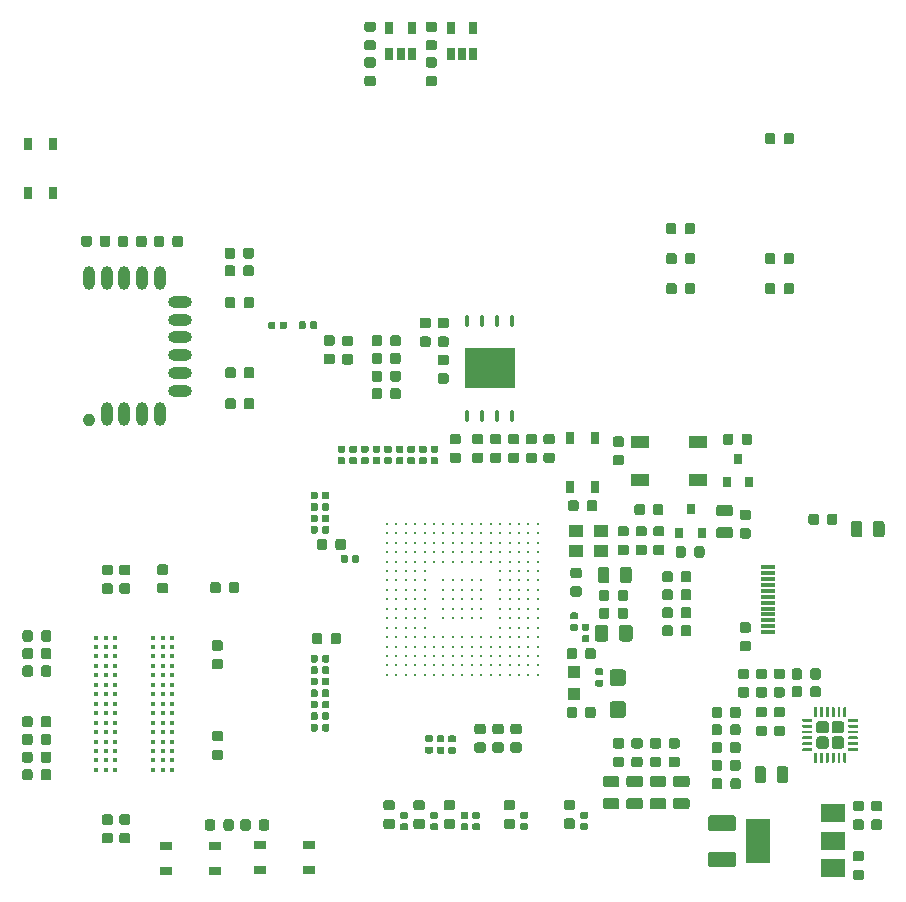
<source format=gbr>
G04 #@! TF.GenerationSoftware,KiCad,Pcbnew,(5.1.5-0-10_14)*
G04 #@! TF.CreationDate,2021-01-28T08:30:45+01:00*
G04 #@! TF.ProjectId,BEASTH7_01,42454153-5448-4375-9f30-312e6b696361,rev?*
G04 #@! TF.SameCoordinates,Original*
G04 #@! TF.FileFunction,Paste,Top*
G04 #@! TF.FilePolarity,Positive*
%FSLAX46Y46*%
G04 Gerber Fmt 4.6, Leading zero omitted, Abs format (unit mm)*
G04 Created by KiCad (PCBNEW (5.1.5-0-10_14)) date 2021-01-28 08:30:45*
%MOMM*%
%LPD*%
G04 APERTURE LIST*
%ADD10R,1.200000X0.300000*%
%ADD11R,4.300000X3.400000*%
%ADD12O,0.400000X1.000000*%
%ADD13O,1.000000X1.100000*%
%ADD14O,1.000000X2.000000*%
%ADD15O,2.000000X1.000000*%
%ADD16C,0.250250*%
%ADD17C,0.100000*%
%ADD18R,1.500000X1.000000*%
%ADD19R,0.800000X0.900000*%
%ADD20R,1.050000X0.650000*%
%ADD21R,0.650000X1.050000*%
%ADD22C,0.400000*%
%ADD23R,2.000000X3.800000*%
%ADD24R,2.000000X1.500000*%
%ADD25R,0.650000X1.060000*%
%ADD26R,1.300000X1.100000*%
%ADD27R,1.100000X1.050000*%
G04 APERTURE END LIST*
D10*
X150481400Y-128009200D03*
X150481400Y-128509200D03*
X150481400Y-129009200D03*
X150481400Y-129509200D03*
X150481400Y-130009200D03*
X150481400Y-130509200D03*
X150481400Y-131009200D03*
X150481400Y-131509200D03*
X150481400Y-132009200D03*
X150481400Y-132509200D03*
X150481400Y-133009200D03*
X150481400Y-133509200D03*
D11*
X126923800Y-111175800D03*
D12*
X125018800Y-107175800D03*
X126288800Y-107175800D03*
X127558800Y-107175800D03*
X128828800Y-107175800D03*
X128828800Y-115175800D03*
X127558800Y-115175800D03*
X126288800Y-115175800D03*
X125018800Y-115175800D03*
D13*
X92983800Y-115562000D03*
D14*
X94483800Y-115062000D03*
X95983800Y-115062000D03*
X97483800Y-115062000D03*
X98983800Y-115062000D03*
X92983800Y-103562000D03*
D15*
X100733800Y-113062000D03*
X100733800Y-111562000D03*
X100733800Y-110062000D03*
X100733800Y-108562000D03*
X100733800Y-107062000D03*
X100733800Y-105562000D03*
D14*
X98983800Y-103562000D03*
X97483800Y-103562000D03*
X95983800Y-103562000D03*
X94483800Y-103562000D03*
D16*
X131012400Y-137133800D03*
X130212400Y-137133800D03*
X129412400Y-137133800D03*
X128612400Y-137133800D03*
X127812400Y-137133800D03*
X127012400Y-137133800D03*
X126212400Y-137133800D03*
X125412400Y-137133800D03*
X124612400Y-137133800D03*
X123812400Y-137133800D03*
X123012400Y-137133800D03*
X122212400Y-137133800D03*
X121412400Y-137133800D03*
X120612400Y-137133800D03*
X119812400Y-137133800D03*
X119012400Y-137133800D03*
X118212400Y-137133800D03*
X131012400Y-136333800D03*
X130212400Y-136333800D03*
X129412400Y-136333800D03*
X128612400Y-136333800D03*
X127812400Y-136333800D03*
X127012400Y-136333800D03*
X126212400Y-136333800D03*
X125412400Y-136333800D03*
X124612400Y-136333800D03*
X123812400Y-136333800D03*
X123012400Y-136333800D03*
X122212400Y-136333800D03*
X121412400Y-136333800D03*
X120612400Y-136333800D03*
X119812400Y-136333800D03*
X119012400Y-136333800D03*
X118212400Y-136333800D03*
X131012400Y-135533800D03*
X130212400Y-135533800D03*
X129412400Y-135533800D03*
X128612400Y-135533800D03*
X127812400Y-135533800D03*
X127012400Y-135533800D03*
X126212400Y-135533800D03*
X125412400Y-135533800D03*
X124612400Y-135533800D03*
X123812400Y-135533800D03*
X123012400Y-135533800D03*
X122212400Y-135533800D03*
X121412400Y-135533800D03*
X120612400Y-135533800D03*
X119812400Y-135533800D03*
X119012400Y-135533800D03*
X118212400Y-135533800D03*
X131012400Y-134733800D03*
X130212400Y-134733800D03*
X129412400Y-134733800D03*
X128612400Y-134733800D03*
X127812400Y-134733800D03*
X127012400Y-134733800D03*
X126212400Y-134733800D03*
X125412400Y-134733800D03*
X124612400Y-134733800D03*
X123812400Y-134733800D03*
X123012400Y-134733800D03*
X122212400Y-134733800D03*
X121412400Y-134733800D03*
X120612400Y-134733800D03*
X119812400Y-134733800D03*
X119012400Y-134733800D03*
X118212400Y-134733800D03*
X131012400Y-133933800D03*
X130212400Y-133933800D03*
X129412400Y-133933800D03*
X128612400Y-133933800D03*
X127812400Y-133933800D03*
X127012400Y-133933800D03*
X126212400Y-133933800D03*
X125412400Y-133933800D03*
X124612400Y-133933800D03*
X123812400Y-133933800D03*
X123012400Y-133933800D03*
X122212400Y-133933800D03*
X121412400Y-133933800D03*
X120612400Y-133933800D03*
X119812400Y-133933800D03*
X119012400Y-133933800D03*
X118212400Y-133933800D03*
X131012400Y-133133800D03*
X130212400Y-133133800D03*
X129412400Y-133133800D03*
X128612400Y-133133800D03*
X127812400Y-133133800D03*
X121412400Y-133133800D03*
X120612400Y-133133800D03*
X119812400Y-133133800D03*
X119012400Y-133133800D03*
X118212400Y-133133800D03*
X131012400Y-132333800D03*
X130212400Y-132333800D03*
X129412400Y-132333800D03*
X128612400Y-132333800D03*
X127812400Y-132333800D03*
X126212400Y-132333800D03*
X125412400Y-132333800D03*
X124612400Y-132333800D03*
X123812400Y-132333800D03*
X123012400Y-132333800D03*
X121412400Y-132333800D03*
X120612400Y-132333800D03*
X119812400Y-132333800D03*
X119012400Y-132333800D03*
X118212400Y-132333800D03*
X131012400Y-131533800D03*
X130212400Y-131533800D03*
X129412400Y-131533800D03*
X128612400Y-131533800D03*
X127812400Y-131533800D03*
X126212400Y-131533800D03*
X125412400Y-131533800D03*
X124612400Y-131533800D03*
X123812400Y-131533800D03*
X123012400Y-131533800D03*
X121412400Y-131533800D03*
X120612400Y-131533800D03*
X119812400Y-131533800D03*
X119012400Y-131533800D03*
X118212400Y-131533800D03*
X131012400Y-130733800D03*
X130212400Y-130733800D03*
X129412400Y-130733800D03*
X128612400Y-130733800D03*
X127812400Y-130733800D03*
X126212400Y-130733800D03*
X125412400Y-130733800D03*
X124612400Y-130733800D03*
X123812400Y-130733800D03*
X123012400Y-130733800D03*
X121412400Y-130733800D03*
X120612400Y-130733800D03*
X119812400Y-130733800D03*
X119012400Y-130733800D03*
X118212400Y-130733800D03*
X131012400Y-129933800D03*
X130212400Y-129933800D03*
X129412400Y-129933800D03*
X128612400Y-129933800D03*
X127812400Y-129933800D03*
X126212400Y-129933800D03*
X125412400Y-129933800D03*
X124612400Y-129933800D03*
X123812400Y-129933800D03*
X123012400Y-129933800D03*
X121412400Y-129933800D03*
X120612400Y-129933800D03*
X119812400Y-129933800D03*
X119012400Y-129933800D03*
X118212400Y-129933800D03*
X131012400Y-129133800D03*
X130212400Y-129133800D03*
X129412400Y-129133800D03*
X128612400Y-129133800D03*
X127812400Y-129133800D03*
X126212400Y-129133800D03*
X125412400Y-129133800D03*
X124612400Y-129133800D03*
X123812400Y-129133800D03*
X123012400Y-129133800D03*
X121412400Y-129133800D03*
X120612400Y-129133800D03*
X119812400Y-129133800D03*
X119012400Y-129133800D03*
X118212400Y-129133800D03*
X131012400Y-128333800D03*
X130212400Y-128333800D03*
X129412400Y-128333800D03*
X128612400Y-128333800D03*
X127812400Y-128333800D03*
X121412400Y-128333800D03*
X120612400Y-128333800D03*
X119812400Y-128333800D03*
X119012400Y-128333800D03*
X118212400Y-128333800D03*
X131012400Y-127533800D03*
X130212400Y-127533800D03*
X129412400Y-127533800D03*
X128612400Y-127533800D03*
X127812400Y-127533800D03*
X127012400Y-127533800D03*
X126212400Y-127533800D03*
X125412400Y-127533800D03*
X124612400Y-127533800D03*
X123812400Y-127533800D03*
X123012400Y-127533800D03*
X122212400Y-127533800D03*
X121412400Y-127533800D03*
X120612400Y-127533800D03*
X119812400Y-127533800D03*
X119012400Y-127533800D03*
X118212400Y-127533800D03*
X131012400Y-126733800D03*
X130212400Y-126733800D03*
X129412400Y-126733800D03*
X128612400Y-126733800D03*
X127812400Y-126733800D03*
X127012400Y-126733800D03*
X126212400Y-126733800D03*
X125412400Y-126733800D03*
X124612400Y-126733800D03*
X123812400Y-126733800D03*
X123012400Y-126733800D03*
X122212400Y-126733800D03*
X121412400Y-126733800D03*
X120612400Y-126733800D03*
X119812400Y-126733800D03*
X119012400Y-126733800D03*
X118212400Y-126733800D03*
X131012400Y-125933800D03*
X130212400Y-125933800D03*
X129412400Y-125933800D03*
X128612400Y-125933800D03*
X127812400Y-125933800D03*
X127012400Y-125933800D03*
X126212400Y-125933800D03*
X125412400Y-125933800D03*
X124612400Y-125933800D03*
X123812400Y-125933800D03*
X123012400Y-125933800D03*
X122212400Y-125933800D03*
X121412400Y-125933800D03*
X120612400Y-125933800D03*
X119812400Y-125933800D03*
X119012400Y-125933800D03*
X118212400Y-125933800D03*
X131012400Y-125133800D03*
X130212400Y-125133800D03*
X129412400Y-125133800D03*
X128612400Y-125133800D03*
X127812400Y-125133800D03*
X127012400Y-125133800D03*
X126212400Y-125133800D03*
X125412400Y-125133800D03*
X124612400Y-125133800D03*
X123812400Y-125133800D03*
X123012400Y-125133800D03*
X122212400Y-125133800D03*
X121412400Y-125133800D03*
X120612400Y-125133800D03*
X119812400Y-125133800D03*
X119012400Y-125133800D03*
X118212400Y-125133800D03*
X131012400Y-124333800D03*
X130212400Y-124333800D03*
X129412400Y-124333800D03*
X128612400Y-124333800D03*
X127812400Y-124333800D03*
X127012400Y-124333800D03*
X126212400Y-124333800D03*
X125412400Y-124333800D03*
X124612400Y-124333800D03*
X123812400Y-124333800D03*
X123012400Y-124333800D03*
X122212400Y-124333800D03*
X121412400Y-124333800D03*
X120612400Y-124333800D03*
X119812400Y-124333800D03*
X119012400Y-124333800D03*
X118212400Y-124333800D03*
D17*
G36*
X135698491Y-139835653D02*
G01*
X135719726Y-139838803D01*
X135740550Y-139844019D01*
X135760762Y-139851251D01*
X135780168Y-139860430D01*
X135798581Y-139871466D01*
X135815824Y-139884254D01*
X135831730Y-139898670D01*
X135846146Y-139914576D01*
X135858934Y-139931819D01*
X135869970Y-139950232D01*
X135879149Y-139969638D01*
X135886381Y-139989850D01*
X135891597Y-140010674D01*
X135894747Y-140031909D01*
X135895800Y-140053350D01*
X135895800Y-140565850D01*
X135894747Y-140587291D01*
X135891597Y-140608526D01*
X135886381Y-140629350D01*
X135879149Y-140649562D01*
X135869970Y-140668968D01*
X135858934Y-140687381D01*
X135846146Y-140704624D01*
X135831730Y-140720530D01*
X135815824Y-140734946D01*
X135798581Y-140747734D01*
X135780168Y-140758770D01*
X135760762Y-140767949D01*
X135740550Y-140775181D01*
X135719726Y-140780397D01*
X135698491Y-140783547D01*
X135677050Y-140784600D01*
X135239550Y-140784600D01*
X135218109Y-140783547D01*
X135196874Y-140780397D01*
X135176050Y-140775181D01*
X135155838Y-140767949D01*
X135136432Y-140758770D01*
X135118019Y-140747734D01*
X135100776Y-140734946D01*
X135084870Y-140720530D01*
X135070454Y-140704624D01*
X135057666Y-140687381D01*
X135046630Y-140668968D01*
X135037451Y-140649562D01*
X135030219Y-140629350D01*
X135025003Y-140608526D01*
X135021853Y-140587291D01*
X135020800Y-140565850D01*
X135020800Y-140053350D01*
X135021853Y-140031909D01*
X135025003Y-140010674D01*
X135030219Y-139989850D01*
X135037451Y-139969638D01*
X135046630Y-139950232D01*
X135057666Y-139931819D01*
X135070454Y-139914576D01*
X135084870Y-139898670D01*
X135100776Y-139884254D01*
X135118019Y-139871466D01*
X135136432Y-139860430D01*
X135155838Y-139851251D01*
X135176050Y-139844019D01*
X135196874Y-139838803D01*
X135218109Y-139835653D01*
X135239550Y-139834600D01*
X135677050Y-139834600D01*
X135698491Y-139835653D01*
G37*
G36*
X134123491Y-139835653D02*
G01*
X134144726Y-139838803D01*
X134165550Y-139844019D01*
X134185762Y-139851251D01*
X134205168Y-139860430D01*
X134223581Y-139871466D01*
X134240824Y-139884254D01*
X134256730Y-139898670D01*
X134271146Y-139914576D01*
X134283934Y-139931819D01*
X134294970Y-139950232D01*
X134304149Y-139969638D01*
X134311381Y-139989850D01*
X134316597Y-140010674D01*
X134319747Y-140031909D01*
X134320800Y-140053350D01*
X134320800Y-140565850D01*
X134319747Y-140587291D01*
X134316597Y-140608526D01*
X134311381Y-140629350D01*
X134304149Y-140649562D01*
X134294970Y-140668968D01*
X134283934Y-140687381D01*
X134271146Y-140704624D01*
X134256730Y-140720530D01*
X134240824Y-140734946D01*
X134223581Y-140747734D01*
X134205168Y-140758770D01*
X134185762Y-140767949D01*
X134165550Y-140775181D01*
X134144726Y-140780397D01*
X134123491Y-140783547D01*
X134102050Y-140784600D01*
X133664550Y-140784600D01*
X133643109Y-140783547D01*
X133621874Y-140780397D01*
X133601050Y-140775181D01*
X133580838Y-140767949D01*
X133561432Y-140758770D01*
X133543019Y-140747734D01*
X133525776Y-140734946D01*
X133509870Y-140720530D01*
X133495454Y-140704624D01*
X133482666Y-140687381D01*
X133471630Y-140668968D01*
X133462451Y-140649562D01*
X133455219Y-140629350D01*
X133450003Y-140608526D01*
X133446853Y-140587291D01*
X133445800Y-140565850D01*
X133445800Y-140053350D01*
X133446853Y-140031909D01*
X133450003Y-140010674D01*
X133455219Y-139989850D01*
X133462451Y-139969638D01*
X133471630Y-139950232D01*
X133482666Y-139931819D01*
X133495454Y-139914576D01*
X133509870Y-139898670D01*
X133525776Y-139884254D01*
X133543019Y-139871466D01*
X133561432Y-139860430D01*
X133580838Y-139851251D01*
X133601050Y-139844019D01*
X133621874Y-139838803D01*
X133643109Y-139835653D01*
X133664550Y-139834600D01*
X134102050Y-139834600D01*
X134123491Y-139835653D01*
G37*
G36*
X134123491Y-134857253D02*
G01*
X134144726Y-134860403D01*
X134165550Y-134865619D01*
X134185762Y-134872851D01*
X134205168Y-134882030D01*
X134223581Y-134893066D01*
X134240824Y-134905854D01*
X134256730Y-134920270D01*
X134271146Y-134936176D01*
X134283934Y-134953419D01*
X134294970Y-134971832D01*
X134304149Y-134991238D01*
X134311381Y-135011450D01*
X134316597Y-135032274D01*
X134319747Y-135053509D01*
X134320800Y-135074950D01*
X134320800Y-135587450D01*
X134319747Y-135608891D01*
X134316597Y-135630126D01*
X134311381Y-135650950D01*
X134304149Y-135671162D01*
X134294970Y-135690568D01*
X134283934Y-135708981D01*
X134271146Y-135726224D01*
X134256730Y-135742130D01*
X134240824Y-135756546D01*
X134223581Y-135769334D01*
X134205168Y-135780370D01*
X134185762Y-135789549D01*
X134165550Y-135796781D01*
X134144726Y-135801997D01*
X134123491Y-135805147D01*
X134102050Y-135806200D01*
X133664550Y-135806200D01*
X133643109Y-135805147D01*
X133621874Y-135801997D01*
X133601050Y-135796781D01*
X133580838Y-135789549D01*
X133561432Y-135780370D01*
X133543019Y-135769334D01*
X133525776Y-135756546D01*
X133509870Y-135742130D01*
X133495454Y-135726224D01*
X133482666Y-135708981D01*
X133471630Y-135690568D01*
X133462451Y-135671162D01*
X133455219Y-135650950D01*
X133450003Y-135630126D01*
X133446853Y-135608891D01*
X133445800Y-135587450D01*
X133445800Y-135074950D01*
X133446853Y-135053509D01*
X133450003Y-135032274D01*
X133455219Y-135011450D01*
X133462451Y-134991238D01*
X133471630Y-134971832D01*
X133482666Y-134953419D01*
X133495454Y-134936176D01*
X133509870Y-134920270D01*
X133525776Y-134905854D01*
X133543019Y-134893066D01*
X133561432Y-134882030D01*
X133580838Y-134872851D01*
X133601050Y-134865619D01*
X133621874Y-134860403D01*
X133643109Y-134857253D01*
X133664550Y-134856200D01*
X134102050Y-134856200D01*
X134123491Y-134857253D01*
G37*
G36*
X135698491Y-134857253D02*
G01*
X135719726Y-134860403D01*
X135740550Y-134865619D01*
X135760762Y-134872851D01*
X135780168Y-134882030D01*
X135798581Y-134893066D01*
X135815824Y-134905854D01*
X135831730Y-134920270D01*
X135846146Y-134936176D01*
X135858934Y-134953419D01*
X135869970Y-134971832D01*
X135879149Y-134991238D01*
X135886381Y-135011450D01*
X135891597Y-135032274D01*
X135894747Y-135053509D01*
X135895800Y-135074950D01*
X135895800Y-135587450D01*
X135894747Y-135608891D01*
X135891597Y-135630126D01*
X135886381Y-135650950D01*
X135879149Y-135671162D01*
X135869970Y-135690568D01*
X135858934Y-135708981D01*
X135846146Y-135726224D01*
X135831730Y-135742130D01*
X135815824Y-135756546D01*
X135798581Y-135769334D01*
X135780168Y-135780370D01*
X135760762Y-135789549D01*
X135740550Y-135796781D01*
X135719726Y-135801997D01*
X135698491Y-135805147D01*
X135677050Y-135806200D01*
X135239550Y-135806200D01*
X135218109Y-135805147D01*
X135196874Y-135801997D01*
X135176050Y-135796781D01*
X135155838Y-135789549D01*
X135136432Y-135780370D01*
X135118019Y-135769334D01*
X135100776Y-135756546D01*
X135084870Y-135742130D01*
X135070454Y-135726224D01*
X135057666Y-135708981D01*
X135046630Y-135690568D01*
X135037451Y-135671162D01*
X135030219Y-135650950D01*
X135025003Y-135630126D01*
X135021853Y-135608891D01*
X135020800Y-135587450D01*
X135020800Y-135074950D01*
X135021853Y-135053509D01*
X135025003Y-135032274D01*
X135030219Y-135011450D01*
X135037451Y-134991238D01*
X135046630Y-134971832D01*
X135057666Y-134953419D01*
X135070454Y-134936176D01*
X135084870Y-134920270D01*
X135100776Y-134905854D01*
X135118019Y-134893066D01*
X135136432Y-134882030D01*
X135155838Y-134872851D01*
X135176050Y-134865619D01*
X135196874Y-134860403D01*
X135218109Y-134857253D01*
X135239550Y-134856200D01*
X135677050Y-134856200D01*
X135698491Y-134857253D01*
G37*
G36*
X138504491Y-124531453D02*
G01*
X138525726Y-124534603D01*
X138546550Y-124539819D01*
X138566762Y-124547051D01*
X138586168Y-124556230D01*
X138604581Y-124567266D01*
X138621824Y-124580054D01*
X138637730Y-124594470D01*
X138652146Y-124610376D01*
X138664934Y-124627619D01*
X138675970Y-124646032D01*
X138685149Y-124665438D01*
X138692381Y-124685650D01*
X138697597Y-124706474D01*
X138700747Y-124727709D01*
X138701800Y-124749150D01*
X138701800Y-125186650D01*
X138700747Y-125208091D01*
X138697597Y-125229326D01*
X138692381Y-125250150D01*
X138685149Y-125270362D01*
X138675970Y-125289768D01*
X138664934Y-125308181D01*
X138652146Y-125325424D01*
X138637730Y-125341330D01*
X138621824Y-125355746D01*
X138604581Y-125368534D01*
X138586168Y-125379570D01*
X138566762Y-125388749D01*
X138546550Y-125395981D01*
X138525726Y-125401197D01*
X138504491Y-125404347D01*
X138483050Y-125405400D01*
X137970550Y-125405400D01*
X137949109Y-125404347D01*
X137927874Y-125401197D01*
X137907050Y-125395981D01*
X137886838Y-125388749D01*
X137867432Y-125379570D01*
X137849019Y-125368534D01*
X137831776Y-125355746D01*
X137815870Y-125341330D01*
X137801454Y-125325424D01*
X137788666Y-125308181D01*
X137777630Y-125289768D01*
X137768451Y-125270362D01*
X137761219Y-125250150D01*
X137756003Y-125229326D01*
X137752853Y-125208091D01*
X137751800Y-125186650D01*
X137751800Y-124749150D01*
X137752853Y-124727709D01*
X137756003Y-124706474D01*
X137761219Y-124685650D01*
X137768451Y-124665438D01*
X137777630Y-124646032D01*
X137788666Y-124627619D01*
X137801454Y-124610376D01*
X137815870Y-124594470D01*
X137831776Y-124580054D01*
X137849019Y-124567266D01*
X137867432Y-124556230D01*
X137886838Y-124547051D01*
X137907050Y-124539819D01*
X137927874Y-124534603D01*
X137949109Y-124531453D01*
X137970550Y-124530400D01*
X138483050Y-124530400D01*
X138504491Y-124531453D01*
G37*
G36*
X138504491Y-126106453D02*
G01*
X138525726Y-126109603D01*
X138546550Y-126114819D01*
X138566762Y-126122051D01*
X138586168Y-126131230D01*
X138604581Y-126142266D01*
X138621824Y-126155054D01*
X138637730Y-126169470D01*
X138652146Y-126185376D01*
X138664934Y-126202619D01*
X138675970Y-126221032D01*
X138685149Y-126240438D01*
X138692381Y-126260650D01*
X138697597Y-126281474D01*
X138700747Y-126302709D01*
X138701800Y-126324150D01*
X138701800Y-126761650D01*
X138700747Y-126783091D01*
X138697597Y-126804326D01*
X138692381Y-126825150D01*
X138685149Y-126845362D01*
X138675970Y-126864768D01*
X138664934Y-126883181D01*
X138652146Y-126900424D01*
X138637730Y-126916330D01*
X138621824Y-126930746D01*
X138604581Y-126943534D01*
X138586168Y-126954570D01*
X138566762Y-126963749D01*
X138546550Y-126970981D01*
X138525726Y-126976197D01*
X138504491Y-126979347D01*
X138483050Y-126980400D01*
X137970550Y-126980400D01*
X137949109Y-126979347D01*
X137927874Y-126976197D01*
X137907050Y-126970981D01*
X137886838Y-126963749D01*
X137867432Y-126954570D01*
X137849019Y-126943534D01*
X137831776Y-126930746D01*
X137815870Y-126916330D01*
X137801454Y-126900424D01*
X137788666Y-126883181D01*
X137777630Y-126864768D01*
X137768451Y-126845362D01*
X137761219Y-126825150D01*
X137756003Y-126804326D01*
X137752853Y-126783091D01*
X137751800Y-126761650D01*
X137751800Y-126324150D01*
X137752853Y-126302709D01*
X137756003Y-126281474D01*
X137761219Y-126260650D01*
X137768451Y-126240438D01*
X137777630Y-126221032D01*
X137788666Y-126202619D01*
X137801454Y-126185376D01*
X137815870Y-126169470D01*
X137831776Y-126155054D01*
X137849019Y-126142266D01*
X137867432Y-126131230D01*
X137886838Y-126122051D01*
X137907050Y-126114819D01*
X137927874Y-126109603D01*
X137949109Y-126106453D01*
X137970550Y-126105400D01*
X138483050Y-126105400D01*
X138504491Y-126106453D01*
G37*
G36*
X138098091Y-118511853D02*
G01*
X138119326Y-118515003D01*
X138140150Y-118520219D01*
X138160362Y-118527451D01*
X138179768Y-118536630D01*
X138198181Y-118547666D01*
X138215424Y-118560454D01*
X138231330Y-118574870D01*
X138245746Y-118590776D01*
X138258534Y-118608019D01*
X138269570Y-118626432D01*
X138278749Y-118645838D01*
X138285981Y-118666050D01*
X138291197Y-118686874D01*
X138294347Y-118708109D01*
X138295400Y-118729550D01*
X138295400Y-119167050D01*
X138294347Y-119188491D01*
X138291197Y-119209726D01*
X138285981Y-119230550D01*
X138278749Y-119250762D01*
X138269570Y-119270168D01*
X138258534Y-119288581D01*
X138245746Y-119305824D01*
X138231330Y-119321730D01*
X138215424Y-119336146D01*
X138198181Y-119348934D01*
X138179768Y-119359970D01*
X138160362Y-119369149D01*
X138140150Y-119376381D01*
X138119326Y-119381597D01*
X138098091Y-119384747D01*
X138076650Y-119385800D01*
X137564150Y-119385800D01*
X137542709Y-119384747D01*
X137521474Y-119381597D01*
X137500650Y-119376381D01*
X137480438Y-119369149D01*
X137461032Y-119359970D01*
X137442619Y-119348934D01*
X137425376Y-119336146D01*
X137409470Y-119321730D01*
X137395054Y-119305824D01*
X137382266Y-119288581D01*
X137371230Y-119270168D01*
X137362051Y-119250762D01*
X137354819Y-119230550D01*
X137349603Y-119209726D01*
X137346453Y-119188491D01*
X137345400Y-119167050D01*
X137345400Y-118729550D01*
X137346453Y-118708109D01*
X137349603Y-118686874D01*
X137354819Y-118666050D01*
X137362051Y-118645838D01*
X137371230Y-118626432D01*
X137382266Y-118608019D01*
X137395054Y-118590776D01*
X137409470Y-118574870D01*
X137425376Y-118560454D01*
X137442619Y-118547666D01*
X137461032Y-118536630D01*
X137480438Y-118527451D01*
X137500650Y-118520219D01*
X137521474Y-118515003D01*
X137542709Y-118511853D01*
X137564150Y-118510800D01*
X138076650Y-118510800D01*
X138098091Y-118511853D01*
G37*
G36*
X138098091Y-116936853D02*
G01*
X138119326Y-116940003D01*
X138140150Y-116945219D01*
X138160362Y-116952451D01*
X138179768Y-116961630D01*
X138198181Y-116972666D01*
X138215424Y-116985454D01*
X138231330Y-116999870D01*
X138245746Y-117015776D01*
X138258534Y-117033019D01*
X138269570Y-117051432D01*
X138278749Y-117070838D01*
X138285981Y-117091050D01*
X138291197Y-117111874D01*
X138294347Y-117133109D01*
X138295400Y-117154550D01*
X138295400Y-117592050D01*
X138294347Y-117613491D01*
X138291197Y-117634726D01*
X138285981Y-117655550D01*
X138278749Y-117675762D01*
X138269570Y-117695168D01*
X138258534Y-117713581D01*
X138245746Y-117730824D01*
X138231330Y-117746730D01*
X138215424Y-117761146D01*
X138198181Y-117773934D01*
X138179768Y-117784970D01*
X138160362Y-117794149D01*
X138140150Y-117801381D01*
X138119326Y-117806597D01*
X138098091Y-117809747D01*
X138076650Y-117810800D01*
X137564150Y-117810800D01*
X137542709Y-117809747D01*
X137521474Y-117806597D01*
X137500650Y-117801381D01*
X137480438Y-117794149D01*
X137461032Y-117784970D01*
X137442619Y-117773934D01*
X137425376Y-117761146D01*
X137409470Y-117746730D01*
X137395054Y-117730824D01*
X137382266Y-117713581D01*
X137371230Y-117695168D01*
X137362051Y-117675762D01*
X137354819Y-117655550D01*
X137349603Y-117634726D01*
X137346453Y-117613491D01*
X137345400Y-117592050D01*
X137345400Y-117154550D01*
X137346453Y-117133109D01*
X137349603Y-117111874D01*
X137354819Y-117091050D01*
X137362051Y-117070838D01*
X137371230Y-117051432D01*
X137382266Y-117033019D01*
X137395054Y-117015776D01*
X137409470Y-116999870D01*
X137425376Y-116985454D01*
X137442619Y-116972666D01*
X137461032Y-116961630D01*
X137480438Y-116952451D01*
X137500650Y-116945219D01*
X137521474Y-116940003D01*
X137542709Y-116936853D01*
X137564150Y-116935800D01*
X138076650Y-116935800D01*
X138098091Y-116936853D01*
G37*
G36*
X135825591Y-122335053D02*
G01*
X135846826Y-122338203D01*
X135867650Y-122343419D01*
X135887862Y-122350651D01*
X135907268Y-122359830D01*
X135925681Y-122370866D01*
X135942924Y-122383654D01*
X135958830Y-122398070D01*
X135973246Y-122413976D01*
X135986034Y-122431219D01*
X135997070Y-122449632D01*
X136006249Y-122469038D01*
X136013481Y-122489250D01*
X136018697Y-122510074D01*
X136021847Y-122531309D01*
X136022900Y-122552750D01*
X136022900Y-123065250D01*
X136021847Y-123086691D01*
X136018697Y-123107926D01*
X136013481Y-123128750D01*
X136006249Y-123148962D01*
X135997070Y-123168368D01*
X135986034Y-123186781D01*
X135973246Y-123204024D01*
X135958830Y-123219930D01*
X135942924Y-123234346D01*
X135925681Y-123247134D01*
X135907268Y-123258170D01*
X135887862Y-123267349D01*
X135867650Y-123274581D01*
X135846826Y-123279797D01*
X135825591Y-123282947D01*
X135804150Y-123284000D01*
X135366650Y-123284000D01*
X135345209Y-123282947D01*
X135323974Y-123279797D01*
X135303150Y-123274581D01*
X135282938Y-123267349D01*
X135263532Y-123258170D01*
X135245119Y-123247134D01*
X135227876Y-123234346D01*
X135211970Y-123219930D01*
X135197554Y-123204024D01*
X135184766Y-123186781D01*
X135173730Y-123168368D01*
X135164551Y-123148962D01*
X135157319Y-123128750D01*
X135152103Y-123107926D01*
X135148953Y-123086691D01*
X135147900Y-123065250D01*
X135147900Y-122552750D01*
X135148953Y-122531309D01*
X135152103Y-122510074D01*
X135157319Y-122489250D01*
X135164551Y-122469038D01*
X135173730Y-122449632D01*
X135184766Y-122431219D01*
X135197554Y-122413976D01*
X135211970Y-122398070D01*
X135227876Y-122383654D01*
X135245119Y-122370866D01*
X135263532Y-122359830D01*
X135282938Y-122350651D01*
X135303150Y-122343419D01*
X135323974Y-122338203D01*
X135345209Y-122335053D01*
X135366650Y-122334000D01*
X135804150Y-122334000D01*
X135825591Y-122335053D01*
G37*
G36*
X134250591Y-122335053D02*
G01*
X134271826Y-122338203D01*
X134292650Y-122343419D01*
X134312862Y-122350651D01*
X134332268Y-122359830D01*
X134350681Y-122370866D01*
X134367924Y-122383654D01*
X134383830Y-122398070D01*
X134398246Y-122413976D01*
X134411034Y-122431219D01*
X134422070Y-122449632D01*
X134431249Y-122469038D01*
X134438481Y-122489250D01*
X134443697Y-122510074D01*
X134446847Y-122531309D01*
X134447900Y-122552750D01*
X134447900Y-123065250D01*
X134446847Y-123086691D01*
X134443697Y-123107926D01*
X134438481Y-123128750D01*
X134431249Y-123148962D01*
X134422070Y-123168368D01*
X134411034Y-123186781D01*
X134398246Y-123204024D01*
X134383830Y-123219930D01*
X134367924Y-123234346D01*
X134350681Y-123247134D01*
X134332268Y-123258170D01*
X134312862Y-123267349D01*
X134292650Y-123274581D01*
X134271826Y-123279797D01*
X134250591Y-123282947D01*
X134229150Y-123284000D01*
X133791650Y-123284000D01*
X133770209Y-123282947D01*
X133748974Y-123279797D01*
X133728150Y-123274581D01*
X133707938Y-123267349D01*
X133688532Y-123258170D01*
X133670119Y-123247134D01*
X133652876Y-123234346D01*
X133636970Y-123219930D01*
X133622554Y-123204024D01*
X133609766Y-123186781D01*
X133598730Y-123168368D01*
X133589551Y-123148962D01*
X133582319Y-123128750D01*
X133577103Y-123107926D01*
X133573953Y-123086691D01*
X133572900Y-123065250D01*
X133572900Y-122552750D01*
X133573953Y-122531309D01*
X133577103Y-122510074D01*
X133582319Y-122489250D01*
X133589551Y-122469038D01*
X133598730Y-122449632D01*
X133609766Y-122431219D01*
X133622554Y-122413976D01*
X133636970Y-122398070D01*
X133652876Y-122383654D01*
X133670119Y-122370866D01*
X133688532Y-122359830D01*
X133707938Y-122350651D01*
X133728150Y-122343419D01*
X133748974Y-122338203D01*
X133770209Y-122335053D01*
X133791650Y-122334000D01*
X134229150Y-122334000D01*
X134250591Y-122335053D01*
G37*
G36*
X88022491Y-143620253D02*
G01*
X88043726Y-143623403D01*
X88064550Y-143628619D01*
X88084762Y-143635851D01*
X88104168Y-143645030D01*
X88122581Y-143656066D01*
X88139824Y-143668854D01*
X88155730Y-143683270D01*
X88170146Y-143699176D01*
X88182934Y-143716419D01*
X88193970Y-143734832D01*
X88203149Y-143754238D01*
X88210381Y-143774450D01*
X88215597Y-143795274D01*
X88218747Y-143816509D01*
X88219800Y-143837950D01*
X88219800Y-144350450D01*
X88218747Y-144371891D01*
X88215597Y-144393126D01*
X88210381Y-144413950D01*
X88203149Y-144434162D01*
X88193970Y-144453568D01*
X88182934Y-144471981D01*
X88170146Y-144489224D01*
X88155730Y-144505130D01*
X88139824Y-144519546D01*
X88122581Y-144532334D01*
X88104168Y-144543370D01*
X88084762Y-144552549D01*
X88064550Y-144559781D01*
X88043726Y-144564997D01*
X88022491Y-144568147D01*
X88001050Y-144569200D01*
X87563550Y-144569200D01*
X87542109Y-144568147D01*
X87520874Y-144564997D01*
X87500050Y-144559781D01*
X87479838Y-144552549D01*
X87460432Y-144543370D01*
X87442019Y-144532334D01*
X87424776Y-144519546D01*
X87408870Y-144505130D01*
X87394454Y-144489224D01*
X87381666Y-144471981D01*
X87370630Y-144453568D01*
X87361451Y-144434162D01*
X87354219Y-144413950D01*
X87349003Y-144393126D01*
X87345853Y-144371891D01*
X87344800Y-144350450D01*
X87344800Y-143837950D01*
X87345853Y-143816509D01*
X87349003Y-143795274D01*
X87354219Y-143774450D01*
X87361451Y-143754238D01*
X87370630Y-143734832D01*
X87381666Y-143716419D01*
X87394454Y-143699176D01*
X87408870Y-143683270D01*
X87424776Y-143668854D01*
X87442019Y-143656066D01*
X87460432Y-143645030D01*
X87479838Y-143635851D01*
X87500050Y-143628619D01*
X87520874Y-143623403D01*
X87542109Y-143620253D01*
X87563550Y-143619200D01*
X88001050Y-143619200D01*
X88022491Y-143620253D01*
G37*
G36*
X89597491Y-143620253D02*
G01*
X89618726Y-143623403D01*
X89639550Y-143628619D01*
X89659762Y-143635851D01*
X89679168Y-143645030D01*
X89697581Y-143656066D01*
X89714824Y-143668854D01*
X89730730Y-143683270D01*
X89745146Y-143699176D01*
X89757934Y-143716419D01*
X89768970Y-143734832D01*
X89778149Y-143754238D01*
X89785381Y-143774450D01*
X89790597Y-143795274D01*
X89793747Y-143816509D01*
X89794800Y-143837950D01*
X89794800Y-144350450D01*
X89793747Y-144371891D01*
X89790597Y-144393126D01*
X89785381Y-144413950D01*
X89778149Y-144434162D01*
X89768970Y-144453568D01*
X89757934Y-144471981D01*
X89745146Y-144489224D01*
X89730730Y-144505130D01*
X89714824Y-144519546D01*
X89697581Y-144532334D01*
X89679168Y-144543370D01*
X89659762Y-144552549D01*
X89639550Y-144559781D01*
X89618726Y-144564997D01*
X89597491Y-144568147D01*
X89576050Y-144569200D01*
X89138550Y-144569200D01*
X89117109Y-144568147D01*
X89095874Y-144564997D01*
X89075050Y-144559781D01*
X89054838Y-144552549D01*
X89035432Y-144543370D01*
X89017019Y-144532334D01*
X88999776Y-144519546D01*
X88983870Y-144505130D01*
X88969454Y-144489224D01*
X88956666Y-144471981D01*
X88945630Y-144453568D01*
X88936451Y-144434162D01*
X88929219Y-144413950D01*
X88924003Y-144393126D01*
X88920853Y-144371891D01*
X88919800Y-144350450D01*
X88919800Y-143837950D01*
X88920853Y-143816509D01*
X88924003Y-143795274D01*
X88929219Y-143774450D01*
X88936451Y-143754238D01*
X88945630Y-143734832D01*
X88956666Y-143716419D01*
X88969454Y-143699176D01*
X88983870Y-143683270D01*
X88999776Y-143668854D01*
X89017019Y-143656066D01*
X89035432Y-143645030D01*
X89054838Y-143635851D01*
X89075050Y-143628619D01*
X89095874Y-143623403D01*
X89117109Y-143620253D01*
X89138550Y-143619200D01*
X89576050Y-143619200D01*
X89597491Y-143620253D01*
G37*
G36*
X89597491Y-142121653D02*
G01*
X89618726Y-142124803D01*
X89639550Y-142130019D01*
X89659762Y-142137251D01*
X89679168Y-142146430D01*
X89697581Y-142157466D01*
X89714824Y-142170254D01*
X89730730Y-142184670D01*
X89745146Y-142200576D01*
X89757934Y-142217819D01*
X89768970Y-142236232D01*
X89778149Y-142255638D01*
X89785381Y-142275850D01*
X89790597Y-142296674D01*
X89793747Y-142317909D01*
X89794800Y-142339350D01*
X89794800Y-142851850D01*
X89793747Y-142873291D01*
X89790597Y-142894526D01*
X89785381Y-142915350D01*
X89778149Y-142935562D01*
X89768970Y-142954968D01*
X89757934Y-142973381D01*
X89745146Y-142990624D01*
X89730730Y-143006530D01*
X89714824Y-143020946D01*
X89697581Y-143033734D01*
X89679168Y-143044770D01*
X89659762Y-143053949D01*
X89639550Y-143061181D01*
X89618726Y-143066397D01*
X89597491Y-143069547D01*
X89576050Y-143070600D01*
X89138550Y-143070600D01*
X89117109Y-143069547D01*
X89095874Y-143066397D01*
X89075050Y-143061181D01*
X89054838Y-143053949D01*
X89035432Y-143044770D01*
X89017019Y-143033734D01*
X88999776Y-143020946D01*
X88983870Y-143006530D01*
X88969454Y-142990624D01*
X88956666Y-142973381D01*
X88945630Y-142954968D01*
X88936451Y-142935562D01*
X88929219Y-142915350D01*
X88924003Y-142894526D01*
X88920853Y-142873291D01*
X88919800Y-142851850D01*
X88919800Y-142339350D01*
X88920853Y-142317909D01*
X88924003Y-142296674D01*
X88929219Y-142275850D01*
X88936451Y-142255638D01*
X88945630Y-142236232D01*
X88956666Y-142217819D01*
X88969454Y-142200576D01*
X88983870Y-142184670D01*
X88999776Y-142170254D01*
X89017019Y-142157466D01*
X89035432Y-142146430D01*
X89054838Y-142137251D01*
X89075050Y-142130019D01*
X89095874Y-142124803D01*
X89117109Y-142121653D01*
X89138550Y-142120600D01*
X89576050Y-142120600D01*
X89597491Y-142121653D01*
G37*
G36*
X88022491Y-142121653D02*
G01*
X88043726Y-142124803D01*
X88064550Y-142130019D01*
X88084762Y-142137251D01*
X88104168Y-142146430D01*
X88122581Y-142157466D01*
X88139824Y-142170254D01*
X88155730Y-142184670D01*
X88170146Y-142200576D01*
X88182934Y-142217819D01*
X88193970Y-142236232D01*
X88203149Y-142255638D01*
X88210381Y-142275850D01*
X88215597Y-142296674D01*
X88218747Y-142317909D01*
X88219800Y-142339350D01*
X88219800Y-142851850D01*
X88218747Y-142873291D01*
X88215597Y-142894526D01*
X88210381Y-142915350D01*
X88203149Y-142935562D01*
X88193970Y-142954968D01*
X88182934Y-142973381D01*
X88170146Y-142990624D01*
X88155730Y-143006530D01*
X88139824Y-143020946D01*
X88122581Y-143033734D01*
X88104168Y-143044770D01*
X88084762Y-143053949D01*
X88064550Y-143061181D01*
X88043726Y-143066397D01*
X88022491Y-143069547D01*
X88001050Y-143070600D01*
X87563550Y-143070600D01*
X87542109Y-143069547D01*
X87520874Y-143066397D01*
X87500050Y-143061181D01*
X87479838Y-143053949D01*
X87460432Y-143044770D01*
X87442019Y-143033734D01*
X87424776Y-143020946D01*
X87408870Y-143006530D01*
X87394454Y-142990624D01*
X87381666Y-142973381D01*
X87370630Y-142954968D01*
X87361451Y-142935562D01*
X87354219Y-142915350D01*
X87349003Y-142894526D01*
X87345853Y-142873291D01*
X87344800Y-142851850D01*
X87344800Y-142339350D01*
X87345853Y-142317909D01*
X87349003Y-142296674D01*
X87354219Y-142275850D01*
X87361451Y-142255638D01*
X87370630Y-142236232D01*
X87381666Y-142217819D01*
X87394454Y-142200576D01*
X87408870Y-142184670D01*
X87424776Y-142170254D01*
X87442019Y-142157466D01*
X87460432Y-142146430D01*
X87479838Y-142137251D01*
X87500050Y-142130019D01*
X87520874Y-142124803D01*
X87542109Y-142121653D01*
X87563550Y-142120600D01*
X88001050Y-142120600D01*
X88022491Y-142121653D01*
G37*
G36*
X88022491Y-140623053D02*
G01*
X88043726Y-140626203D01*
X88064550Y-140631419D01*
X88084762Y-140638651D01*
X88104168Y-140647830D01*
X88122581Y-140658866D01*
X88139824Y-140671654D01*
X88155730Y-140686070D01*
X88170146Y-140701976D01*
X88182934Y-140719219D01*
X88193970Y-140737632D01*
X88203149Y-140757038D01*
X88210381Y-140777250D01*
X88215597Y-140798074D01*
X88218747Y-140819309D01*
X88219800Y-140840750D01*
X88219800Y-141353250D01*
X88218747Y-141374691D01*
X88215597Y-141395926D01*
X88210381Y-141416750D01*
X88203149Y-141436962D01*
X88193970Y-141456368D01*
X88182934Y-141474781D01*
X88170146Y-141492024D01*
X88155730Y-141507930D01*
X88139824Y-141522346D01*
X88122581Y-141535134D01*
X88104168Y-141546170D01*
X88084762Y-141555349D01*
X88064550Y-141562581D01*
X88043726Y-141567797D01*
X88022491Y-141570947D01*
X88001050Y-141572000D01*
X87563550Y-141572000D01*
X87542109Y-141570947D01*
X87520874Y-141567797D01*
X87500050Y-141562581D01*
X87479838Y-141555349D01*
X87460432Y-141546170D01*
X87442019Y-141535134D01*
X87424776Y-141522346D01*
X87408870Y-141507930D01*
X87394454Y-141492024D01*
X87381666Y-141474781D01*
X87370630Y-141456368D01*
X87361451Y-141436962D01*
X87354219Y-141416750D01*
X87349003Y-141395926D01*
X87345853Y-141374691D01*
X87344800Y-141353250D01*
X87344800Y-140840750D01*
X87345853Y-140819309D01*
X87349003Y-140798074D01*
X87354219Y-140777250D01*
X87361451Y-140757038D01*
X87370630Y-140737632D01*
X87381666Y-140719219D01*
X87394454Y-140701976D01*
X87408870Y-140686070D01*
X87424776Y-140671654D01*
X87442019Y-140658866D01*
X87460432Y-140647830D01*
X87479838Y-140638651D01*
X87500050Y-140631419D01*
X87520874Y-140626203D01*
X87542109Y-140623053D01*
X87563550Y-140622000D01*
X88001050Y-140622000D01*
X88022491Y-140623053D01*
G37*
G36*
X89597491Y-140623053D02*
G01*
X89618726Y-140626203D01*
X89639550Y-140631419D01*
X89659762Y-140638651D01*
X89679168Y-140647830D01*
X89697581Y-140658866D01*
X89714824Y-140671654D01*
X89730730Y-140686070D01*
X89745146Y-140701976D01*
X89757934Y-140719219D01*
X89768970Y-140737632D01*
X89778149Y-140757038D01*
X89785381Y-140777250D01*
X89790597Y-140798074D01*
X89793747Y-140819309D01*
X89794800Y-140840750D01*
X89794800Y-141353250D01*
X89793747Y-141374691D01*
X89790597Y-141395926D01*
X89785381Y-141416750D01*
X89778149Y-141436962D01*
X89768970Y-141456368D01*
X89757934Y-141474781D01*
X89745146Y-141492024D01*
X89730730Y-141507930D01*
X89714824Y-141522346D01*
X89697581Y-141535134D01*
X89679168Y-141546170D01*
X89659762Y-141555349D01*
X89639550Y-141562581D01*
X89618726Y-141567797D01*
X89597491Y-141570947D01*
X89576050Y-141572000D01*
X89138550Y-141572000D01*
X89117109Y-141570947D01*
X89095874Y-141567797D01*
X89075050Y-141562581D01*
X89054838Y-141555349D01*
X89035432Y-141546170D01*
X89017019Y-141535134D01*
X88999776Y-141522346D01*
X88983870Y-141507930D01*
X88969454Y-141492024D01*
X88956666Y-141474781D01*
X88945630Y-141456368D01*
X88936451Y-141436962D01*
X88929219Y-141416750D01*
X88924003Y-141395926D01*
X88920853Y-141374691D01*
X88919800Y-141353250D01*
X88919800Y-140840750D01*
X88920853Y-140819309D01*
X88924003Y-140798074D01*
X88929219Y-140777250D01*
X88936451Y-140757038D01*
X88945630Y-140737632D01*
X88956666Y-140719219D01*
X88969454Y-140701976D01*
X88983870Y-140686070D01*
X88999776Y-140671654D01*
X89017019Y-140658866D01*
X89035432Y-140647830D01*
X89054838Y-140638651D01*
X89075050Y-140631419D01*
X89095874Y-140626203D01*
X89117109Y-140623053D01*
X89138550Y-140622000D01*
X89576050Y-140622000D01*
X89597491Y-140623053D01*
G37*
G36*
X94841891Y-148940853D02*
G01*
X94863126Y-148944003D01*
X94883950Y-148949219D01*
X94904162Y-148956451D01*
X94923568Y-148965630D01*
X94941981Y-148976666D01*
X94959224Y-148989454D01*
X94975130Y-149003870D01*
X94989546Y-149019776D01*
X95002334Y-149037019D01*
X95013370Y-149055432D01*
X95022549Y-149074838D01*
X95029781Y-149095050D01*
X95034997Y-149115874D01*
X95038147Y-149137109D01*
X95039200Y-149158550D01*
X95039200Y-149596050D01*
X95038147Y-149617491D01*
X95034997Y-149638726D01*
X95029781Y-149659550D01*
X95022549Y-149679762D01*
X95013370Y-149699168D01*
X95002334Y-149717581D01*
X94989546Y-149734824D01*
X94975130Y-149750730D01*
X94959224Y-149765146D01*
X94941981Y-149777934D01*
X94923568Y-149788970D01*
X94904162Y-149798149D01*
X94883950Y-149805381D01*
X94863126Y-149810597D01*
X94841891Y-149813747D01*
X94820450Y-149814800D01*
X94307950Y-149814800D01*
X94286509Y-149813747D01*
X94265274Y-149810597D01*
X94244450Y-149805381D01*
X94224238Y-149798149D01*
X94204832Y-149788970D01*
X94186419Y-149777934D01*
X94169176Y-149765146D01*
X94153270Y-149750730D01*
X94138854Y-149734824D01*
X94126066Y-149717581D01*
X94115030Y-149699168D01*
X94105851Y-149679762D01*
X94098619Y-149659550D01*
X94093403Y-149638726D01*
X94090253Y-149617491D01*
X94089200Y-149596050D01*
X94089200Y-149158550D01*
X94090253Y-149137109D01*
X94093403Y-149115874D01*
X94098619Y-149095050D01*
X94105851Y-149074838D01*
X94115030Y-149055432D01*
X94126066Y-149037019D01*
X94138854Y-149019776D01*
X94153270Y-149003870D01*
X94169176Y-148989454D01*
X94186419Y-148976666D01*
X94204832Y-148965630D01*
X94224238Y-148956451D01*
X94244450Y-148949219D01*
X94265274Y-148944003D01*
X94286509Y-148940853D01*
X94307950Y-148939800D01*
X94820450Y-148939800D01*
X94841891Y-148940853D01*
G37*
G36*
X94841891Y-150515853D02*
G01*
X94863126Y-150519003D01*
X94883950Y-150524219D01*
X94904162Y-150531451D01*
X94923568Y-150540630D01*
X94941981Y-150551666D01*
X94959224Y-150564454D01*
X94975130Y-150578870D01*
X94989546Y-150594776D01*
X95002334Y-150612019D01*
X95013370Y-150630432D01*
X95022549Y-150649838D01*
X95029781Y-150670050D01*
X95034997Y-150690874D01*
X95038147Y-150712109D01*
X95039200Y-150733550D01*
X95039200Y-151171050D01*
X95038147Y-151192491D01*
X95034997Y-151213726D01*
X95029781Y-151234550D01*
X95022549Y-151254762D01*
X95013370Y-151274168D01*
X95002334Y-151292581D01*
X94989546Y-151309824D01*
X94975130Y-151325730D01*
X94959224Y-151340146D01*
X94941981Y-151352934D01*
X94923568Y-151363970D01*
X94904162Y-151373149D01*
X94883950Y-151380381D01*
X94863126Y-151385597D01*
X94841891Y-151388747D01*
X94820450Y-151389800D01*
X94307950Y-151389800D01*
X94286509Y-151388747D01*
X94265274Y-151385597D01*
X94244450Y-151380381D01*
X94224238Y-151373149D01*
X94204832Y-151363970D01*
X94186419Y-151352934D01*
X94169176Y-151340146D01*
X94153270Y-151325730D01*
X94138854Y-151309824D01*
X94126066Y-151292581D01*
X94115030Y-151274168D01*
X94105851Y-151254762D01*
X94098619Y-151234550D01*
X94093403Y-151213726D01*
X94090253Y-151192491D01*
X94089200Y-151171050D01*
X94089200Y-150733550D01*
X94090253Y-150712109D01*
X94093403Y-150690874D01*
X94098619Y-150670050D01*
X94105851Y-150649838D01*
X94115030Y-150630432D01*
X94126066Y-150612019D01*
X94138854Y-150594776D01*
X94153270Y-150578870D01*
X94169176Y-150564454D01*
X94186419Y-150551666D01*
X94204832Y-150540630D01*
X94224238Y-150531451D01*
X94244450Y-150524219D01*
X94265274Y-150519003D01*
X94286509Y-150515853D01*
X94307950Y-150514800D01*
X94820450Y-150514800D01*
X94841891Y-150515853D01*
G37*
G36*
X96315091Y-150515853D02*
G01*
X96336326Y-150519003D01*
X96357150Y-150524219D01*
X96377362Y-150531451D01*
X96396768Y-150540630D01*
X96415181Y-150551666D01*
X96432424Y-150564454D01*
X96448330Y-150578870D01*
X96462746Y-150594776D01*
X96475534Y-150612019D01*
X96486570Y-150630432D01*
X96495749Y-150649838D01*
X96502981Y-150670050D01*
X96508197Y-150690874D01*
X96511347Y-150712109D01*
X96512400Y-150733550D01*
X96512400Y-151171050D01*
X96511347Y-151192491D01*
X96508197Y-151213726D01*
X96502981Y-151234550D01*
X96495749Y-151254762D01*
X96486570Y-151274168D01*
X96475534Y-151292581D01*
X96462746Y-151309824D01*
X96448330Y-151325730D01*
X96432424Y-151340146D01*
X96415181Y-151352934D01*
X96396768Y-151363970D01*
X96377362Y-151373149D01*
X96357150Y-151380381D01*
X96336326Y-151385597D01*
X96315091Y-151388747D01*
X96293650Y-151389800D01*
X95781150Y-151389800D01*
X95759709Y-151388747D01*
X95738474Y-151385597D01*
X95717650Y-151380381D01*
X95697438Y-151373149D01*
X95678032Y-151363970D01*
X95659619Y-151352934D01*
X95642376Y-151340146D01*
X95626470Y-151325730D01*
X95612054Y-151309824D01*
X95599266Y-151292581D01*
X95588230Y-151274168D01*
X95579051Y-151254762D01*
X95571819Y-151234550D01*
X95566603Y-151213726D01*
X95563453Y-151192491D01*
X95562400Y-151171050D01*
X95562400Y-150733550D01*
X95563453Y-150712109D01*
X95566603Y-150690874D01*
X95571819Y-150670050D01*
X95579051Y-150649838D01*
X95588230Y-150630432D01*
X95599266Y-150612019D01*
X95612054Y-150594776D01*
X95626470Y-150578870D01*
X95642376Y-150564454D01*
X95659619Y-150551666D01*
X95678032Y-150540630D01*
X95697438Y-150531451D01*
X95717650Y-150524219D01*
X95738474Y-150519003D01*
X95759709Y-150515853D01*
X95781150Y-150514800D01*
X96293650Y-150514800D01*
X96315091Y-150515853D01*
G37*
G36*
X96315091Y-148940853D02*
G01*
X96336326Y-148944003D01*
X96357150Y-148949219D01*
X96377362Y-148956451D01*
X96396768Y-148965630D01*
X96415181Y-148976666D01*
X96432424Y-148989454D01*
X96448330Y-149003870D01*
X96462746Y-149019776D01*
X96475534Y-149037019D01*
X96486570Y-149055432D01*
X96495749Y-149074838D01*
X96502981Y-149095050D01*
X96508197Y-149115874D01*
X96511347Y-149137109D01*
X96512400Y-149158550D01*
X96512400Y-149596050D01*
X96511347Y-149617491D01*
X96508197Y-149638726D01*
X96502981Y-149659550D01*
X96495749Y-149679762D01*
X96486570Y-149699168D01*
X96475534Y-149717581D01*
X96462746Y-149734824D01*
X96448330Y-149750730D01*
X96432424Y-149765146D01*
X96415181Y-149777934D01*
X96396768Y-149788970D01*
X96377362Y-149798149D01*
X96357150Y-149805381D01*
X96336326Y-149810597D01*
X96315091Y-149813747D01*
X96293650Y-149814800D01*
X95781150Y-149814800D01*
X95759709Y-149813747D01*
X95738474Y-149810597D01*
X95717650Y-149805381D01*
X95697438Y-149798149D01*
X95678032Y-149788970D01*
X95659619Y-149777934D01*
X95642376Y-149765146D01*
X95626470Y-149750730D01*
X95612054Y-149734824D01*
X95599266Y-149717581D01*
X95588230Y-149699168D01*
X95579051Y-149679762D01*
X95571819Y-149659550D01*
X95566603Y-149638726D01*
X95563453Y-149617491D01*
X95562400Y-149596050D01*
X95562400Y-149158550D01*
X95563453Y-149137109D01*
X95566603Y-149115874D01*
X95571819Y-149095050D01*
X95579051Y-149074838D01*
X95588230Y-149055432D01*
X95599266Y-149037019D01*
X95612054Y-149019776D01*
X95626470Y-149003870D01*
X95642376Y-148989454D01*
X95659619Y-148976666D01*
X95678032Y-148965630D01*
X95697438Y-148956451D01*
X95717650Y-148949219D01*
X95738474Y-148944003D01*
X95759709Y-148940853D01*
X95781150Y-148939800D01*
X96293650Y-148939800D01*
X96315091Y-148940853D01*
G37*
G36*
X88047891Y-136330453D02*
G01*
X88069126Y-136333603D01*
X88089950Y-136338819D01*
X88110162Y-136346051D01*
X88129568Y-136355230D01*
X88147981Y-136366266D01*
X88165224Y-136379054D01*
X88181130Y-136393470D01*
X88195546Y-136409376D01*
X88208334Y-136426619D01*
X88219370Y-136445032D01*
X88228549Y-136464438D01*
X88235781Y-136484650D01*
X88240997Y-136505474D01*
X88244147Y-136526709D01*
X88245200Y-136548150D01*
X88245200Y-137060650D01*
X88244147Y-137082091D01*
X88240997Y-137103326D01*
X88235781Y-137124150D01*
X88228549Y-137144362D01*
X88219370Y-137163768D01*
X88208334Y-137182181D01*
X88195546Y-137199424D01*
X88181130Y-137215330D01*
X88165224Y-137229746D01*
X88147981Y-137242534D01*
X88129568Y-137253570D01*
X88110162Y-137262749D01*
X88089950Y-137269981D01*
X88069126Y-137275197D01*
X88047891Y-137278347D01*
X88026450Y-137279400D01*
X87588950Y-137279400D01*
X87567509Y-137278347D01*
X87546274Y-137275197D01*
X87525450Y-137269981D01*
X87505238Y-137262749D01*
X87485832Y-137253570D01*
X87467419Y-137242534D01*
X87450176Y-137229746D01*
X87434270Y-137215330D01*
X87419854Y-137199424D01*
X87407066Y-137182181D01*
X87396030Y-137163768D01*
X87386851Y-137144362D01*
X87379619Y-137124150D01*
X87374403Y-137103326D01*
X87371253Y-137082091D01*
X87370200Y-137060650D01*
X87370200Y-136548150D01*
X87371253Y-136526709D01*
X87374403Y-136505474D01*
X87379619Y-136484650D01*
X87386851Y-136464438D01*
X87396030Y-136445032D01*
X87407066Y-136426619D01*
X87419854Y-136409376D01*
X87434270Y-136393470D01*
X87450176Y-136379054D01*
X87467419Y-136366266D01*
X87485832Y-136355230D01*
X87505238Y-136346051D01*
X87525450Y-136338819D01*
X87546274Y-136333603D01*
X87567509Y-136330453D01*
X87588950Y-136329400D01*
X88026450Y-136329400D01*
X88047891Y-136330453D01*
G37*
G36*
X89622891Y-136330453D02*
G01*
X89644126Y-136333603D01*
X89664950Y-136338819D01*
X89685162Y-136346051D01*
X89704568Y-136355230D01*
X89722981Y-136366266D01*
X89740224Y-136379054D01*
X89756130Y-136393470D01*
X89770546Y-136409376D01*
X89783334Y-136426619D01*
X89794370Y-136445032D01*
X89803549Y-136464438D01*
X89810781Y-136484650D01*
X89815997Y-136505474D01*
X89819147Y-136526709D01*
X89820200Y-136548150D01*
X89820200Y-137060650D01*
X89819147Y-137082091D01*
X89815997Y-137103326D01*
X89810781Y-137124150D01*
X89803549Y-137144362D01*
X89794370Y-137163768D01*
X89783334Y-137182181D01*
X89770546Y-137199424D01*
X89756130Y-137215330D01*
X89740224Y-137229746D01*
X89722981Y-137242534D01*
X89704568Y-137253570D01*
X89685162Y-137262749D01*
X89664950Y-137269981D01*
X89644126Y-137275197D01*
X89622891Y-137278347D01*
X89601450Y-137279400D01*
X89163950Y-137279400D01*
X89142509Y-137278347D01*
X89121274Y-137275197D01*
X89100450Y-137269981D01*
X89080238Y-137262749D01*
X89060832Y-137253570D01*
X89042419Y-137242534D01*
X89025176Y-137229746D01*
X89009270Y-137215330D01*
X88994854Y-137199424D01*
X88982066Y-137182181D01*
X88971030Y-137163768D01*
X88961851Y-137144362D01*
X88954619Y-137124150D01*
X88949403Y-137103326D01*
X88946253Y-137082091D01*
X88945200Y-137060650D01*
X88945200Y-136548150D01*
X88946253Y-136526709D01*
X88949403Y-136505474D01*
X88954619Y-136484650D01*
X88961851Y-136464438D01*
X88971030Y-136445032D01*
X88982066Y-136426619D01*
X88994854Y-136409376D01*
X89009270Y-136393470D01*
X89025176Y-136379054D01*
X89042419Y-136366266D01*
X89060832Y-136355230D01*
X89080238Y-136346051D01*
X89100450Y-136338819D01*
X89121274Y-136333603D01*
X89142509Y-136330453D01*
X89163950Y-136329400D01*
X89601450Y-136329400D01*
X89622891Y-136330453D01*
G37*
G36*
X89622891Y-134857253D02*
G01*
X89644126Y-134860403D01*
X89664950Y-134865619D01*
X89685162Y-134872851D01*
X89704568Y-134882030D01*
X89722981Y-134893066D01*
X89740224Y-134905854D01*
X89756130Y-134920270D01*
X89770546Y-134936176D01*
X89783334Y-134953419D01*
X89794370Y-134971832D01*
X89803549Y-134991238D01*
X89810781Y-135011450D01*
X89815997Y-135032274D01*
X89819147Y-135053509D01*
X89820200Y-135074950D01*
X89820200Y-135587450D01*
X89819147Y-135608891D01*
X89815997Y-135630126D01*
X89810781Y-135650950D01*
X89803549Y-135671162D01*
X89794370Y-135690568D01*
X89783334Y-135708981D01*
X89770546Y-135726224D01*
X89756130Y-135742130D01*
X89740224Y-135756546D01*
X89722981Y-135769334D01*
X89704568Y-135780370D01*
X89685162Y-135789549D01*
X89664950Y-135796781D01*
X89644126Y-135801997D01*
X89622891Y-135805147D01*
X89601450Y-135806200D01*
X89163950Y-135806200D01*
X89142509Y-135805147D01*
X89121274Y-135801997D01*
X89100450Y-135796781D01*
X89080238Y-135789549D01*
X89060832Y-135780370D01*
X89042419Y-135769334D01*
X89025176Y-135756546D01*
X89009270Y-135742130D01*
X88994854Y-135726224D01*
X88982066Y-135708981D01*
X88971030Y-135690568D01*
X88961851Y-135671162D01*
X88954619Y-135650950D01*
X88949403Y-135630126D01*
X88946253Y-135608891D01*
X88945200Y-135587450D01*
X88945200Y-135074950D01*
X88946253Y-135053509D01*
X88949403Y-135032274D01*
X88954619Y-135011450D01*
X88961851Y-134991238D01*
X88971030Y-134971832D01*
X88982066Y-134953419D01*
X88994854Y-134936176D01*
X89009270Y-134920270D01*
X89025176Y-134905854D01*
X89042419Y-134893066D01*
X89060832Y-134882030D01*
X89080238Y-134872851D01*
X89100450Y-134865619D01*
X89121274Y-134860403D01*
X89142509Y-134857253D01*
X89163950Y-134856200D01*
X89601450Y-134856200D01*
X89622891Y-134857253D01*
G37*
G36*
X88047891Y-134857253D02*
G01*
X88069126Y-134860403D01*
X88089950Y-134865619D01*
X88110162Y-134872851D01*
X88129568Y-134882030D01*
X88147981Y-134893066D01*
X88165224Y-134905854D01*
X88181130Y-134920270D01*
X88195546Y-134936176D01*
X88208334Y-134953419D01*
X88219370Y-134971832D01*
X88228549Y-134991238D01*
X88235781Y-135011450D01*
X88240997Y-135032274D01*
X88244147Y-135053509D01*
X88245200Y-135074950D01*
X88245200Y-135587450D01*
X88244147Y-135608891D01*
X88240997Y-135630126D01*
X88235781Y-135650950D01*
X88228549Y-135671162D01*
X88219370Y-135690568D01*
X88208334Y-135708981D01*
X88195546Y-135726224D01*
X88181130Y-135742130D01*
X88165224Y-135756546D01*
X88147981Y-135769334D01*
X88129568Y-135780370D01*
X88110162Y-135789549D01*
X88089950Y-135796781D01*
X88069126Y-135801997D01*
X88047891Y-135805147D01*
X88026450Y-135806200D01*
X87588950Y-135806200D01*
X87567509Y-135805147D01*
X87546274Y-135801997D01*
X87525450Y-135796781D01*
X87505238Y-135789549D01*
X87485832Y-135780370D01*
X87467419Y-135769334D01*
X87450176Y-135756546D01*
X87434270Y-135742130D01*
X87419854Y-135726224D01*
X87407066Y-135708981D01*
X87396030Y-135690568D01*
X87386851Y-135671162D01*
X87379619Y-135650950D01*
X87374403Y-135630126D01*
X87371253Y-135608891D01*
X87370200Y-135587450D01*
X87370200Y-135074950D01*
X87371253Y-135053509D01*
X87374403Y-135032274D01*
X87379619Y-135011450D01*
X87386851Y-134991238D01*
X87396030Y-134971832D01*
X87407066Y-134953419D01*
X87419854Y-134936176D01*
X87434270Y-134920270D01*
X87450176Y-134905854D01*
X87467419Y-134893066D01*
X87485832Y-134882030D01*
X87505238Y-134872851D01*
X87525450Y-134865619D01*
X87546274Y-134860403D01*
X87567509Y-134857253D01*
X87588950Y-134856200D01*
X88026450Y-134856200D01*
X88047891Y-134857253D01*
G37*
G36*
X94841891Y-127808053D02*
G01*
X94863126Y-127811203D01*
X94883950Y-127816419D01*
X94904162Y-127823651D01*
X94923568Y-127832830D01*
X94941981Y-127843866D01*
X94959224Y-127856654D01*
X94975130Y-127871070D01*
X94989546Y-127886976D01*
X95002334Y-127904219D01*
X95013370Y-127922632D01*
X95022549Y-127942038D01*
X95029781Y-127962250D01*
X95034997Y-127983074D01*
X95038147Y-128004309D01*
X95039200Y-128025750D01*
X95039200Y-128463250D01*
X95038147Y-128484691D01*
X95034997Y-128505926D01*
X95029781Y-128526750D01*
X95022549Y-128546962D01*
X95013370Y-128566368D01*
X95002334Y-128584781D01*
X94989546Y-128602024D01*
X94975130Y-128617930D01*
X94959224Y-128632346D01*
X94941981Y-128645134D01*
X94923568Y-128656170D01*
X94904162Y-128665349D01*
X94883950Y-128672581D01*
X94863126Y-128677797D01*
X94841891Y-128680947D01*
X94820450Y-128682000D01*
X94307950Y-128682000D01*
X94286509Y-128680947D01*
X94265274Y-128677797D01*
X94244450Y-128672581D01*
X94224238Y-128665349D01*
X94204832Y-128656170D01*
X94186419Y-128645134D01*
X94169176Y-128632346D01*
X94153270Y-128617930D01*
X94138854Y-128602024D01*
X94126066Y-128584781D01*
X94115030Y-128566368D01*
X94105851Y-128546962D01*
X94098619Y-128526750D01*
X94093403Y-128505926D01*
X94090253Y-128484691D01*
X94089200Y-128463250D01*
X94089200Y-128025750D01*
X94090253Y-128004309D01*
X94093403Y-127983074D01*
X94098619Y-127962250D01*
X94105851Y-127942038D01*
X94115030Y-127922632D01*
X94126066Y-127904219D01*
X94138854Y-127886976D01*
X94153270Y-127871070D01*
X94169176Y-127856654D01*
X94186419Y-127843866D01*
X94204832Y-127832830D01*
X94224238Y-127823651D01*
X94244450Y-127816419D01*
X94265274Y-127811203D01*
X94286509Y-127808053D01*
X94307950Y-127807000D01*
X94820450Y-127807000D01*
X94841891Y-127808053D01*
G37*
G36*
X94841891Y-129383053D02*
G01*
X94863126Y-129386203D01*
X94883950Y-129391419D01*
X94904162Y-129398651D01*
X94923568Y-129407830D01*
X94941981Y-129418866D01*
X94959224Y-129431654D01*
X94975130Y-129446070D01*
X94989546Y-129461976D01*
X95002334Y-129479219D01*
X95013370Y-129497632D01*
X95022549Y-129517038D01*
X95029781Y-129537250D01*
X95034997Y-129558074D01*
X95038147Y-129579309D01*
X95039200Y-129600750D01*
X95039200Y-130038250D01*
X95038147Y-130059691D01*
X95034997Y-130080926D01*
X95029781Y-130101750D01*
X95022549Y-130121962D01*
X95013370Y-130141368D01*
X95002334Y-130159781D01*
X94989546Y-130177024D01*
X94975130Y-130192930D01*
X94959224Y-130207346D01*
X94941981Y-130220134D01*
X94923568Y-130231170D01*
X94904162Y-130240349D01*
X94883950Y-130247581D01*
X94863126Y-130252797D01*
X94841891Y-130255947D01*
X94820450Y-130257000D01*
X94307950Y-130257000D01*
X94286509Y-130255947D01*
X94265274Y-130252797D01*
X94244450Y-130247581D01*
X94224238Y-130240349D01*
X94204832Y-130231170D01*
X94186419Y-130220134D01*
X94169176Y-130207346D01*
X94153270Y-130192930D01*
X94138854Y-130177024D01*
X94126066Y-130159781D01*
X94115030Y-130141368D01*
X94105851Y-130121962D01*
X94098619Y-130101750D01*
X94093403Y-130080926D01*
X94090253Y-130059691D01*
X94089200Y-130038250D01*
X94089200Y-129600750D01*
X94090253Y-129579309D01*
X94093403Y-129558074D01*
X94098619Y-129537250D01*
X94105851Y-129517038D01*
X94115030Y-129497632D01*
X94126066Y-129479219D01*
X94138854Y-129461976D01*
X94153270Y-129446070D01*
X94169176Y-129431654D01*
X94186419Y-129418866D01*
X94204832Y-129407830D01*
X94224238Y-129398651D01*
X94244450Y-129391419D01*
X94265274Y-129386203D01*
X94286509Y-129383053D01*
X94307950Y-129382000D01*
X94820450Y-129382000D01*
X94841891Y-129383053D01*
G37*
G36*
X96315091Y-127808053D02*
G01*
X96336326Y-127811203D01*
X96357150Y-127816419D01*
X96377362Y-127823651D01*
X96396768Y-127832830D01*
X96415181Y-127843866D01*
X96432424Y-127856654D01*
X96448330Y-127871070D01*
X96462746Y-127886976D01*
X96475534Y-127904219D01*
X96486570Y-127922632D01*
X96495749Y-127942038D01*
X96502981Y-127962250D01*
X96508197Y-127983074D01*
X96511347Y-128004309D01*
X96512400Y-128025750D01*
X96512400Y-128463250D01*
X96511347Y-128484691D01*
X96508197Y-128505926D01*
X96502981Y-128526750D01*
X96495749Y-128546962D01*
X96486570Y-128566368D01*
X96475534Y-128584781D01*
X96462746Y-128602024D01*
X96448330Y-128617930D01*
X96432424Y-128632346D01*
X96415181Y-128645134D01*
X96396768Y-128656170D01*
X96377362Y-128665349D01*
X96357150Y-128672581D01*
X96336326Y-128677797D01*
X96315091Y-128680947D01*
X96293650Y-128682000D01*
X95781150Y-128682000D01*
X95759709Y-128680947D01*
X95738474Y-128677797D01*
X95717650Y-128672581D01*
X95697438Y-128665349D01*
X95678032Y-128656170D01*
X95659619Y-128645134D01*
X95642376Y-128632346D01*
X95626470Y-128617930D01*
X95612054Y-128602024D01*
X95599266Y-128584781D01*
X95588230Y-128566368D01*
X95579051Y-128546962D01*
X95571819Y-128526750D01*
X95566603Y-128505926D01*
X95563453Y-128484691D01*
X95562400Y-128463250D01*
X95562400Y-128025750D01*
X95563453Y-128004309D01*
X95566603Y-127983074D01*
X95571819Y-127962250D01*
X95579051Y-127942038D01*
X95588230Y-127922632D01*
X95599266Y-127904219D01*
X95612054Y-127886976D01*
X95626470Y-127871070D01*
X95642376Y-127856654D01*
X95659619Y-127843866D01*
X95678032Y-127832830D01*
X95697438Y-127823651D01*
X95717650Y-127816419D01*
X95738474Y-127811203D01*
X95759709Y-127808053D01*
X95781150Y-127807000D01*
X96293650Y-127807000D01*
X96315091Y-127808053D01*
G37*
G36*
X96315091Y-129383053D02*
G01*
X96336326Y-129386203D01*
X96357150Y-129391419D01*
X96377362Y-129398651D01*
X96396768Y-129407830D01*
X96415181Y-129418866D01*
X96432424Y-129431654D01*
X96448330Y-129446070D01*
X96462746Y-129461976D01*
X96475534Y-129479219D01*
X96486570Y-129497632D01*
X96495749Y-129517038D01*
X96502981Y-129537250D01*
X96508197Y-129558074D01*
X96511347Y-129579309D01*
X96512400Y-129600750D01*
X96512400Y-130038250D01*
X96511347Y-130059691D01*
X96508197Y-130080926D01*
X96502981Y-130101750D01*
X96495749Y-130121962D01*
X96486570Y-130141368D01*
X96475534Y-130159781D01*
X96462746Y-130177024D01*
X96448330Y-130192930D01*
X96432424Y-130207346D01*
X96415181Y-130220134D01*
X96396768Y-130231170D01*
X96377362Y-130240349D01*
X96357150Y-130247581D01*
X96336326Y-130252797D01*
X96315091Y-130255947D01*
X96293650Y-130257000D01*
X95781150Y-130257000D01*
X95759709Y-130255947D01*
X95738474Y-130252797D01*
X95717650Y-130247581D01*
X95697438Y-130240349D01*
X95678032Y-130231170D01*
X95659619Y-130220134D01*
X95642376Y-130207346D01*
X95626470Y-130192930D01*
X95612054Y-130177024D01*
X95599266Y-130159781D01*
X95588230Y-130141368D01*
X95579051Y-130121962D01*
X95571819Y-130101750D01*
X95566603Y-130080926D01*
X95563453Y-130059691D01*
X95562400Y-130038250D01*
X95562400Y-129600750D01*
X95563453Y-129579309D01*
X95566603Y-129558074D01*
X95571819Y-129537250D01*
X95579051Y-129517038D01*
X95588230Y-129497632D01*
X95599266Y-129479219D01*
X95612054Y-129461976D01*
X95626470Y-129446070D01*
X95642376Y-129431654D01*
X95659619Y-129418866D01*
X95678032Y-129407830D01*
X95697438Y-129398651D01*
X95717650Y-129391419D01*
X95738474Y-129386203D01*
X95759709Y-129383053D01*
X95781150Y-129382000D01*
X96293650Y-129382000D01*
X96315091Y-129383053D01*
G37*
G36*
X99515491Y-129357653D02*
G01*
X99536726Y-129360803D01*
X99557550Y-129366019D01*
X99577762Y-129373251D01*
X99597168Y-129382430D01*
X99615581Y-129393466D01*
X99632824Y-129406254D01*
X99648730Y-129420670D01*
X99663146Y-129436576D01*
X99675934Y-129453819D01*
X99686970Y-129472232D01*
X99696149Y-129491638D01*
X99703381Y-129511850D01*
X99708597Y-129532674D01*
X99711747Y-129553909D01*
X99712800Y-129575350D01*
X99712800Y-130012850D01*
X99711747Y-130034291D01*
X99708597Y-130055526D01*
X99703381Y-130076350D01*
X99696149Y-130096562D01*
X99686970Y-130115968D01*
X99675934Y-130134381D01*
X99663146Y-130151624D01*
X99648730Y-130167530D01*
X99632824Y-130181946D01*
X99615581Y-130194734D01*
X99597168Y-130205770D01*
X99577762Y-130214949D01*
X99557550Y-130222181D01*
X99536726Y-130227397D01*
X99515491Y-130230547D01*
X99494050Y-130231600D01*
X98981550Y-130231600D01*
X98960109Y-130230547D01*
X98938874Y-130227397D01*
X98918050Y-130222181D01*
X98897838Y-130214949D01*
X98878432Y-130205770D01*
X98860019Y-130194734D01*
X98842776Y-130181946D01*
X98826870Y-130167530D01*
X98812454Y-130151624D01*
X98799666Y-130134381D01*
X98788630Y-130115968D01*
X98779451Y-130096562D01*
X98772219Y-130076350D01*
X98767003Y-130055526D01*
X98763853Y-130034291D01*
X98762800Y-130012850D01*
X98762800Y-129575350D01*
X98763853Y-129553909D01*
X98767003Y-129532674D01*
X98772219Y-129511850D01*
X98779451Y-129491638D01*
X98788630Y-129472232D01*
X98799666Y-129453819D01*
X98812454Y-129436576D01*
X98826870Y-129420670D01*
X98842776Y-129406254D01*
X98860019Y-129393466D01*
X98878432Y-129382430D01*
X98897838Y-129373251D01*
X98918050Y-129366019D01*
X98938874Y-129360803D01*
X98960109Y-129357653D01*
X98981550Y-129356600D01*
X99494050Y-129356600D01*
X99515491Y-129357653D01*
G37*
G36*
X99515491Y-127782653D02*
G01*
X99536726Y-127785803D01*
X99557550Y-127791019D01*
X99577762Y-127798251D01*
X99597168Y-127807430D01*
X99615581Y-127818466D01*
X99632824Y-127831254D01*
X99648730Y-127845670D01*
X99663146Y-127861576D01*
X99675934Y-127878819D01*
X99686970Y-127897232D01*
X99696149Y-127916638D01*
X99703381Y-127936850D01*
X99708597Y-127957674D01*
X99711747Y-127978909D01*
X99712800Y-128000350D01*
X99712800Y-128437850D01*
X99711747Y-128459291D01*
X99708597Y-128480526D01*
X99703381Y-128501350D01*
X99696149Y-128521562D01*
X99686970Y-128540968D01*
X99675934Y-128559381D01*
X99663146Y-128576624D01*
X99648730Y-128592530D01*
X99632824Y-128606946D01*
X99615581Y-128619734D01*
X99597168Y-128630770D01*
X99577762Y-128639949D01*
X99557550Y-128647181D01*
X99536726Y-128652397D01*
X99515491Y-128655547D01*
X99494050Y-128656600D01*
X98981550Y-128656600D01*
X98960109Y-128655547D01*
X98938874Y-128652397D01*
X98918050Y-128647181D01*
X98897838Y-128639949D01*
X98878432Y-128630770D01*
X98860019Y-128619734D01*
X98842776Y-128606946D01*
X98826870Y-128592530D01*
X98812454Y-128576624D01*
X98799666Y-128559381D01*
X98788630Y-128540968D01*
X98779451Y-128521562D01*
X98772219Y-128501350D01*
X98767003Y-128480526D01*
X98763853Y-128459291D01*
X98762800Y-128437850D01*
X98762800Y-128000350D01*
X98763853Y-127978909D01*
X98767003Y-127957674D01*
X98772219Y-127936850D01*
X98779451Y-127916638D01*
X98788630Y-127897232D01*
X98799666Y-127878819D01*
X98812454Y-127861576D01*
X98826870Y-127845670D01*
X98842776Y-127831254D01*
X98860019Y-127818466D01*
X98878432Y-127807430D01*
X98897838Y-127798251D01*
X98918050Y-127791019D01*
X98938874Y-127785803D01*
X98960109Y-127782653D01*
X98981550Y-127781600D01*
X99494050Y-127781600D01*
X99515491Y-127782653D01*
G37*
G36*
X104138291Y-134208853D02*
G01*
X104159526Y-134212003D01*
X104180350Y-134217219D01*
X104200562Y-134224451D01*
X104219968Y-134233630D01*
X104238381Y-134244666D01*
X104255624Y-134257454D01*
X104271530Y-134271870D01*
X104285946Y-134287776D01*
X104298734Y-134305019D01*
X104309770Y-134323432D01*
X104318949Y-134342838D01*
X104326181Y-134363050D01*
X104331397Y-134383874D01*
X104334547Y-134405109D01*
X104335600Y-134426550D01*
X104335600Y-134864050D01*
X104334547Y-134885491D01*
X104331397Y-134906726D01*
X104326181Y-134927550D01*
X104318949Y-134947762D01*
X104309770Y-134967168D01*
X104298734Y-134985581D01*
X104285946Y-135002824D01*
X104271530Y-135018730D01*
X104255624Y-135033146D01*
X104238381Y-135045934D01*
X104219968Y-135056970D01*
X104200562Y-135066149D01*
X104180350Y-135073381D01*
X104159526Y-135078597D01*
X104138291Y-135081747D01*
X104116850Y-135082800D01*
X103604350Y-135082800D01*
X103582909Y-135081747D01*
X103561674Y-135078597D01*
X103540850Y-135073381D01*
X103520638Y-135066149D01*
X103501232Y-135056970D01*
X103482819Y-135045934D01*
X103465576Y-135033146D01*
X103449670Y-135018730D01*
X103435254Y-135002824D01*
X103422466Y-134985581D01*
X103411430Y-134967168D01*
X103402251Y-134947762D01*
X103395019Y-134927550D01*
X103389803Y-134906726D01*
X103386653Y-134885491D01*
X103385600Y-134864050D01*
X103385600Y-134426550D01*
X103386653Y-134405109D01*
X103389803Y-134383874D01*
X103395019Y-134363050D01*
X103402251Y-134342838D01*
X103411430Y-134323432D01*
X103422466Y-134305019D01*
X103435254Y-134287776D01*
X103449670Y-134271870D01*
X103465576Y-134257454D01*
X103482819Y-134244666D01*
X103501232Y-134233630D01*
X103520638Y-134224451D01*
X103540850Y-134217219D01*
X103561674Y-134212003D01*
X103582909Y-134208853D01*
X103604350Y-134207800D01*
X104116850Y-134207800D01*
X104138291Y-134208853D01*
G37*
G36*
X104138291Y-135783853D02*
G01*
X104159526Y-135787003D01*
X104180350Y-135792219D01*
X104200562Y-135799451D01*
X104219968Y-135808630D01*
X104238381Y-135819666D01*
X104255624Y-135832454D01*
X104271530Y-135846870D01*
X104285946Y-135862776D01*
X104298734Y-135880019D01*
X104309770Y-135898432D01*
X104318949Y-135917838D01*
X104326181Y-135938050D01*
X104331397Y-135958874D01*
X104334547Y-135980109D01*
X104335600Y-136001550D01*
X104335600Y-136439050D01*
X104334547Y-136460491D01*
X104331397Y-136481726D01*
X104326181Y-136502550D01*
X104318949Y-136522762D01*
X104309770Y-136542168D01*
X104298734Y-136560581D01*
X104285946Y-136577824D01*
X104271530Y-136593730D01*
X104255624Y-136608146D01*
X104238381Y-136620934D01*
X104219968Y-136631970D01*
X104200562Y-136641149D01*
X104180350Y-136648381D01*
X104159526Y-136653597D01*
X104138291Y-136656747D01*
X104116850Y-136657800D01*
X103604350Y-136657800D01*
X103582909Y-136656747D01*
X103561674Y-136653597D01*
X103540850Y-136648381D01*
X103520638Y-136641149D01*
X103501232Y-136631970D01*
X103482819Y-136620934D01*
X103465576Y-136608146D01*
X103449670Y-136593730D01*
X103435254Y-136577824D01*
X103422466Y-136560581D01*
X103411430Y-136542168D01*
X103402251Y-136522762D01*
X103395019Y-136502550D01*
X103389803Y-136481726D01*
X103386653Y-136460491D01*
X103385600Y-136439050D01*
X103385600Y-136001550D01*
X103386653Y-135980109D01*
X103389803Y-135958874D01*
X103395019Y-135938050D01*
X103402251Y-135917838D01*
X103411430Y-135898432D01*
X103422466Y-135880019D01*
X103435254Y-135862776D01*
X103449670Y-135846870D01*
X103465576Y-135832454D01*
X103482819Y-135819666D01*
X103501232Y-135808630D01*
X103520638Y-135799451D01*
X103540850Y-135792219D01*
X103561674Y-135787003D01*
X103582909Y-135783853D01*
X103604350Y-135782800D01*
X104116850Y-135782800D01*
X104138291Y-135783853D01*
G37*
G36*
X104163691Y-141879653D02*
G01*
X104184926Y-141882803D01*
X104205750Y-141888019D01*
X104225962Y-141895251D01*
X104245368Y-141904430D01*
X104263781Y-141915466D01*
X104281024Y-141928254D01*
X104296930Y-141942670D01*
X104311346Y-141958576D01*
X104324134Y-141975819D01*
X104335170Y-141994232D01*
X104344349Y-142013638D01*
X104351581Y-142033850D01*
X104356797Y-142054674D01*
X104359947Y-142075909D01*
X104361000Y-142097350D01*
X104361000Y-142534850D01*
X104359947Y-142556291D01*
X104356797Y-142577526D01*
X104351581Y-142598350D01*
X104344349Y-142618562D01*
X104335170Y-142637968D01*
X104324134Y-142656381D01*
X104311346Y-142673624D01*
X104296930Y-142689530D01*
X104281024Y-142703946D01*
X104263781Y-142716734D01*
X104245368Y-142727770D01*
X104225962Y-142736949D01*
X104205750Y-142744181D01*
X104184926Y-142749397D01*
X104163691Y-142752547D01*
X104142250Y-142753600D01*
X103629750Y-142753600D01*
X103608309Y-142752547D01*
X103587074Y-142749397D01*
X103566250Y-142744181D01*
X103546038Y-142736949D01*
X103526632Y-142727770D01*
X103508219Y-142716734D01*
X103490976Y-142703946D01*
X103475070Y-142689530D01*
X103460654Y-142673624D01*
X103447866Y-142656381D01*
X103436830Y-142637968D01*
X103427651Y-142618562D01*
X103420419Y-142598350D01*
X103415203Y-142577526D01*
X103412053Y-142556291D01*
X103411000Y-142534850D01*
X103411000Y-142097350D01*
X103412053Y-142075909D01*
X103415203Y-142054674D01*
X103420419Y-142033850D01*
X103427651Y-142013638D01*
X103436830Y-141994232D01*
X103447866Y-141975819D01*
X103460654Y-141958576D01*
X103475070Y-141942670D01*
X103490976Y-141928254D01*
X103508219Y-141915466D01*
X103526632Y-141904430D01*
X103546038Y-141895251D01*
X103566250Y-141888019D01*
X103587074Y-141882803D01*
X103608309Y-141879653D01*
X103629750Y-141878600D01*
X104142250Y-141878600D01*
X104163691Y-141879653D01*
G37*
G36*
X104163691Y-143454653D02*
G01*
X104184926Y-143457803D01*
X104205750Y-143463019D01*
X104225962Y-143470251D01*
X104245368Y-143479430D01*
X104263781Y-143490466D01*
X104281024Y-143503254D01*
X104296930Y-143517670D01*
X104311346Y-143533576D01*
X104324134Y-143550819D01*
X104335170Y-143569232D01*
X104344349Y-143588638D01*
X104351581Y-143608850D01*
X104356797Y-143629674D01*
X104359947Y-143650909D01*
X104361000Y-143672350D01*
X104361000Y-144109850D01*
X104359947Y-144131291D01*
X104356797Y-144152526D01*
X104351581Y-144173350D01*
X104344349Y-144193562D01*
X104335170Y-144212968D01*
X104324134Y-144231381D01*
X104311346Y-144248624D01*
X104296930Y-144264530D01*
X104281024Y-144278946D01*
X104263781Y-144291734D01*
X104245368Y-144302770D01*
X104225962Y-144311949D01*
X104205750Y-144319181D01*
X104184926Y-144324397D01*
X104163691Y-144327547D01*
X104142250Y-144328600D01*
X103629750Y-144328600D01*
X103608309Y-144327547D01*
X103587074Y-144324397D01*
X103566250Y-144319181D01*
X103546038Y-144311949D01*
X103526632Y-144302770D01*
X103508219Y-144291734D01*
X103490976Y-144278946D01*
X103475070Y-144264530D01*
X103460654Y-144248624D01*
X103447866Y-144231381D01*
X103436830Y-144212968D01*
X103427651Y-144193562D01*
X103420419Y-144173350D01*
X103415203Y-144152526D01*
X103412053Y-144131291D01*
X103411000Y-144109850D01*
X103411000Y-143672350D01*
X103412053Y-143650909D01*
X103415203Y-143629674D01*
X103420419Y-143608850D01*
X103427651Y-143588638D01*
X103436830Y-143569232D01*
X103447866Y-143550819D01*
X103460654Y-143533576D01*
X103475070Y-143517670D01*
X103490976Y-143503254D01*
X103508219Y-143490466D01*
X103526632Y-143479430D01*
X103546038Y-143470251D01*
X103566250Y-143463019D01*
X103587074Y-143457803D01*
X103608309Y-143454653D01*
X103629750Y-143453600D01*
X104142250Y-143453600D01*
X104163691Y-143454653D01*
G37*
G36*
X88047891Y-133358653D02*
G01*
X88069126Y-133361803D01*
X88089950Y-133367019D01*
X88110162Y-133374251D01*
X88129568Y-133383430D01*
X88147981Y-133394466D01*
X88165224Y-133407254D01*
X88181130Y-133421670D01*
X88195546Y-133437576D01*
X88208334Y-133454819D01*
X88219370Y-133473232D01*
X88228549Y-133492638D01*
X88235781Y-133512850D01*
X88240997Y-133533674D01*
X88244147Y-133554909D01*
X88245200Y-133576350D01*
X88245200Y-134088850D01*
X88244147Y-134110291D01*
X88240997Y-134131526D01*
X88235781Y-134152350D01*
X88228549Y-134172562D01*
X88219370Y-134191968D01*
X88208334Y-134210381D01*
X88195546Y-134227624D01*
X88181130Y-134243530D01*
X88165224Y-134257946D01*
X88147981Y-134270734D01*
X88129568Y-134281770D01*
X88110162Y-134290949D01*
X88089950Y-134298181D01*
X88069126Y-134303397D01*
X88047891Y-134306547D01*
X88026450Y-134307600D01*
X87588950Y-134307600D01*
X87567509Y-134306547D01*
X87546274Y-134303397D01*
X87525450Y-134298181D01*
X87505238Y-134290949D01*
X87485832Y-134281770D01*
X87467419Y-134270734D01*
X87450176Y-134257946D01*
X87434270Y-134243530D01*
X87419854Y-134227624D01*
X87407066Y-134210381D01*
X87396030Y-134191968D01*
X87386851Y-134172562D01*
X87379619Y-134152350D01*
X87374403Y-134131526D01*
X87371253Y-134110291D01*
X87370200Y-134088850D01*
X87370200Y-133576350D01*
X87371253Y-133554909D01*
X87374403Y-133533674D01*
X87379619Y-133512850D01*
X87386851Y-133492638D01*
X87396030Y-133473232D01*
X87407066Y-133454819D01*
X87419854Y-133437576D01*
X87434270Y-133421670D01*
X87450176Y-133407254D01*
X87467419Y-133394466D01*
X87485832Y-133383430D01*
X87505238Y-133374251D01*
X87525450Y-133367019D01*
X87546274Y-133361803D01*
X87567509Y-133358653D01*
X87588950Y-133357600D01*
X88026450Y-133357600D01*
X88047891Y-133358653D01*
G37*
G36*
X89622891Y-133358653D02*
G01*
X89644126Y-133361803D01*
X89664950Y-133367019D01*
X89685162Y-133374251D01*
X89704568Y-133383430D01*
X89722981Y-133394466D01*
X89740224Y-133407254D01*
X89756130Y-133421670D01*
X89770546Y-133437576D01*
X89783334Y-133454819D01*
X89794370Y-133473232D01*
X89803549Y-133492638D01*
X89810781Y-133512850D01*
X89815997Y-133533674D01*
X89819147Y-133554909D01*
X89820200Y-133576350D01*
X89820200Y-134088850D01*
X89819147Y-134110291D01*
X89815997Y-134131526D01*
X89810781Y-134152350D01*
X89803549Y-134172562D01*
X89794370Y-134191968D01*
X89783334Y-134210381D01*
X89770546Y-134227624D01*
X89756130Y-134243530D01*
X89740224Y-134257946D01*
X89722981Y-134270734D01*
X89704568Y-134281770D01*
X89685162Y-134290949D01*
X89664950Y-134298181D01*
X89644126Y-134303397D01*
X89622891Y-134306547D01*
X89601450Y-134307600D01*
X89163950Y-134307600D01*
X89142509Y-134306547D01*
X89121274Y-134303397D01*
X89100450Y-134298181D01*
X89080238Y-134290949D01*
X89060832Y-134281770D01*
X89042419Y-134270734D01*
X89025176Y-134257946D01*
X89009270Y-134243530D01*
X88994854Y-134227624D01*
X88982066Y-134210381D01*
X88971030Y-134191968D01*
X88961851Y-134172562D01*
X88954619Y-134152350D01*
X88949403Y-134131526D01*
X88946253Y-134110291D01*
X88945200Y-134088850D01*
X88945200Y-133576350D01*
X88946253Y-133554909D01*
X88949403Y-133533674D01*
X88954619Y-133512850D01*
X88961851Y-133492638D01*
X88971030Y-133473232D01*
X88982066Y-133454819D01*
X88994854Y-133437576D01*
X89009270Y-133421670D01*
X89025176Y-133407254D01*
X89042419Y-133394466D01*
X89060832Y-133383430D01*
X89080238Y-133374251D01*
X89100450Y-133367019D01*
X89121274Y-133361803D01*
X89142509Y-133358653D01*
X89163950Y-133357600D01*
X89601450Y-133357600D01*
X89622891Y-133358653D01*
G37*
G36*
X153173491Y-136584453D02*
G01*
X153194726Y-136587603D01*
X153215550Y-136592819D01*
X153235762Y-136600051D01*
X153255168Y-136609230D01*
X153273581Y-136620266D01*
X153290824Y-136633054D01*
X153306730Y-136647470D01*
X153321146Y-136663376D01*
X153333934Y-136680619D01*
X153344970Y-136699032D01*
X153354149Y-136718438D01*
X153361381Y-136738650D01*
X153366597Y-136759474D01*
X153369747Y-136780709D01*
X153370800Y-136802150D01*
X153370800Y-137314650D01*
X153369747Y-137336091D01*
X153366597Y-137357326D01*
X153361381Y-137378150D01*
X153354149Y-137398362D01*
X153344970Y-137417768D01*
X153333934Y-137436181D01*
X153321146Y-137453424D01*
X153306730Y-137469330D01*
X153290824Y-137483746D01*
X153273581Y-137496534D01*
X153255168Y-137507570D01*
X153235762Y-137516749D01*
X153215550Y-137523981D01*
X153194726Y-137529197D01*
X153173491Y-137532347D01*
X153152050Y-137533400D01*
X152714550Y-137533400D01*
X152693109Y-137532347D01*
X152671874Y-137529197D01*
X152651050Y-137523981D01*
X152630838Y-137516749D01*
X152611432Y-137507570D01*
X152593019Y-137496534D01*
X152575776Y-137483746D01*
X152559870Y-137469330D01*
X152545454Y-137453424D01*
X152532666Y-137436181D01*
X152521630Y-137417768D01*
X152512451Y-137398362D01*
X152505219Y-137378150D01*
X152500003Y-137357326D01*
X152496853Y-137336091D01*
X152495800Y-137314650D01*
X152495800Y-136802150D01*
X152496853Y-136780709D01*
X152500003Y-136759474D01*
X152505219Y-136738650D01*
X152512451Y-136718438D01*
X152521630Y-136699032D01*
X152532666Y-136680619D01*
X152545454Y-136663376D01*
X152559870Y-136647470D01*
X152575776Y-136633054D01*
X152593019Y-136620266D01*
X152611432Y-136609230D01*
X152630838Y-136600051D01*
X152651050Y-136592819D01*
X152671874Y-136587603D01*
X152693109Y-136584453D01*
X152714550Y-136583400D01*
X153152050Y-136583400D01*
X153173491Y-136584453D01*
G37*
G36*
X154748491Y-136584453D02*
G01*
X154769726Y-136587603D01*
X154790550Y-136592819D01*
X154810762Y-136600051D01*
X154830168Y-136609230D01*
X154848581Y-136620266D01*
X154865824Y-136633054D01*
X154881730Y-136647470D01*
X154896146Y-136663376D01*
X154908934Y-136680619D01*
X154919970Y-136699032D01*
X154929149Y-136718438D01*
X154936381Y-136738650D01*
X154941597Y-136759474D01*
X154944747Y-136780709D01*
X154945800Y-136802150D01*
X154945800Y-137314650D01*
X154944747Y-137336091D01*
X154941597Y-137357326D01*
X154936381Y-137378150D01*
X154929149Y-137398362D01*
X154919970Y-137417768D01*
X154908934Y-137436181D01*
X154896146Y-137453424D01*
X154881730Y-137469330D01*
X154865824Y-137483746D01*
X154848581Y-137496534D01*
X154830168Y-137507570D01*
X154810762Y-137516749D01*
X154790550Y-137523981D01*
X154769726Y-137529197D01*
X154748491Y-137532347D01*
X154727050Y-137533400D01*
X154289550Y-137533400D01*
X154268109Y-137532347D01*
X154246874Y-137529197D01*
X154226050Y-137523981D01*
X154205838Y-137516749D01*
X154186432Y-137507570D01*
X154168019Y-137496534D01*
X154150776Y-137483746D01*
X154134870Y-137469330D01*
X154120454Y-137453424D01*
X154107666Y-137436181D01*
X154096630Y-137417768D01*
X154087451Y-137398362D01*
X154080219Y-137378150D01*
X154075003Y-137357326D01*
X154071853Y-137336091D01*
X154070800Y-137314650D01*
X154070800Y-136802150D01*
X154071853Y-136780709D01*
X154075003Y-136759474D01*
X154080219Y-136738650D01*
X154087451Y-136718438D01*
X154096630Y-136699032D01*
X154107666Y-136680619D01*
X154120454Y-136663376D01*
X154134870Y-136647470D01*
X154150776Y-136633054D01*
X154168019Y-136620266D01*
X154186432Y-136609230D01*
X154205838Y-136600051D01*
X154226050Y-136592819D01*
X154246874Y-136587603D01*
X154268109Y-136584453D01*
X154289550Y-136583400D01*
X154727050Y-136583400D01*
X154748491Y-136584453D01*
G37*
G36*
X89597491Y-145118853D02*
G01*
X89618726Y-145122003D01*
X89639550Y-145127219D01*
X89659762Y-145134451D01*
X89679168Y-145143630D01*
X89697581Y-145154666D01*
X89714824Y-145167454D01*
X89730730Y-145181870D01*
X89745146Y-145197776D01*
X89757934Y-145215019D01*
X89768970Y-145233432D01*
X89778149Y-145252838D01*
X89785381Y-145273050D01*
X89790597Y-145293874D01*
X89793747Y-145315109D01*
X89794800Y-145336550D01*
X89794800Y-145849050D01*
X89793747Y-145870491D01*
X89790597Y-145891726D01*
X89785381Y-145912550D01*
X89778149Y-145932762D01*
X89768970Y-145952168D01*
X89757934Y-145970581D01*
X89745146Y-145987824D01*
X89730730Y-146003730D01*
X89714824Y-146018146D01*
X89697581Y-146030934D01*
X89679168Y-146041970D01*
X89659762Y-146051149D01*
X89639550Y-146058381D01*
X89618726Y-146063597D01*
X89597491Y-146066747D01*
X89576050Y-146067800D01*
X89138550Y-146067800D01*
X89117109Y-146066747D01*
X89095874Y-146063597D01*
X89075050Y-146058381D01*
X89054838Y-146051149D01*
X89035432Y-146041970D01*
X89017019Y-146030934D01*
X88999776Y-146018146D01*
X88983870Y-146003730D01*
X88969454Y-145987824D01*
X88956666Y-145970581D01*
X88945630Y-145952168D01*
X88936451Y-145932762D01*
X88929219Y-145912550D01*
X88924003Y-145891726D01*
X88920853Y-145870491D01*
X88919800Y-145849050D01*
X88919800Y-145336550D01*
X88920853Y-145315109D01*
X88924003Y-145293874D01*
X88929219Y-145273050D01*
X88936451Y-145252838D01*
X88945630Y-145233432D01*
X88956666Y-145215019D01*
X88969454Y-145197776D01*
X88983870Y-145181870D01*
X88999776Y-145167454D01*
X89017019Y-145154666D01*
X89035432Y-145143630D01*
X89054838Y-145134451D01*
X89075050Y-145127219D01*
X89095874Y-145122003D01*
X89117109Y-145118853D01*
X89138550Y-145117800D01*
X89576050Y-145117800D01*
X89597491Y-145118853D01*
G37*
G36*
X88022491Y-145118853D02*
G01*
X88043726Y-145122003D01*
X88064550Y-145127219D01*
X88084762Y-145134451D01*
X88104168Y-145143630D01*
X88122581Y-145154666D01*
X88139824Y-145167454D01*
X88155730Y-145181870D01*
X88170146Y-145197776D01*
X88182934Y-145215019D01*
X88193970Y-145233432D01*
X88203149Y-145252838D01*
X88210381Y-145273050D01*
X88215597Y-145293874D01*
X88218747Y-145315109D01*
X88219800Y-145336550D01*
X88219800Y-145849050D01*
X88218747Y-145870491D01*
X88215597Y-145891726D01*
X88210381Y-145912550D01*
X88203149Y-145932762D01*
X88193970Y-145952168D01*
X88182934Y-145970581D01*
X88170146Y-145987824D01*
X88155730Y-146003730D01*
X88139824Y-146018146D01*
X88122581Y-146030934D01*
X88104168Y-146041970D01*
X88084762Y-146051149D01*
X88064550Y-146058381D01*
X88043726Y-146063597D01*
X88022491Y-146066747D01*
X88001050Y-146067800D01*
X87563550Y-146067800D01*
X87542109Y-146066747D01*
X87520874Y-146063597D01*
X87500050Y-146058381D01*
X87479838Y-146051149D01*
X87460432Y-146041970D01*
X87442019Y-146030934D01*
X87424776Y-146018146D01*
X87408870Y-146003730D01*
X87394454Y-145987824D01*
X87381666Y-145970581D01*
X87370630Y-145952168D01*
X87361451Y-145932762D01*
X87354219Y-145912550D01*
X87349003Y-145891726D01*
X87345853Y-145870491D01*
X87344800Y-145849050D01*
X87344800Y-145336550D01*
X87345853Y-145315109D01*
X87349003Y-145293874D01*
X87354219Y-145273050D01*
X87361451Y-145252838D01*
X87370630Y-145233432D01*
X87381666Y-145215019D01*
X87394454Y-145197776D01*
X87408870Y-145181870D01*
X87424776Y-145167454D01*
X87442019Y-145154666D01*
X87460432Y-145143630D01*
X87479838Y-145134451D01*
X87500050Y-145127219D01*
X87520874Y-145122003D01*
X87542109Y-145118853D01*
X87563550Y-145117800D01*
X88001050Y-145117800D01*
X88022491Y-145118853D01*
G37*
G36*
X154748391Y-138083053D02*
G01*
X154769626Y-138086203D01*
X154790450Y-138091419D01*
X154810662Y-138098651D01*
X154830068Y-138107830D01*
X154848481Y-138118866D01*
X154865724Y-138131654D01*
X154881630Y-138146070D01*
X154896046Y-138161976D01*
X154908834Y-138179219D01*
X154919870Y-138197632D01*
X154929049Y-138217038D01*
X154936281Y-138237250D01*
X154941497Y-138258074D01*
X154944647Y-138279309D01*
X154945700Y-138300750D01*
X154945700Y-138813250D01*
X154944647Y-138834691D01*
X154941497Y-138855926D01*
X154936281Y-138876750D01*
X154929049Y-138896962D01*
X154919870Y-138916368D01*
X154908834Y-138934781D01*
X154896046Y-138952024D01*
X154881630Y-138967930D01*
X154865724Y-138982346D01*
X154848481Y-138995134D01*
X154830068Y-139006170D01*
X154810662Y-139015349D01*
X154790450Y-139022581D01*
X154769626Y-139027797D01*
X154748391Y-139030947D01*
X154726950Y-139032000D01*
X154289450Y-139032000D01*
X154268009Y-139030947D01*
X154246774Y-139027797D01*
X154225950Y-139022581D01*
X154205738Y-139015349D01*
X154186332Y-139006170D01*
X154167919Y-138995134D01*
X154150676Y-138982346D01*
X154134770Y-138967930D01*
X154120354Y-138952024D01*
X154107566Y-138934781D01*
X154096530Y-138916368D01*
X154087351Y-138896962D01*
X154080119Y-138876750D01*
X154074903Y-138855926D01*
X154071753Y-138834691D01*
X154070700Y-138813250D01*
X154070700Y-138300750D01*
X154071753Y-138279309D01*
X154074903Y-138258074D01*
X154080119Y-138237250D01*
X154087351Y-138217038D01*
X154096530Y-138197632D01*
X154107566Y-138179219D01*
X154120354Y-138161976D01*
X154134770Y-138146070D01*
X154150676Y-138131654D01*
X154167919Y-138118866D01*
X154186332Y-138107830D01*
X154205738Y-138098651D01*
X154225950Y-138091419D01*
X154246774Y-138086203D01*
X154268009Y-138083053D01*
X154289450Y-138082000D01*
X154726950Y-138082000D01*
X154748391Y-138083053D01*
G37*
G36*
X153173391Y-138083053D02*
G01*
X153194626Y-138086203D01*
X153215450Y-138091419D01*
X153235662Y-138098651D01*
X153255068Y-138107830D01*
X153273481Y-138118866D01*
X153290724Y-138131654D01*
X153306630Y-138146070D01*
X153321046Y-138161976D01*
X153333834Y-138179219D01*
X153344870Y-138197632D01*
X153354049Y-138217038D01*
X153361281Y-138237250D01*
X153366497Y-138258074D01*
X153369647Y-138279309D01*
X153370700Y-138300750D01*
X153370700Y-138813250D01*
X153369647Y-138834691D01*
X153366497Y-138855926D01*
X153361281Y-138876750D01*
X153354049Y-138896962D01*
X153344870Y-138916368D01*
X153333834Y-138934781D01*
X153321046Y-138952024D01*
X153306630Y-138967930D01*
X153290724Y-138982346D01*
X153273481Y-138995134D01*
X153255068Y-139006170D01*
X153235662Y-139015349D01*
X153215450Y-139022581D01*
X153194626Y-139027797D01*
X153173391Y-139030947D01*
X153151950Y-139032000D01*
X152714450Y-139032000D01*
X152693009Y-139030947D01*
X152671774Y-139027797D01*
X152650950Y-139022581D01*
X152630738Y-139015349D01*
X152611332Y-139006170D01*
X152592919Y-138995134D01*
X152575676Y-138982346D01*
X152559770Y-138967930D01*
X152545354Y-138952024D01*
X152532566Y-138934781D01*
X152521530Y-138916368D01*
X152512351Y-138896962D01*
X152505119Y-138876750D01*
X152499903Y-138855926D01*
X152496753Y-138834691D01*
X152495700Y-138813250D01*
X152495700Y-138300750D01*
X152496753Y-138279309D01*
X152499903Y-138258074D01*
X152505119Y-138237250D01*
X152512351Y-138217038D01*
X152521530Y-138197632D01*
X152532566Y-138179219D01*
X152545354Y-138161976D01*
X152559770Y-138146070D01*
X152575676Y-138131654D01*
X152592919Y-138118866D01*
X152611332Y-138107830D01*
X152630738Y-138098651D01*
X152650950Y-138091419D01*
X152671774Y-138086203D01*
X152693009Y-138083053D01*
X152714450Y-138082000D01*
X153151950Y-138082000D01*
X153173391Y-138083053D01*
G37*
G36*
X114133791Y-133587253D02*
G01*
X114155026Y-133590403D01*
X114175850Y-133595619D01*
X114196062Y-133602851D01*
X114215468Y-133612030D01*
X114233881Y-133623066D01*
X114251124Y-133635854D01*
X114267030Y-133650270D01*
X114281446Y-133666176D01*
X114294234Y-133683419D01*
X114305270Y-133701832D01*
X114314449Y-133721238D01*
X114321681Y-133741450D01*
X114326897Y-133762274D01*
X114330047Y-133783509D01*
X114331100Y-133804950D01*
X114331100Y-134317450D01*
X114330047Y-134338891D01*
X114326897Y-134360126D01*
X114321681Y-134380950D01*
X114314449Y-134401162D01*
X114305270Y-134420568D01*
X114294234Y-134438981D01*
X114281446Y-134456224D01*
X114267030Y-134472130D01*
X114251124Y-134486546D01*
X114233881Y-134499334D01*
X114215468Y-134510370D01*
X114196062Y-134519549D01*
X114175850Y-134526781D01*
X114155026Y-134531997D01*
X114133791Y-134535147D01*
X114112350Y-134536200D01*
X113674850Y-134536200D01*
X113653409Y-134535147D01*
X113632174Y-134531997D01*
X113611350Y-134526781D01*
X113591138Y-134519549D01*
X113571732Y-134510370D01*
X113553319Y-134499334D01*
X113536076Y-134486546D01*
X113520170Y-134472130D01*
X113505754Y-134456224D01*
X113492966Y-134438981D01*
X113481930Y-134420568D01*
X113472751Y-134401162D01*
X113465519Y-134380950D01*
X113460303Y-134360126D01*
X113457153Y-134338891D01*
X113456100Y-134317450D01*
X113456100Y-133804950D01*
X113457153Y-133783509D01*
X113460303Y-133762274D01*
X113465519Y-133741450D01*
X113472751Y-133721238D01*
X113481930Y-133701832D01*
X113492966Y-133683419D01*
X113505754Y-133666176D01*
X113520170Y-133650270D01*
X113536076Y-133635854D01*
X113553319Y-133623066D01*
X113571732Y-133612030D01*
X113591138Y-133602851D01*
X113611350Y-133595619D01*
X113632174Y-133590403D01*
X113653409Y-133587253D01*
X113674850Y-133586200D01*
X114112350Y-133586200D01*
X114133791Y-133587253D01*
G37*
G36*
X112558791Y-133587253D02*
G01*
X112580026Y-133590403D01*
X112600850Y-133595619D01*
X112621062Y-133602851D01*
X112640468Y-133612030D01*
X112658881Y-133623066D01*
X112676124Y-133635854D01*
X112692030Y-133650270D01*
X112706446Y-133666176D01*
X112719234Y-133683419D01*
X112730270Y-133701832D01*
X112739449Y-133721238D01*
X112746681Y-133741450D01*
X112751897Y-133762274D01*
X112755047Y-133783509D01*
X112756100Y-133804950D01*
X112756100Y-134317450D01*
X112755047Y-134338891D01*
X112751897Y-134360126D01*
X112746681Y-134380950D01*
X112739449Y-134401162D01*
X112730270Y-134420568D01*
X112719234Y-134438981D01*
X112706446Y-134456224D01*
X112692030Y-134472130D01*
X112676124Y-134486546D01*
X112658881Y-134499334D01*
X112640468Y-134510370D01*
X112621062Y-134519549D01*
X112600850Y-134526781D01*
X112580026Y-134531997D01*
X112558791Y-134535147D01*
X112537350Y-134536200D01*
X112099850Y-134536200D01*
X112078409Y-134535147D01*
X112057174Y-134531997D01*
X112036350Y-134526781D01*
X112016138Y-134519549D01*
X111996732Y-134510370D01*
X111978319Y-134499334D01*
X111961076Y-134486546D01*
X111945170Y-134472130D01*
X111930754Y-134456224D01*
X111917966Y-134438981D01*
X111906930Y-134420568D01*
X111897751Y-134401162D01*
X111890519Y-134380950D01*
X111885303Y-134360126D01*
X111882153Y-134338891D01*
X111881100Y-134317450D01*
X111881100Y-133804950D01*
X111882153Y-133783509D01*
X111885303Y-133762274D01*
X111890519Y-133741450D01*
X111897751Y-133721238D01*
X111906930Y-133701832D01*
X111917966Y-133683419D01*
X111930754Y-133666176D01*
X111945170Y-133650270D01*
X111961076Y-133635854D01*
X111978319Y-133623066D01*
X111996732Y-133612030D01*
X112016138Y-133602851D01*
X112036350Y-133595619D01*
X112057174Y-133590403D01*
X112078409Y-133587253D01*
X112099850Y-133586200D01*
X112537350Y-133586200D01*
X112558791Y-133587253D01*
G37*
G36*
X138441791Y-131428253D02*
G01*
X138463026Y-131431403D01*
X138483850Y-131436619D01*
X138504062Y-131443851D01*
X138523468Y-131453030D01*
X138541881Y-131464066D01*
X138559124Y-131476854D01*
X138575030Y-131491270D01*
X138589446Y-131507176D01*
X138602234Y-131524419D01*
X138613270Y-131542832D01*
X138622449Y-131562238D01*
X138629681Y-131582450D01*
X138634897Y-131603274D01*
X138638047Y-131624509D01*
X138639100Y-131645950D01*
X138639100Y-132158450D01*
X138638047Y-132179891D01*
X138634897Y-132201126D01*
X138629681Y-132221950D01*
X138622449Y-132242162D01*
X138613270Y-132261568D01*
X138602234Y-132279981D01*
X138589446Y-132297224D01*
X138575030Y-132313130D01*
X138559124Y-132327546D01*
X138541881Y-132340334D01*
X138523468Y-132351370D01*
X138504062Y-132360549D01*
X138483850Y-132367781D01*
X138463026Y-132372997D01*
X138441791Y-132376147D01*
X138420350Y-132377200D01*
X137982850Y-132377200D01*
X137961409Y-132376147D01*
X137940174Y-132372997D01*
X137919350Y-132367781D01*
X137899138Y-132360549D01*
X137879732Y-132351370D01*
X137861319Y-132340334D01*
X137844076Y-132327546D01*
X137828170Y-132313130D01*
X137813754Y-132297224D01*
X137800966Y-132279981D01*
X137789930Y-132261568D01*
X137780751Y-132242162D01*
X137773519Y-132221950D01*
X137768303Y-132201126D01*
X137765153Y-132179891D01*
X137764100Y-132158450D01*
X137764100Y-131645950D01*
X137765153Y-131624509D01*
X137768303Y-131603274D01*
X137773519Y-131582450D01*
X137780751Y-131562238D01*
X137789930Y-131542832D01*
X137800966Y-131524419D01*
X137813754Y-131507176D01*
X137828170Y-131491270D01*
X137844076Y-131476854D01*
X137861319Y-131464066D01*
X137879732Y-131453030D01*
X137899138Y-131443851D01*
X137919350Y-131436619D01*
X137940174Y-131431403D01*
X137961409Y-131428253D01*
X137982850Y-131427200D01*
X138420350Y-131427200D01*
X138441791Y-131428253D01*
G37*
G36*
X136866791Y-131428253D02*
G01*
X136888026Y-131431403D01*
X136908850Y-131436619D01*
X136929062Y-131443851D01*
X136948468Y-131453030D01*
X136966881Y-131464066D01*
X136984124Y-131476854D01*
X137000030Y-131491270D01*
X137014446Y-131507176D01*
X137027234Y-131524419D01*
X137038270Y-131542832D01*
X137047449Y-131562238D01*
X137054681Y-131582450D01*
X137059897Y-131603274D01*
X137063047Y-131624509D01*
X137064100Y-131645950D01*
X137064100Y-132158450D01*
X137063047Y-132179891D01*
X137059897Y-132201126D01*
X137054681Y-132221950D01*
X137047449Y-132242162D01*
X137038270Y-132261568D01*
X137027234Y-132279981D01*
X137014446Y-132297224D01*
X137000030Y-132313130D01*
X136984124Y-132327546D01*
X136966881Y-132340334D01*
X136948468Y-132351370D01*
X136929062Y-132360549D01*
X136908850Y-132367781D01*
X136888026Y-132372997D01*
X136866791Y-132376147D01*
X136845350Y-132377200D01*
X136407850Y-132377200D01*
X136386409Y-132376147D01*
X136365174Y-132372997D01*
X136344350Y-132367781D01*
X136324138Y-132360549D01*
X136304732Y-132351370D01*
X136286319Y-132340334D01*
X136269076Y-132327546D01*
X136253170Y-132313130D01*
X136238754Y-132297224D01*
X136225966Y-132279981D01*
X136214930Y-132261568D01*
X136205751Y-132242162D01*
X136198519Y-132221950D01*
X136193303Y-132201126D01*
X136190153Y-132179891D01*
X136189100Y-132158450D01*
X136189100Y-131645950D01*
X136190153Y-131624509D01*
X136193303Y-131603274D01*
X136198519Y-131582450D01*
X136205751Y-131562238D01*
X136214930Y-131542832D01*
X136225966Y-131524419D01*
X136238754Y-131507176D01*
X136253170Y-131491270D01*
X136269076Y-131476854D01*
X136286319Y-131464066D01*
X136304732Y-131453030D01*
X136324138Y-131443851D01*
X136344350Y-131436619D01*
X136365174Y-131431403D01*
X136386409Y-131428253D01*
X136407850Y-131427200D01*
X136845350Y-131427200D01*
X136866791Y-131428253D01*
G37*
G36*
X136379358Y-137528510D02*
G01*
X136393676Y-137530634D01*
X136407717Y-137534151D01*
X136421346Y-137539028D01*
X136434431Y-137545217D01*
X136446847Y-137552658D01*
X136458473Y-137561281D01*
X136469198Y-137571002D01*
X136478919Y-137581727D01*
X136487542Y-137593353D01*
X136494983Y-137605769D01*
X136501172Y-137618854D01*
X136506049Y-137632483D01*
X136509566Y-137646524D01*
X136511690Y-137660842D01*
X136512400Y-137675300D01*
X136512400Y-137970300D01*
X136511690Y-137984758D01*
X136509566Y-137999076D01*
X136506049Y-138013117D01*
X136501172Y-138026746D01*
X136494983Y-138039831D01*
X136487542Y-138052247D01*
X136478919Y-138063873D01*
X136469198Y-138074598D01*
X136458473Y-138084319D01*
X136446847Y-138092942D01*
X136434431Y-138100383D01*
X136421346Y-138106572D01*
X136407717Y-138111449D01*
X136393676Y-138114966D01*
X136379358Y-138117090D01*
X136364900Y-138117800D01*
X136019900Y-138117800D01*
X136005442Y-138117090D01*
X135991124Y-138114966D01*
X135977083Y-138111449D01*
X135963454Y-138106572D01*
X135950369Y-138100383D01*
X135937953Y-138092942D01*
X135926327Y-138084319D01*
X135915602Y-138074598D01*
X135905881Y-138063873D01*
X135897258Y-138052247D01*
X135889817Y-138039831D01*
X135883628Y-138026746D01*
X135878751Y-138013117D01*
X135875234Y-137999076D01*
X135873110Y-137984758D01*
X135872400Y-137970300D01*
X135872400Y-137675300D01*
X135873110Y-137660842D01*
X135875234Y-137646524D01*
X135878751Y-137632483D01*
X135883628Y-137618854D01*
X135889817Y-137605769D01*
X135897258Y-137593353D01*
X135905881Y-137581727D01*
X135915602Y-137571002D01*
X135926327Y-137561281D01*
X135937953Y-137552658D01*
X135950369Y-137545217D01*
X135963454Y-137539028D01*
X135977083Y-137534151D01*
X135991124Y-137530634D01*
X136005442Y-137528510D01*
X136019900Y-137527800D01*
X136364900Y-137527800D01*
X136379358Y-137528510D01*
G37*
G36*
X136379358Y-136558510D02*
G01*
X136393676Y-136560634D01*
X136407717Y-136564151D01*
X136421346Y-136569028D01*
X136434431Y-136575217D01*
X136446847Y-136582658D01*
X136458473Y-136591281D01*
X136469198Y-136601002D01*
X136478919Y-136611727D01*
X136487542Y-136623353D01*
X136494983Y-136635769D01*
X136501172Y-136648854D01*
X136506049Y-136662483D01*
X136509566Y-136676524D01*
X136511690Y-136690842D01*
X136512400Y-136705300D01*
X136512400Y-137000300D01*
X136511690Y-137014758D01*
X136509566Y-137029076D01*
X136506049Y-137043117D01*
X136501172Y-137056746D01*
X136494983Y-137069831D01*
X136487542Y-137082247D01*
X136478919Y-137093873D01*
X136469198Y-137104598D01*
X136458473Y-137114319D01*
X136446847Y-137122942D01*
X136434431Y-137130383D01*
X136421346Y-137136572D01*
X136407717Y-137141449D01*
X136393676Y-137144966D01*
X136379358Y-137147090D01*
X136364900Y-137147800D01*
X136019900Y-137147800D01*
X136005442Y-137147090D01*
X135991124Y-137144966D01*
X135977083Y-137141449D01*
X135963454Y-137136572D01*
X135950369Y-137130383D01*
X135937953Y-137122942D01*
X135926327Y-137114319D01*
X135915602Y-137104598D01*
X135905881Y-137093873D01*
X135897258Y-137082247D01*
X135889817Y-137069831D01*
X135883628Y-137056746D01*
X135878751Y-137043117D01*
X135875234Y-137029076D01*
X135873110Y-137014758D01*
X135872400Y-137000300D01*
X135872400Y-136705300D01*
X135873110Y-136690842D01*
X135875234Y-136676524D01*
X135878751Y-136662483D01*
X135883628Y-136648854D01*
X135889817Y-136635769D01*
X135897258Y-136623353D01*
X135905881Y-136611727D01*
X135915602Y-136601002D01*
X135926327Y-136591281D01*
X135937953Y-136582658D01*
X135950369Y-136575217D01*
X135963454Y-136569028D01*
X135977083Y-136564151D01*
X135991124Y-136560634D01*
X136005442Y-136558510D01*
X136019900Y-136557800D01*
X136364900Y-136557800D01*
X136379358Y-136558510D01*
G37*
G36*
X124280491Y-118308653D02*
G01*
X124301726Y-118311803D01*
X124322550Y-118317019D01*
X124342762Y-118324251D01*
X124362168Y-118333430D01*
X124380581Y-118344466D01*
X124397824Y-118357254D01*
X124413730Y-118371670D01*
X124428146Y-118387576D01*
X124440934Y-118404819D01*
X124451970Y-118423232D01*
X124461149Y-118442638D01*
X124468381Y-118462850D01*
X124473597Y-118483674D01*
X124476747Y-118504909D01*
X124477800Y-118526350D01*
X124477800Y-118963850D01*
X124476747Y-118985291D01*
X124473597Y-119006526D01*
X124468381Y-119027350D01*
X124461149Y-119047562D01*
X124451970Y-119066968D01*
X124440934Y-119085381D01*
X124428146Y-119102624D01*
X124413730Y-119118530D01*
X124397824Y-119132946D01*
X124380581Y-119145734D01*
X124362168Y-119156770D01*
X124342762Y-119165949D01*
X124322550Y-119173181D01*
X124301726Y-119178397D01*
X124280491Y-119181547D01*
X124259050Y-119182600D01*
X123746550Y-119182600D01*
X123725109Y-119181547D01*
X123703874Y-119178397D01*
X123683050Y-119173181D01*
X123662838Y-119165949D01*
X123643432Y-119156770D01*
X123625019Y-119145734D01*
X123607776Y-119132946D01*
X123591870Y-119118530D01*
X123577454Y-119102624D01*
X123564666Y-119085381D01*
X123553630Y-119066968D01*
X123544451Y-119047562D01*
X123537219Y-119027350D01*
X123532003Y-119006526D01*
X123528853Y-118985291D01*
X123527800Y-118963850D01*
X123527800Y-118526350D01*
X123528853Y-118504909D01*
X123532003Y-118483674D01*
X123537219Y-118462850D01*
X123544451Y-118442638D01*
X123553630Y-118423232D01*
X123564666Y-118404819D01*
X123577454Y-118387576D01*
X123591870Y-118371670D01*
X123607776Y-118357254D01*
X123625019Y-118344466D01*
X123643432Y-118333430D01*
X123662838Y-118324251D01*
X123683050Y-118317019D01*
X123703874Y-118311803D01*
X123725109Y-118308653D01*
X123746550Y-118307600D01*
X124259050Y-118307600D01*
X124280491Y-118308653D01*
G37*
G36*
X124280491Y-116733653D02*
G01*
X124301726Y-116736803D01*
X124322550Y-116742019D01*
X124342762Y-116749251D01*
X124362168Y-116758430D01*
X124380581Y-116769466D01*
X124397824Y-116782254D01*
X124413730Y-116796670D01*
X124428146Y-116812576D01*
X124440934Y-116829819D01*
X124451970Y-116848232D01*
X124461149Y-116867638D01*
X124468381Y-116887850D01*
X124473597Y-116908674D01*
X124476747Y-116929909D01*
X124477800Y-116951350D01*
X124477800Y-117388850D01*
X124476747Y-117410291D01*
X124473597Y-117431526D01*
X124468381Y-117452350D01*
X124461149Y-117472562D01*
X124451970Y-117491968D01*
X124440934Y-117510381D01*
X124428146Y-117527624D01*
X124413730Y-117543530D01*
X124397824Y-117557946D01*
X124380581Y-117570734D01*
X124362168Y-117581770D01*
X124342762Y-117590949D01*
X124322550Y-117598181D01*
X124301726Y-117603397D01*
X124280491Y-117606547D01*
X124259050Y-117607600D01*
X123746550Y-117607600D01*
X123725109Y-117606547D01*
X123703874Y-117603397D01*
X123683050Y-117598181D01*
X123662838Y-117590949D01*
X123643432Y-117581770D01*
X123625019Y-117570734D01*
X123607776Y-117557946D01*
X123591870Y-117543530D01*
X123577454Y-117527624D01*
X123564666Y-117510381D01*
X123553630Y-117491968D01*
X123544451Y-117472562D01*
X123537219Y-117452350D01*
X123532003Y-117431526D01*
X123528853Y-117410291D01*
X123527800Y-117388850D01*
X123527800Y-116951350D01*
X123528853Y-116929909D01*
X123532003Y-116908674D01*
X123537219Y-116887850D01*
X123544451Y-116867638D01*
X123553630Y-116848232D01*
X123564666Y-116829819D01*
X123577454Y-116812576D01*
X123591870Y-116796670D01*
X123607776Y-116782254D01*
X123625019Y-116769466D01*
X123643432Y-116758430D01*
X123662838Y-116749251D01*
X123683050Y-116742019D01*
X123703874Y-116736803D01*
X123725109Y-116733653D01*
X123746550Y-116732600D01*
X124259050Y-116732600D01*
X124280491Y-116733653D01*
G37*
G36*
X112965291Y-125611653D02*
G01*
X112986526Y-125614803D01*
X113007350Y-125620019D01*
X113027562Y-125627251D01*
X113046968Y-125636430D01*
X113065381Y-125647466D01*
X113082624Y-125660254D01*
X113098530Y-125674670D01*
X113112946Y-125690576D01*
X113125734Y-125707819D01*
X113136770Y-125726232D01*
X113145949Y-125745638D01*
X113153181Y-125765850D01*
X113158397Y-125786674D01*
X113161547Y-125807909D01*
X113162600Y-125829350D01*
X113162600Y-126341850D01*
X113161547Y-126363291D01*
X113158397Y-126384526D01*
X113153181Y-126405350D01*
X113145949Y-126425562D01*
X113136770Y-126444968D01*
X113125734Y-126463381D01*
X113112946Y-126480624D01*
X113098530Y-126496530D01*
X113082624Y-126510946D01*
X113065381Y-126523734D01*
X113046968Y-126534770D01*
X113027562Y-126543949D01*
X113007350Y-126551181D01*
X112986526Y-126556397D01*
X112965291Y-126559547D01*
X112943850Y-126560600D01*
X112506350Y-126560600D01*
X112484909Y-126559547D01*
X112463674Y-126556397D01*
X112442850Y-126551181D01*
X112422638Y-126543949D01*
X112403232Y-126534770D01*
X112384819Y-126523734D01*
X112367576Y-126510946D01*
X112351670Y-126496530D01*
X112337254Y-126480624D01*
X112324466Y-126463381D01*
X112313430Y-126444968D01*
X112304251Y-126425562D01*
X112297019Y-126405350D01*
X112291803Y-126384526D01*
X112288653Y-126363291D01*
X112287600Y-126341850D01*
X112287600Y-125829350D01*
X112288653Y-125807909D01*
X112291803Y-125786674D01*
X112297019Y-125765850D01*
X112304251Y-125745638D01*
X112313430Y-125726232D01*
X112324466Y-125707819D01*
X112337254Y-125690576D01*
X112351670Y-125674670D01*
X112367576Y-125660254D01*
X112384819Y-125647466D01*
X112403232Y-125636430D01*
X112422638Y-125627251D01*
X112442850Y-125620019D01*
X112463674Y-125614803D01*
X112484909Y-125611653D01*
X112506350Y-125610600D01*
X112943850Y-125610600D01*
X112965291Y-125611653D01*
G37*
G36*
X114540291Y-125611653D02*
G01*
X114561526Y-125614803D01*
X114582350Y-125620019D01*
X114602562Y-125627251D01*
X114621968Y-125636430D01*
X114640381Y-125647466D01*
X114657624Y-125660254D01*
X114673530Y-125674670D01*
X114687946Y-125690576D01*
X114700734Y-125707819D01*
X114711770Y-125726232D01*
X114720949Y-125745638D01*
X114728181Y-125765850D01*
X114733397Y-125786674D01*
X114736547Y-125807909D01*
X114737600Y-125829350D01*
X114737600Y-126341850D01*
X114736547Y-126363291D01*
X114733397Y-126384526D01*
X114728181Y-126405350D01*
X114720949Y-126425562D01*
X114711770Y-126444968D01*
X114700734Y-126463381D01*
X114687946Y-126480624D01*
X114673530Y-126496530D01*
X114657624Y-126510946D01*
X114640381Y-126523734D01*
X114621968Y-126534770D01*
X114602562Y-126543949D01*
X114582350Y-126551181D01*
X114561526Y-126556397D01*
X114540291Y-126559547D01*
X114518850Y-126560600D01*
X114081350Y-126560600D01*
X114059909Y-126559547D01*
X114038674Y-126556397D01*
X114017850Y-126551181D01*
X113997638Y-126543949D01*
X113978232Y-126534770D01*
X113959819Y-126523734D01*
X113942576Y-126510946D01*
X113926670Y-126496530D01*
X113912254Y-126480624D01*
X113899466Y-126463381D01*
X113888430Y-126444968D01*
X113879251Y-126425562D01*
X113872019Y-126405350D01*
X113866803Y-126384526D01*
X113863653Y-126363291D01*
X113862600Y-126341850D01*
X113862600Y-125829350D01*
X113863653Y-125807909D01*
X113866803Y-125786674D01*
X113872019Y-125765850D01*
X113879251Y-125745638D01*
X113888430Y-125726232D01*
X113899466Y-125707819D01*
X113912254Y-125690576D01*
X113926670Y-125674670D01*
X113942576Y-125660254D01*
X113959819Y-125647466D01*
X113978232Y-125636430D01*
X113997638Y-125627251D01*
X114017850Y-125620019D01*
X114038674Y-125614803D01*
X114059909Y-125611653D01*
X114081350Y-125610600D01*
X114518850Y-125610600D01*
X114540291Y-125611653D01*
G37*
G36*
X138219105Y-136664404D02*
G01*
X138243373Y-136668004D01*
X138267172Y-136673965D01*
X138290271Y-136682230D01*
X138312450Y-136692720D01*
X138333493Y-136705332D01*
X138353199Y-136719947D01*
X138371377Y-136736423D01*
X138387853Y-136754601D01*
X138402468Y-136774307D01*
X138415080Y-136795350D01*
X138425570Y-136817529D01*
X138433835Y-136840628D01*
X138439796Y-136864427D01*
X138443396Y-136888695D01*
X138444600Y-136913199D01*
X138444600Y-137813201D01*
X138443396Y-137837705D01*
X138439796Y-137861973D01*
X138433835Y-137885772D01*
X138425570Y-137908871D01*
X138415080Y-137931050D01*
X138402468Y-137952093D01*
X138387853Y-137971799D01*
X138371377Y-137989977D01*
X138353199Y-138006453D01*
X138333493Y-138021068D01*
X138312450Y-138033680D01*
X138290271Y-138044170D01*
X138267172Y-138052435D01*
X138243373Y-138058396D01*
X138219105Y-138061996D01*
X138194601Y-138063200D01*
X137344599Y-138063200D01*
X137320095Y-138061996D01*
X137295827Y-138058396D01*
X137272028Y-138052435D01*
X137248929Y-138044170D01*
X137226750Y-138033680D01*
X137205707Y-138021068D01*
X137186001Y-138006453D01*
X137167823Y-137989977D01*
X137151347Y-137971799D01*
X137136732Y-137952093D01*
X137124120Y-137931050D01*
X137113630Y-137908871D01*
X137105365Y-137885772D01*
X137099404Y-137861973D01*
X137095804Y-137837705D01*
X137094600Y-137813201D01*
X137094600Y-136913199D01*
X137095804Y-136888695D01*
X137099404Y-136864427D01*
X137105365Y-136840628D01*
X137113630Y-136817529D01*
X137124120Y-136795350D01*
X137136732Y-136774307D01*
X137151347Y-136754601D01*
X137167823Y-136736423D01*
X137186001Y-136719947D01*
X137205707Y-136705332D01*
X137226750Y-136692720D01*
X137248929Y-136682230D01*
X137272028Y-136673965D01*
X137295827Y-136668004D01*
X137320095Y-136664404D01*
X137344599Y-136663200D01*
X138194601Y-136663200D01*
X138219105Y-136664404D01*
G37*
G36*
X138219105Y-139364404D02*
G01*
X138243373Y-139368004D01*
X138267172Y-139373965D01*
X138290271Y-139382230D01*
X138312450Y-139392720D01*
X138333493Y-139405332D01*
X138353199Y-139419947D01*
X138371377Y-139436423D01*
X138387853Y-139454601D01*
X138402468Y-139474307D01*
X138415080Y-139495350D01*
X138425570Y-139517529D01*
X138433835Y-139540628D01*
X138439796Y-139564427D01*
X138443396Y-139588695D01*
X138444600Y-139613199D01*
X138444600Y-140513201D01*
X138443396Y-140537705D01*
X138439796Y-140561973D01*
X138433835Y-140585772D01*
X138425570Y-140608871D01*
X138415080Y-140631050D01*
X138402468Y-140652093D01*
X138387853Y-140671799D01*
X138371377Y-140689977D01*
X138353199Y-140706453D01*
X138333493Y-140721068D01*
X138312450Y-140733680D01*
X138290271Y-140744170D01*
X138267172Y-140752435D01*
X138243373Y-140758396D01*
X138219105Y-140761996D01*
X138194601Y-140763200D01*
X137344599Y-140763200D01*
X137320095Y-140761996D01*
X137295827Y-140758396D01*
X137272028Y-140752435D01*
X137248929Y-140744170D01*
X137226750Y-140733680D01*
X137205707Y-140721068D01*
X137186001Y-140706453D01*
X137167823Y-140689977D01*
X137151347Y-140671799D01*
X137136732Y-140652093D01*
X137124120Y-140631050D01*
X137113630Y-140608871D01*
X137105365Y-140585772D01*
X137099404Y-140561973D01*
X137095804Y-140537705D01*
X137094600Y-140513201D01*
X137094600Y-139613199D01*
X137095804Y-139588695D01*
X137099404Y-139564427D01*
X137105365Y-139540628D01*
X137113630Y-139517529D01*
X137124120Y-139495350D01*
X137136732Y-139474307D01*
X137151347Y-139454601D01*
X137167823Y-139436423D01*
X137186001Y-139419947D01*
X137205707Y-139405332D01*
X137226750Y-139392720D01*
X137248929Y-139382230D01*
X137272028Y-139373965D01*
X137295827Y-139368004D01*
X137320095Y-139364404D01*
X137344599Y-139363200D01*
X138194601Y-139363200D01*
X138219105Y-139364404D01*
G37*
G36*
X159967491Y-147797853D02*
G01*
X159988726Y-147801003D01*
X160009550Y-147806219D01*
X160029762Y-147813451D01*
X160049168Y-147822630D01*
X160067581Y-147833666D01*
X160084824Y-147846454D01*
X160100730Y-147860870D01*
X160115146Y-147876776D01*
X160127934Y-147894019D01*
X160138970Y-147912432D01*
X160148149Y-147931838D01*
X160155381Y-147952050D01*
X160160597Y-147972874D01*
X160163747Y-147994109D01*
X160164800Y-148015550D01*
X160164800Y-148453050D01*
X160163747Y-148474491D01*
X160160597Y-148495726D01*
X160155381Y-148516550D01*
X160148149Y-148536762D01*
X160138970Y-148556168D01*
X160127934Y-148574581D01*
X160115146Y-148591824D01*
X160100730Y-148607730D01*
X160084824Y-148622146D01*
X160067581Y-148634934D01*
X160049168Y-148645970D01*
X160029762Y-148655149D01*
X160009550Y-148662381D01*
X159988726Y-148667597D01*
X159967491Y-148670747D01*
X159946050Y-148671800D01*
X159433550Y-148671800D01*
X159412109Y-148670747D01*
X159390874Y-148667597D01*
X159370050Y-148662381D01*
X159349838Y-148655149D01*
X159330432Y-148645970D01*
X159312019Y-148634934D01*
X159294776Y-148622146D01*
X159278870Y-148607730D01*
X159264454Y-148591824D01*
X159251666Y-148574581D01*
X159240630Y-148556168D01*
X159231451Y-148536762D01*
X159224219Y-148516550D01*
X159219003Y-148495726D01*
X159215853Y-148474491D01*
X159214800Y-148453050D01*
X159214800Y-148015550D01*
X159215853Y-147994109D01*
X159219003Y-147972874D01*
X159224219Y-147952050D01*
X159231451Y-147931838D01*
X159240630Y-147912432D01*
X159251666Y-147894019D01*
X159264454Y-147876776D01*
X159278870Y-147860870D01*
X159294776Y-147846454D01*
X159312019Y-147833666D01*
X159330432Y-147822630D01*
X159349838Y-147813451D01*
X159370050Y-147806219D01*
X159390874Y-147801003D01*
X159412109Y-147797853D01*
X159433550Y-147796800D01*
X159946050Y-147796800D01*
X159967491Y-147797853D01*
G37*
G36*
X159967491Y-149372853D02*
G01*
X159988726Y-149376003D01*
X160009550Y-149381219D01*
X160029762Y-149388451D01*
X160049168Y-149397630D01*
X160067581Y-149408666D01*
X160084824Y-149421454D01*
X160100730Y-149435870D01*
X160115146Y-149451776D01*
X160127934Y-149469019D01*
X160138970Y-149487432D01*
X160148149Y-149506838D01*
X160155381Y-149527050D01*
X160160597Y-149547874D01*
X160163747Y-149569109D01*
X160164800Y-149590550D01*
X160164800Y-150028050D01*
X160163747Y-150049491D01*
X160160597Y-150070726D01*
X160155381Y-150091550D01*
X160148149Y-150111762D01*
X160138970Y-150131168D01*
X160127934Y-150149581D01*
X160115146Y-150166824D01*
X160100730Y-150182730D01*
X160084824Y-150197146D01*
X160067581Y-150209934D01*
X160049168Y-150220970D01*
X160029762Y-150230149D01*
X160009550Y-150237381D01*
X159988726Y-150242597D01*
X159967491Y-150245747D01*
X159946050Y-150246800D01*
X159433550Y-150246800D01*
X159412109Y-150245747D01*
X159390874Y-150242597D01*
X159370050Y-150237381D01*
X159349838Y-150230149D01*
X159330432Y-150220970D01*
X159312019Y-150209934D01*
X159294776Y-150197146D01*
X159278870Y-150182730D01*
X159264454Y-150166824D01*
X159251666Y-150149581D01*
X159240630Y-150131168D01*
X159231451Y-150111762D01*
X159224219Y-150091550D01*
X159219003Y-150070726D01*
X159215853Y-150049491D01*
X159214800Y-150028050D01*
X159214800Y-149590550D01*
X159215853Y-149569109D01*
X159219003Y-149547874D01*
X159224219Y-149527050D01*
X159231451Y-149506838D01*
X159240630Y-149487432D01*
X159251666Y-149469019D01*
X159264454Y-149451776D01*
X159278870Y-149435870D01*
X159294776Y-149421454D01*
X159312019Y-149408666D01*
X159330432Y-149397630D01*
X159349838Y-149388451D01*
X159370050Y-149381219D01*
X159390874Y-149376003D01*
X159412109Y-149372853D01*
X159433550Y-149371800D01*
X159946050Y-149371800D01*
X159967491Y-149372853D01*
G37*
G36*
X158418091Y-149372853D02*
G01*
X158439326Y-149376003D01*
X158460150Y-149381219D01*
X158480362Y-149388451D01*
X158499768Y-149397630D01*
X158518181Y-149408666D01*
X158535424Y-149421454D01*
X158551330Y-149435870D01*
X158565746Y-149451776D01*
X158578534Y-149469019D01*
X158589570Y-149487432D01*
X158598749Y-149506838D01*
X158605981Y-149527050D01*
X158611197Y-149547874D01*
X158614347Y-149569109D01*
X158615400Y-149590550D01*
X158615400Y-150028050D01*
X158614347Y-150049491D01*
X158611197Y-150070726D01*
X158605981Y-150091550D01*
X158598749Y-150111762D01*
X158589570Y-150131168D01*
X158578534Y-150149581D01*
X158565746Y-150166824D01*
X158551330Y-150182730D01*
X158535424Y-150197146D01*
X158518181Y-150209934D01*
X158499768Y-150220970D01*
X158480362Y-150230149D01*
X158460150Y-150237381D01*
X158439326Y-150242597D01*
X158418091Y-150245747D01*
X158396650Y-150246800D01*
X157884150Y-150246800D01*
X157862709Y-150245747D01*
X157841474Y-150242597D01*
X157820650Y-150237381D01*
X157800438Y-150230149D01*
X157781032Y-150220970D01*
X157762619Y-150209934D01*
X157745376Y-150197146D01*
X157729470Y-150182730D01*
X157715054Y-150166824D01*
X157702266Y-150149581D01*
X157691230Y-150131168D01*
X157682051Y-150111762D01*
X157674819Y-150091550D01*
X157669603Y-150070726D01*
X157666453Y-150049491D01*
X157665400Y-150028050D01*
X157665400Y-149590550D01*
X157666453Y-149569109D01*
X157669603Y-149547874D01*
X157674819Y-149527050D01*
X157682051Y-149506838D01*
X157691230Y-149487432D01*
X157702266Y-149469019D01*
X157715054Y-149451776D01*
X157729470Y-149435870D01*
X157745376Y-149421454D01*
X157762619Y-149408666D01*
X157781032Y-149397630D01*
X157800438Y-149388451D01*
X157820650Y-149381219D01*
X157841474Y-149376003D01*
X157862709Y-149372853D01*
X157884150Y-149371800D01*
X158396650Y-149371800D01*
X158418091Y-149372853D01*
G37*
G36*
X158418091Y-147797853D02*
G01*
X158439326Y-147801003D01*
X158460150Y-147806219D01*
X158480362Y-147813451D01*
X158499768Y-147822630D01*
X158518181Y-147833666D01*
X158535424Y-147846454D01*
X158551330Y-147860870D01*
X158565746Y-147876776D01*
X158578534Y-147894019D01*
X158589570Y-147912432D01*
X158598749Y-147931838D01*
X158605981Y-147952050D01*
X158611197Y-147972874D01*
X158614347Y-147994109D01*
X158615400Y-148015550D01*
X158615400Y-148453050D01*
X158614347Y-148474491D01*
X158611197Y-148495726D01*
X158605981Y-148516550D01*
X158598749Y-148536762D01*
X158589570Y-148556168D01*
X158578534Y-148574581D01*
X158565746Y-148591824D01*
X158551330Y-148607730D01*
X158535424Y-148622146D01*
X158518181Y-148634934D01*
X158499768Y-148645970D01*
X158480362Y-148655149D01*
X158460150Y-148662381D01*
X158439326Y-148667597D01*
X158418091Y-148670747D01*
X158396650Y-148671800D01*
X157884150Y-148671800D01*
X157862709Y-148670747D01*
X157841474Y-148667597D01*
X157820650Y-148662381D01*
X157800438Y-148655149D01*
X157781032Y-148645970D01*
X157762619Y-148634934D01*
X157745376Y-148622146D01*
X157729470Y-148607730D01*
X157715054Y-148591824D01*
X157702266Y-148574581D01*
X157691230Y-148556168D01*
X157682051Y-148536762D01*
X157674819Y-148516550D01*
X157669603Y-148495726D01*
X157666453Y-148474491D01*
X157665400Y-148453050D01*
X157665400Y-148015550D01*
X157666453Y-147994109D01*
X157669603Y-147972874D01*
X157674819Y-147952050D01*
X157682051Y-147931838D01*
X157691230Y-147912432D01*
X157702266Y-147894019D01*
X157715054Y-147876776D01*
X157729470Y-147860870D01*
X157745376Y-147846454D01*
X157762619Y-147833666D01*
X157781032Y-147822630D01*
X157800438Y-147813451D01*
X157820650Y-147806219D01*
X157841474Y-147801003D01*
X157862709Y-147797853D01*
X157884150Y-147796800D01*
X158396650Y-147796800D01*
X158418091Y-147797853D01*
G37*
G36*
X158418091Y-152039653D02*
G01*
X158439326Y-152042803D01*
X158460150Y-152048019D01*
X158480362Y-152055251D01*
X158499768Y-152064430D01*
X158518181Y-152075466D01*
X158535424Y-152088254D01*
X158551330Y-152102670D01*
X158565746Y-152118576D01*
X158578534Y-152135819D01*
X158589570Y-152154232D01*
X158598749Y-152173638D01*
X158605981Y-152193850D01*
X158611197Y-152214674D01*
X158614347Y-152235909D01*
X158615400Y-152257350D01*
X158615400Y-152694850D01*
X158614347Y-152716291D01*
X158611197Y-152737526D01*
X158605981Y-152758350D01*
X158598749Y-152778562D01*
X158589570Y-152797968D01*
X158578534Y-152816381D01*
X158565746Y-152833624D01*
X158551330Y-152849530D01*
X158535424Y-152863946D01*
X158518181Y-152876734D01*
X158499768Y-152887770D01*
X158480362Y-152896949D01*
X158460150Y-152904181D01*
X158439326Y-152909397D01*
X158418091Y-152912547D01*
X158396650Y-152913600D01*
X157884150Y-152913600D01*
X157862709Y-152912547D01*
X157841474Y-152909397D01*
X157820650Y-152904181D01*
X157800438Y-152896949D01*
X157781032Y-152887770D01*
X157762619Y-152876734D01*
X157745376Y-152863946D01*
X157729470Y-152849530D01*
X157715054Y-152833624D01*
X157702266Y-152816381D01*
X157691230Y-152797968D01*
X157682051Y-152778562D01*
X157674819Y-152758350D01*
X157669603Y-152737526D01*
X157666453Y-152716291D01*
X157665400Y-152694850D01*
X157665400Y-152257350D01*
X157666453Y-152235909D01*
X157669603Y-152214674D01*
X157674819Y-152193850D01*
X157682051Y-152173638D01*
X157691230Y-152154232D01*
X157702266Y-152135819D01*
X157715054Y-152118576D01*
X157729470Y-152102670D01*
X157745376Y-152088254D01*
X157762619Y-152075466D01*
X157781032Y-152064430D01*
X157800438Y-152055251D01*
X157820650Y-152048019D01*
X157841474Y-152042803D01*
X157862709Y-152039653D01*
X157884150Y-152038600D01*
X158396650Y-152038600D01*
X158418091Y-152039653D01*
G37*
G36*
X158418091Y-153614653D02*
G01*
X158439326Y-153617803D01*
X158460150Y-153623019D01*
X158480362Y-153630251D01*
X158499768Y-153639430D01*
X158518181Y-153650466D01*
X158535424Y-153663254D01*
X158551330Y-153677670D01*
X158565746Y-153693576D01*
X158578534Y-153710819D01*
X158589570Y-153729232D01*
X158598749Y-153748638D01*
X158605981Y-153768850D01*
X158611197Y-153789674D01*
X158614347Y-153810909D01*
X158615400Y-153832350D01*
X158615400Y-154269850D01*
X158614347Y-154291291D01*
X158611197Y-154312526D01*
X158605981Y-154333350D01*
X158598749Y-154353562D01*
X158589570Y-154372968D01*
X158578534Y-154391381D01*
X158565746Y-154408624D01*
X158551330Y-154424530D01*
X158535424Y-154438946D01*
X158518181Y-154451734D01*
X158499768Y-154462770D01*
X158480362Y-154471949D01*
X158460150Y-154479181D01*
X158439326Y-154484397D01*
X158418091Y-154487547D01*
X158396650Y-154488600D01*
X157884150Y-154488600D01*
X157862709Y-154487547D01*
X157841474Y-154484397D01*
X157820650Y-154479181D01*
X157800438Y-154471949D01*
X157781032Y-154462770D01*
X157762619Y-154451734D01*
X157745376Y-154438946D01*
X157729470Y-154424530D01*
X157715054Y-154408624D01*
X157702266Y-154391381D01*
X157691230Y-154372968D01*
X157682051Y-154353562D01*
X157674819Y-154333350D01*
X157669603Y-154312526D01*
X157666453Y-154291291D01*
X157665400Y-154269850D01*
X157665400Y-153832350D01*
X157666453Y-153810909D01*
X157669603Y-153789674D01*
X157674819Y-153768850D01*
X157682051Y-153748638D01*
X157691230Y-153729232D01*
X157702266Y-153710819D01*
X157715054Y-153693576D01*
X157729470Y-153677670D01*
X157745376Y-153663254D01*
X157762619Y-153650466D01*
X157781032Y-153639430D01*
X157800438Y-153630251D01*
X157820650Y-153623019D01*
X157841474Y-153617803D01*
X157862709Y-153614653D01*
X157884150Y-153613600D01*
X158396650Y-153613600D01*
X158418091Y-153614653D01*
G37*
G36*
X148842291Y-124709453D02*
G01*
X148863526Y-124712603D01*
X148884350Y-124717819D01*
X148904562Y-124725051D01*
X148923968Y-124734230D01*
X148942381Y-124745266D01*
X148959624Y-124758054D01*
X148975530Y-124772470D01*
X148989946Y-124788376D01*
X149002734Y-124805619D01*
X149013770Y-124824032D01*
X149022949Y-124843438D01*
X149030181Y-124863650D01*
X149035397Y-124884474D01*
X149038547Y-124905709D01*
X149039600Y-124927150D01*
X149039600Y-125364650D01*
X149038547Y-125386091D01*
X149035397Y-125407326D01*
X149030181Y-125428150D01*
X149022949Y-125448362D01*
X149013770Y-125467768D01*
X149002734Y-125486181D01*
X148989946Y-125503424D01*
X148975530Y-125519330D01*
X148959624Y-125533746D01*
X148942381Y-125546534D01*
X148923968Y-125557570D01*
X148904562Y-125566749D01*
X148884350Y-125573981D01*
X148863526Y-125579197D01*
X148842291Y-125582347D01*
X148820850Y-125583400D01*
X148308350Y-125583400D01*
X148286909Y-125582347D01*
X148265674Y-125579197D01*
X148244850Y-125573981D01*
X148224638Y-125566749D01*
X148205232Y-125557570D01*
X148186819Y-125546534D01*
X148169576Y-125533746D01*
X148153670Y-125519330D01*
X148139254Y-125503424D01*
X148126466Y-125486181D01*
X148115430Y-125467768D01*
X148106251Y-125448362D01*
X148099019Y-125428150D01*
X148093803Y-125407326D01*
X148090653Y-125386091D01*
X148089600Y-125364650D01*
X148089600Y-124927150D01*
X148090653Y-124905709D01*
X148093803Y-124884474D01*
X148099019Y-124863650D01*
X148106251Y-124843438D01*
X148115430Y-124824032D01*
X148126466Y-124805619D01*
X148139254Y-124788376D01*
X148153670Y-124772470D01*
X148169576Y-124758054D01*
X148186819Y-124745266D01*
X148205232Y-124734230D01*
X148224638Y-124725051D01*
X148244850Y-124717819D01*
X148265674Y-124712603D01*
X148286909Y-124709453D01*
X148308350Y-124708400D01*
X148820850Y-124708400D01*
X148842291Y-124709453D01*
G37*
G36*
X148842291Y-123134453D02*
G01*
X148863526Y-123137603D01*
X148884350Y-123142819D01*
X148904562Y-123150051D01*
X148923968Y-123159230D01*
X148942381Y-123170266D01*
X148959624Y-123183054D01*
X148975530Y-123197470D01*
X148989946Y-123213376D01*
X149002734Y-123230619D01*
X149013770Y-123249032D01*
X149022949Y-123268438D01*
X149030181Y-123288650D01*
X149035397Y-123309474D01*
X149038547Y-123330709D01*
X149039600Y-123352150D01*
X149039600Y-123789650D01*
X149038547Y-123811091D01*
X149035397Y-123832326D01*
X149030181Y-123853150D01*
X149022949Y-123873362D01*
X149013770Y-123892768D01*
X149002734Y-123911181D01*
X148989946Y-123928424D01*
X148975530Y-123944330D01*
X148959624Y-123958746D01*
X148942381Y-123971534D01*
X148923968Y-123982570D01*
X148904562Y-123991749D01*
X148884350Y-123998981D01*
X148863526Y-124004197D01*
X148842291Y-124007347D01*
X148820850Y-124008400D01*
X148308350Y-124008400D01*
X148286909Y-124007347D01*
X148265674Y-124004197D01*
X148244850Y-123998981D01*
X148224638Y-123991749D01*
X148205232Y-123982570D01*
X148186819Y-123971534D01*
X148169576Y-123958746D01*
X148153670Y-123944330D01*
X148139254Y-123928424D01*
X148126466Y-123911181D01*
X148115430Y-123892768D01*
X148106251Y-123873362D01*
X148099019Y-123853150D01*
X148093803Y-123832326D01*
X148090653Y-123811091D01*
X148089600Y-123789650D01*
X148089600Y-123352150D01*
X148090653Y-123330709D01*
X148093803Y-123309474D01*
X148099019Y-123288650D01*
X148106251Y-123268438D01*
X148115430Y-123249032D01*
X148126466Y-123230619D01*
X148139254Y-123213376D01*
X148153670Y-123197470D01*
X148169576Y-123183054D01*
X148186819Y-123170266D01*
X148205232Y-123159230D01*
X148224638Y-123150051D01*
X148244850Y-123142819D01*
X148265674Y-123137603D01*
X148286909Y-123134453D01*
X148308350Y-123133400D01*
X148820850Y-123133400D01*
X148842291Y-123134453D01*
G37*
G36*
X147545605Y-149020104D02*
G01*
X147569873Y-149023704D01*
X147593672Y-149029665D01*
X147616771Y-149037930D01*
X147638950Y-149048420D01*
X147659993Y-149061032D01*
X147679699Y-149075647D01*
X147697877Y-149092123D01*
X147714353Y-149110301D01*
X147728968Y-149130007D01*
X147741580Y-149151050D01*
X147752070Y-149173229D01*
X147760335Y-149196328D01*
X147766296Y-149220127D01*
X147769896Y-149244395D01*
X147771100Y-149268899D01*
X147771100Y-150093901D01*
X147769896Y-150118405D01*
X147766296Y-150142673D01*
X147760335Y-150166472D01*
X147752070Y-150189571D01*
X147741580Y-150211750D01*
X147728968Y-150232793D01*
X147714353Y-150252499D01*
X147697877Y-150270677D01*
X147679699Y-150287153D01*
X147659993Y-150301768D01*
X147638950Y-150314380D01*
X147616771Y-150324870D01*
X147593672Y-150333135D01*
X147569873Y-150339096D01*
X147545605Y-150342696D01*
X147521101Y-150343900D01*
X145671099Y-150343900D01*
X145646595Y-150342696D01*
X145622327Y-150339096D01*
X145598528Y-150333135D01*
X145575429Y-150324870D01*
X145553250Y-150314380D01*
X145532207Y-150301768D01*
X145512501Y-150287153D01*
X145494323Y-150270677D01*
X145477847Y-150252499D01*
X145463232Y-150232793D01*
X145450620Y-150211750D01*
X145440130Y-150189571D01*
X145431865Y-150166472D01*
X145425904Y-150142673D01*
X145422304Y-150118405D01*
X145421100Y-150093901D01*
X145421100Y-149268899D01*
X145422304Y-149244395D01*
X145425904Y-149220127D01*
X145431865Y-149196328D01*
X145440130Y-149173229D01*
X145450620Y-149151050D01*
X145463232Y-149130007D01*
X145477847Y-149110301D01*
X145494323Y-149092123D01*
X145512501Y-149075647D01*
X145532207Y-149061032D01*
X145553250Y-149048420D01*
X145575429Y-149037930D01*
X145598528Y-149029665D01*
X145622327Y-149023704D01*
X145646595Y-149020104D01*
X145671099Y-149018900D01*
X147521101Y-149018900D01*
X147545605Y-149020104D01*
G37*
G36*
X147545605Y-152095104D02*
G01*
X147569873Y-152098704D01*
X147593672Y-152104665D01*
X147616771Y-152112930D01*
X147638950Y-152123420D01*
X147659993Y-152136032D01*
X147679699Y-152150647D01*
X147697877Y-152167123D01*
X147714353Y-152185301D01*
X147728968Y-152205007D01*
X147741580Y-152226050D01*
X147752070Y-152248229D01*
X147760335Y-152271328D01*
X147766296Y-152295127D01*
X147769896Y-152319395D01*
X147771100Y-152343899D01*
X147771100Y-153168901D01*
X147769896Y-153193405D01*
X147766296Y-153217673D01*
X147760335Y-153241472D01*
X147752070Y-153264571D01*
X147741580Y-153286750D01*
X147728968Y-153307793D01*
X147714353Y-153327499D01*
X147697877Y-153345677D01*
X147679699Y-153362153D01*
X147659993Y-153376768D01*
X147638950Y-153389380D01*
X147616771Y-153399870D01*
X147593672Y-153408135D01*
X147569873Y-153414096D01*
X147545605Y-153417696D01*
X147521101Y-153418900D01*
X145671099Y-153418900D01*
X145646595Y-153417696D01*
X145622327Y-153414096D01*
X145598528Y-153408135D01*
X145575429Y-153399870D01*
X145553250Y-153389380D01*
X145532207Y-153376768D01*
X145512501Y-153362153D01*
X145494323Y-153345677D01*
X145477847Y-153327499D01*
X145463232Y-153307793D01*
X145450620Y-153286750D01*
X145440130Y-153264571D01*
X145431865Y-153241472D01*
X145425904Y-153217673D01*
X145422304Y-153193405D01*
X145421100Y-153168901D01*
X145421100Y-152343899D01*
X145422304Y-152319395D01*
X145425904Y-152295127D01*
X145431865Y-152271328D01*
X145440130Y-152248229D01*
X145450620Y-152226050D01*
X145463232Y-152205007D01*
X145477847Y-152185301D01*
X145494323Y-152167123D01*
X145512501Y-152150647D01*
X145532207Y-152136032D01*
X145553250Y-152123420D01*
X145575429Y-152112930D01*
X145598528Y-152104665D01*
X145622327Y-152098704D01*
X145646595Y-152095104D01*
X145671099Y-152093900D01*
X147521101Y-152093900D01*
X147545605Y-152095104D01*
G37*
G36*
X123264491Y-106903853D02*
G01*
X123285726Y-106907003D01*
X123306550Y-106912219D01*
X123326762Y-106919451D01*
X123346168Y-106928630D01*
X123364581Y-106939666D01*
X123381824Y-106952454D01*
X123397730Y-106966870D01*
X123412146Y-106982776D01*
X123424934Y-107000019D01*
X123435970Y-107018432D01*
X123445149Y-107037838D01*
X123452381Y-107058050D01*
X123457597Y-107078874D01*
X123460747Y-107100109D01*
X123461800Y-107121550D01*
X123461800Y-107559050D01*
X123460747Y-107580491D01*
X123457597Y-107601726D01*
X123452381Y-107622550D01*
X123445149Y-107642762D01*
X123435970Y-107662168D01*
X123424934Y-107680581D01*
X123412146Y-107697824D01*
X123397730Y-107713730D01*
X123381824Y-107728146D01*
X123364581Y-107740934D01*
X123346168Y-107751970D01*
X123326762Y-107761149D01*
X123306550Y-107768381D01*
X123285726Y-107773597D01*
X123264491Y-107776747D01*
X123243050Y-107777800D01*
X122730550Y-107777800D01*
X122709109Y-107776747D01*
X122687874Y-107773597D01*
X122667050Y-107768381D01*
X122646838Y-107761149D01*
X122627432Y-107751970D01*
X122609019Y-107740934D01*
X122591776Y-107728146D01*
X122575870Y-107713730D01*
X122561454Y-107697824D01*
X122548666Y-107680581D01*
X122537630Y-107662168D01*
X122528451Y-107642762D01*
X122521219Y-107622550D01*
X122516003Y-107601726D01*
X122512853Y-107580491D01*
X122511800Y-107559050D01*
X122511800Y-107121550D01*
X122512853Y-107100109D01*
X122516003Y-107078874D01*
X122521219Y-107058050D01*
X122528451Y-107037838D01*
X122537630Y-107018432D01*
X122548666Y-107000019D01*
X122561454Y-106982776D01*
X122575870Y-106966870D01*
X122591776Y-106952454D01*
X122609019Y-106939666D01*
X122627432Y-106928630D01*
X122646838Y-106919451D01*
X122667050Y-106912219D01*
X122687874Y-106907003D01*
X122709109Y-106903853D01*
X122730550Y-106902800D01*
X123243050Y-106902800D01*
X123264491Y-106903853D01*
G37*
G36*
X123264491Y-108478853D02*
G01*
X123285726Y-108482003D01*
X123306550Y-108487219D01*
X123326762Y-108494451D01*
X123346168Y-108503630D01*
X123364581Y-108514666D01*
X123381824Y-108527454D01*
X123397730Y-108541870D01*
X123412146Y-108557776D01*
X123424934Y-108575019D01*
X123435970Y-108593432D01*
X123445149Y-108612838D01*
X123452381Y-108633050D01*
X123457597Y-108653874D01*
X123460747Y-108675109D01*
X123461800Y-108696550D01*
X123461800Y-109134050D01*
X123460747Y-109155491D01*
X123457597Y-109176726D01*
X123452381Y-109197550D01*
X123445149Y-109217762D01*
X123435970Y-109237168D01*
X123424934Y-109255581D01*
X123412146Y-109272824D01*
X123397730Y-109288730D01*
X123381824Y-109303146D01*
X123364581Y-109315934D01*
X123346168Y-109326970D01*
X123326762Y-109336149D01*
X123306550Y-109343381D01*
X123285726Y-109348597D01*
X123264491Y-109351747D01*
X123243050Y-109352800D01*
X122730550Y-109352800D01*
X122709109Y-109351747D01*
X122687874Y-109348597D01*
X122667050Y-109343381D01*
X122646838Y-109336149D01*
X122627432Y-109326970D01*
X122609019Y-109315934D01*
X122591776Y-109303146D01*
X122575870Y-109288730D01*
X122561454Y-109272824D01*
X122548666Y-109255581D01*
X122537630Y-109237168D01*
X122528451Y-109217762D01*
X122521219Y-109197550D01*
X122516003Y-109176726D01*
X122512853Y-109155491D01*
X122511800Y-109134050D01*
X122511800Y-108696550D01*
X122512853Y-108675109D01*
X122516003Y-108653874D01*
X122521219Y-108633050D01*
X122528451Y-108612838D01*
X122537630Y-108593432D01*
X122548666Y-108575019D01*
X122561454Y-108557776D01*
X122575870Y-108541870D01*
X122591776Y-108527454D01*
X122609019Y-108514666D01*
X122627432Y-108503630D01*
X122646838Y-108494451D01*
X122667050Y-108487219D01*
X122687874Y-108482003D01*
X122709109Y-108478853D01*
X122730550Y-108477800D01*
X123243050Y-108477800D01*
X123264491Y-108478853D01*
G37*
G36*
X117071971Y-81811193D02*
G01*
X117093206Y-81814343D01*
X117114030Y-81819559D01*
X117134242Y-81826791D01*
X117153648Y-81835970D01*
X117172061Y-81847006D01*
X117189304Y-81859794D01*
X117205210Y-81874210D01*
X117219626Y-81890116D01*
X117232414Y-81907359D01*
X117243450Y-81925772D01*
X117252629Y-81945178D01*
X117259861Y-81965390D01*
X117265077Y-81986214D01*
X117268227Y-82007449D01*
X117269280Y-82028890D01*
X117269280Y-82466390D01*
X117268227Y-82487831D01*
X117265077Y-82509066D01*
X117259861Y-82529890D01*
X117252629Y-82550102D01*
X117243450Y-82569508D01*
X117232414Y-82587921D01*
X117219626Y-82605164D01*
X117205210Y-82621070D01*
X117189304Y-82635486D01*
X117172061Y-82648274D01*
X117153648Y-82659310D01*
X117134242Y-82668489D01*
X117114030Y-82675721D01*
X117093206Y-82680937D01*
X117071971Y-82684087D01*
X117050530Y-82685140D01*
X116538030Y-82685140D01*
X116516589Y-82684087D01*
X116495354Y-82680937D01*
X116474530Y-82675721D01*
X116454318Y-82668489D01*
X116434912Y-82659310D01*
X116416499Y-82648274D01*
X116399256Y-82635486D01*
X116383350Y-82621070D01*
X116368934Y-82605164D01*
X116356146Y-82587921D01*
X116345110Y-82569508D01*
X116335931Y-82550102D01*
X116328699Y-82529890D01*
X116323483Y-82509066D01*
X116320333Y-82487831D01*
X116319280Y-82466390D01*
X116319280Y-82028890D01*
X116320333Y-82007449D01*
X116323483Y-81986214D01*
X116328699Y-81965390D01*
X116335931Y-81945178D01*
X116345110Y-81925772D01*
X116356146Y-81907359D01*
X116368934Y-81890116D01*
X116383350Y-81874210D01*
X116399256Y-81859794D01*
X116416499Y-81847006D01*
X116434912Y-81835970D01*
X116454318Y-81826791D01*
X116474530Y-81819559D01*
X116495354Y-81814343D01*
X116516589Y-81811193D01*
X116538030Y-81810140D01*
X117050530Y-81810140D01*
X117071971Y-81811193D01*
G37*
G36*
X117071971Y-83386193D02*
G01*
X117093206Y-83389343D01*
X117114030Y-83394559D01*
X117134242Y-83401791D01*
X117153648Y-83410970D01*
X117172061Y-83422006D01*
X117189304Y-83434794D01*
X117205210Y-83449210D01*
X117219626Y-83465116D01*
X117232414Y-83482359D01*
X117243450Y-83500772D01*
X117252629Y-83520178D01*
X117259861Y-83540390D01*
X117265077Y-83561214D01*
X117268227Y-83582449D01*
X117269280Y-83603890D01*
X117269280Y-84041390D01*
X117268227Y-84062831D01*
X117265077Y-84084066D01*
X117259861Y-84104890D01*
X117252629Y-84125102D01*
X117243450Y-84144508D01*
X117232414Y-84162921D01*
X117219626Y-84180164D01*
X117205210Y-84196070D01*
X117189304Y-84210486D01*
X117172061Y-84223274D01*
X117153648Y-84234310D01*
X117134242Y-84243489D01*
X117114030Y-84250721D01*
X117093206Y-84255937D01*
X117071971Y-84259087D01*
X117050530Y-84260140D01*
X116538030Y-84260140D01*
X116516589Y-84259087D01*
X116495354Y-84255937D01*
X116474530Y-84250721D01*
X116454318Y-84243489D01*
X116434912Y-84234310D01*
X116416499Y-84223274D01*
X116399256Y-84210486D01*
X116383350Y-84196070D01*
X116368934Y-84180164D01*
X116356146Y-84162921D01*
X116345110Y-84144508D01*
X116335931Y-84125102D01*
X116328699Y-84104890D01*
X116323483Y-84084066D01*
X116320333Y-84062831D01*
X116319280Y-84041390D01*
X116319280Y-83603890D01*
X116320333Y-83582449D01*
X116323483Y-83561214D01*
X116328699Y-83540390D01*
X116335931Y-83520178D01*
X116345110Y-83500772D01*
X116356146Y-83482359D01*
X116368934Y-83465116D01*
X116383350Y-83449210D01*
X116399256Y-83434794D01*
X116416499Y-83422006D01*
X116434912Y-83410970D01*
X116454318Y-83401791D01*
X116474530Y-83394559D01*
X116495354Y-83389343D01*
X116516589Y-83386193D01*
X116538030Y-83385140D01*
X117050530Y-83385140D01*
X117071971Y-83386193D01*
G37*
G36*
X122253571Y-83386193D02*
G01*
X122274806Y-83389343D01*
X122295630Y-83394559D01*
X122315842Y-83401791D01*
X122335248Y-83410970D01*
X122353661Y-83422006D01*
X122370904Y-83434794D01*
X122386810Y-83449210D01*
X122401226Y-83465116D01*
X122414014Y-83482359D01*
X122425050Y-83500772D01*
X122434229Y-83520178D01*
X122441461Y-83540390D01*
X122446677Y-83561214D01*
X122449827Y-83582449D01*
X122450880Y-83603890D01*
X122450880Y-84041390D01*
X122449827Y-84062831D01*
X122446677Y-84084066D01*
X122441461Y-84104890D01*
X122434229Y-84125102D01*
X122425050Y-84144508D01*
X122414014Y-84162921D01*
X122401226Y-84180164D01*
X122386810Y-84196070D01*
X122370904Y-84210486D01*
X122353661Y-84223274D01*
X122335248Y-84234310D01*
X122315842Y-84243489D01*
X122295630Y-84250721D01*
X122274806Y-84255937D01*
X122253571Y-84259087D01*
X122232130Y-84260140D01*
X121719630Y-84260140D01*
X121698189Y-84259087D01*
X121676954Y-84255937D01*
X121656130Y-84250721D01*
X121635918Y-84243489D01*
X121616512Y-84234310D01*
X121598099Y-84223274D01*
X121580856Y-84210486D01*
X121564950Y-84196070D01*
X121550534Y-84180164D01*
X121537746Y-84162921D01*
X121526710Y-84144508D01*
X121517531Y-84125102D01*
X121510299Y-84104890D01*
X121505083Y-84084066D01*
X121501933Y-84062831D01*
X121500880Y-84041390D01*
X121500880Y-83603890D01*
X121501933Y-83582449D01*
X121505083Y-83561214D01*
X121510299Y-83540390D01*
X121517531Y-83520178D01*
X121526710Y-83500772D01*
X121537746Y-83482359D01*
X121550534Y-83465116D01*
X121564950Y-83449210D01*
X121580856Y-83434794D01*
X121598099Y-83422006D01*
X121616512Y-83410970D01*
X121635918Y-83401791D01*
X121656130Y-83394559D01*
X121676954Y-83389343D01*
X121698189Y-83386193D01*
X121719630Y-83385140D01*
X122232130Y-83385140D01*
X122253571Y-83386193D01*
G37*
G36*
X122253571Y-81811193D02*
G01*
X122274806Y-81814343D01*
X122295630Y-81819559D01*
X122315842Y-81826791D01*
X122335248Y-81835970D01*
X122353661Y-81847006D01*
X122370904Y-81859794D01*
X122386810Y-81874210D01*
X122401226Y-81890116D01*
X122414014Y-81907359D01*
X122425050Y-81925772D01*
X122434229Y-81945178D01*
X122441461Y-81965390D01*
X122446677Y-81986214D01*
X122449827Y-82007449D01*
X122450880Y-82028890D01*
X122450880Y-82466390D01*
X122449827Y-82487831D01*
X122446677Y-82509066D01*
X122441461Y-82529890D01*
X122434229Y-82550102D01*
X122425050Y-82569508D01*
X122414014Y-82587921D01*
X122401226Y-82605164D01*
X122386810Y-82621070D01*
X122370904Y-82635486D01*
X122353661Y-82648274D01*
X122335248Y-82659310D01*
X122315842Y-82668489D01*
X122295630Y-82675721D01*
X122274806Y-82680937D01*
X122253571Y-82684087D01*
X122232130Y-82685140D01*
X121719630Y-82685140D01*
X121698189Y-82684087D01*
X121676954Y-82680937D01*
X121656130Y-82675721D01*
X121635918Y-82668489D01*
X121616512Y-82659310D01*
X121598099Y-82648274D01*
X121580856Y-82635486D01*
X121564950Y-82621070D01*
X121550534Y-82605164D01*
X121537746Y-82587921D01*
X121526710Y-82569508D01*
X121517531Y-82550102D01*
X121510299Y-82529890D01*
X121505083Y-82509066D01*
X121501933Y-82487831D01*
X121500880Y-82466390D01*
X121500880Y-82028890D01*
X121501933Y-82007449D01*
X121505083Y-81986214D01*
X121510299Y-81965390D01*
X121517531Y-81945178D01*
X121526710Y-81925772D01*
X121537746Y-81907359D01*
X121550534Y-81890116D01*
X121564950Y-81874210D01*
X121580856Y-81859794D01*
X121598099Y-81847006D01*
X121616512Y-81835970D01*
X121635918Y-81826791D01*
X121656130Y-81819559D01*
X121676954Y-81814343D01*
X121698189Y-81811193D01*
X121719630Y-81810140D01*
X122232130Y-81810140D01*
X122253571Y-81811193D01*
G37*
G36*
X105218291Y-111082853D02*
G01*
X105239526Y-111086003D01*
X105260350Y-111091219D01*
X105280562Y-111098451D01*
X105299968Y-111107630D01*
X105318381Y-111118666D01*
X105335624Y-111131454D01*
X105351530Y-111145870D01*
X105365946Y-111161776D01*
X105378734Y-111179019D01*
X105389770Y-111197432D01*
X105398949Y-111216838D01*
X105406181Y-111237050D01*
X105411397Y-111257874D01*
X105414547Y-111279109D01*
X105415600Y-111300550D01*
X105415600Y-111813050D01*
X105414547Y-111834491D01*
X105411397Y-111855726D01*
X105406181Y-111876550D01*
X105398949Y-111896762D01*
X105389770Y-111916168D01*
X105378734Y-111934581D01*
X105365946Y-111951824D01*
X105351530Y-111967730D01*
X105335624Y-111982146D01*
X105318381Y-111994934D01*
X105299968Y-112005970D01*
X105280562Y-112015149D01*
X105260350Y-112022381D01*
X105239526Y-112027597D01*
X105218291Y-112030747D01*
X105196850Y-112031800D01*
X104759350Y-112031800D01*
X104737909Y-112030747D01*
X104716674Y-112027597D01*
X104695850Y-112022381D01*
X104675638Y-112015149D01*
X104656232Y-112005970D01*
X104637819Y-111994934D01*
X104620576Y-111982146D01*
X104604670Y-111967730D01*
X104590254Y-111951824D01*
X104577466Y-111934581D01*
X104566430Y-111916168D01*
X104557251Y-111896762D01*
X104550019Y-111876550D01*
X104544803Y-111855726D01*
X104541653Y-111834491D01*
X104540600Y-111813050D01*
X104540600Y-111300550D01*
X104541653Y-111279109D01*
X104544803Y-111257874D01*
X104550019Y-111237050D01*
X104557251Y-111216838D01*
X104566430Y-111197432D01*
X104577466Y-111179019D01*
X104590254Y-111161776D01*
X104604670Y-111145870D01*
X104620576Y-111131454D01*
X104637819Y-111118666D01*
X104656232Y-111107630D01*
X104675638Y-111098451D01*
X104695850Y-111091219D01*
X104716674Y-111086003D01*
X104737909Y-111082853D01*
X104759350Y-111081800D01*
X105196850Y-111081800D01*
X105218291Y-111082853D01*
G37*
G36*
X106793291Y-111082853D02*
G01*
X106814526Y-111086003D01*
X106835350Y-111091219D01*
X106855562Y-111098451D01*
X106874968Y-111107630D01*
X106893381Y-111118666D01*
X106910624Y-111131454D01*
X106926530Y-111145870D01*
X106940946Y-111161776D01*
X106953734Y-111179019D01*
X106964770Y-111197432D01*
X106973949Y-111216838D01*
X106981181Y-111237050D01*
X106986397Y-111257874D01*
X106989547Y-111279109D01*
X106990600Y-111300550D01*
X106990600Y-111813050D01*
X106989547Y-111834491D01*
X106986397Y-111855726D01*
X106981181Y-111876550D01*
X106973949Y-111896762D01*
X106964770Y-111916168D01*
X106953734Y-111934581D01*
X106940946Y-111951824D01*
X106926530Y-111967730D01*
X106910624Y-111982146D01*
X106893381Y-111994934D01*
X106874968Y-112005970D01*
X106855562Y-112015149D01*
X106835350Y-112022381D01*
X106814526Y-112027597D01*
X106793291Y-112030747D01*
X106771850Y-112031800D01*
X106334350Y-112031800D01*
X106312909Y-112030747D01*
X106291674Y-112027597D01*
X106270850Y-112022381D01*
X106250638Y-112015149D01*
X106231232Y-112005970D01*
X106212819Y-111994934D01*
X106195576Y-111982146D01*
X106179670Y-111967730D01*
X106165254Y-111951824D01*
X106152466Y-111934581D01*
X106141430Y-111916168D01*
X106132251Y-111896762D01*
X106125019Y-111876550D01*
X106119803Y-111855726D01*
X106116653Y-111834491D01*
X106115600Y-111813050D01*
X106115600Y-111300550D01*
X106116653Y-111279109D01*
X106119803Y-111257874D01*
X106125019Y-111237050D01*
X106132251Y-111216838D01*
X106141430Y-111197432D01*
X106152466Y-111179019D01*
X106165254Y-111161776D01*
X106179670Y-111145870D01*
X106195576Y-111131454D01*
X106212819Y-111118666D01*
X106231232Y-111107630D01*
X106250638Y-111098451D01*
X106270850Y-111091219D01*
X106291674Y-111086003D01*
X106312909Y-111082853D01*
X106334350Y-111081800D01*
X106771850Y-111081800D01*
X106793291Y-111082853D01*
G37*
G36*
X151979542Y-144868574D02*
G01*
X152003203Y-144872084D01*
X152026407Y-144877896D01*
X152048929Y-144885954D01*
X152070553Y-144896182D01*
X152091070Y-144908479D01*
X152110283Y-144922729D01*
X152128007Y-144938793D01*
X152144071Y-144956517D01*
X152158321Y-144975730D01*
X152170618Y-144996247D01*
X152180846Y-145017871D01*
X152188904Y-145040393D01*
X152194716Y-145063597D01*
X152198226Y-145087258D01*
X152199400Y-145111150D01*
X152199400Y-146023650D01*
X152198226Y-146047542D01*
X152194716Y-146071203D01*
X152188904Y-146094407D01*
X152180846Y-146116929D01*
X152170618Y-146138553D01*
X152158321Y-146159070D01*
X152144071Y-146178283D01*
X152128007Y-146196007D01*
X152110283Y-146212071D01*
X152091070Y-146226321D01*
X152070553Y-146238618D01*
X152048929Y-146248846D01*
X152026407Y-146256904D01*
X152003203Y-146262716D01*
X151979542Y-146266226D01*
X151955650Y-146267400D01*
X151468150Y-146267400D01*
X151444258Y-146266226D01*
X151420597Y-146262716D01*
X151397393Y-146256904D01*
X151374871Y-146248846D01*
X151353247Y-146238618D01*
X151332730Y-146226321D01*
X151313517Y-146212071D01*
X151295793Y-146196007D01*
X151279729Y-146178283D01*
X151265479Y-146159070D01*
X151253182Y-146138553D01*
X151242954Y-146116929D01*
X151234896Y-146094407D01*
X151229084Y-146071203D01*
X151225574Y-146047542D01*
X151224400Y-146023650D01*
X151224400Y-145111150D01*
X151225574Y-145087258D01*
X151229084Y-145063597D01*
X151234896Y-145040393D01*
X151242954Y-145017871D01*
X151253182Y-144996247D01*
X151265479Y-144975730D01*
X151279729Y-144956517D01*
X151295793Y-144938793D01*
X151313517Y-144922729D01*
X151332730Y-144908479D01*
X151353247Y-144896182D01*
X151374871Y-144885954D01*
X151397393Y-144877896D01*
X151420597Y-144872084D01*
X151444258Y-144868574D01*
X151468150Y-144867400D01*
X151955650Y-144867400D01*
X151979542Y-144868574D01*
G37*
G36*
X150104542Y-144868574D02*
G01*
X150128203Y-144872084D01*
X150151407Y-144877896D01*
X150173929Y-144885954D01*
X150195553Y-144896182D01*
X150216070Y-144908479D01*
X150235283Y-144922729D01*
X150253007Y-144938793D01*
X150269071Y-144956517D01*
X150283321Y-144975730D01*
X150295618Y-144996247D01*
X150305846Y-145017871D01*
X150313904Y-145040393D01*
X150319716Y-145063597D01*
X150323226Y-145087258D01*
X150324400Y-145111150D01*
X150324400Y-146023650D01*
X150323226Y-146047542D01*
X150319716Y-146071203D01*
X150313904Y-146094407D01*
X150305846Y-146116929D01*
X150295618Y-146138553D01*
X150283321Y-146159070D01*
X150269071Y-146178283D01*
X150253007Y-146196007D01*
X150235283Y-146212071D01*
X150216070Y-146226321D01*
X150195553Y-146238618D01*
X150173929Y-146248846D01*
X150151407Y-146256904D01*
X150128203Y-146262716D01*
X150104542Y-146266226D01*
X150080650Y-146267400D01*
X149593150Y-146267400D01*
X149569258Y-146266226D01*
X149545597Y-146262716D01*
X149522393Y-146256904D01*
X149499871Y-146248846D01*
X149478247Y-146238618D01*
X149457730Y-146226321D01*
X149438517Y-146212071D01*
X149420793Y-146196007D01*
X149404729Y-146178283D01*
X149390479Y-146159070D01*
X149378182Y-146138553D01*
X149367954Y-146116929D01*
X149359896Y-146094407D01*
X149354084Y-146071203D01*
X149350574Y-146047542D01*
X149349400Y-146023650D01*
X149349400Y-145111150D01*
X149350574Y-145087258D01*
X149354084Y-145063597D01*
X149359896Y-145040393D01*
X149367954Y-145017871D01*
X149378182Y-144996247D01*
X149390479Y-144975730D01*
X149404729Y-144956517D01*
X149420793Y-144938793D01*
X149438517Y-144922729D01*
X149457730Y-144908479D01*
X149478247Y-144896182D01*
X149499871Y-144885954D01*
X149522393Y-144877896D01*
X149545597Y-144872084D01*
X149569258Y-144868574D01*
X149593150Y-144867400D01*
X150080650Y-144867400D01*
X150104542Y-144868574D01*
G37*
D18*
X144563000Y-120624400D03*
X144563000Y-117424400D03*
X139663000Y-120624400D03*
X139663000Y-117424400D03*
D17*
G36*
X111208358Y-107198910D02*
G01*
X111222676Y-107201034D01*
X111236717Y-107204551D01*
X111250346Y-107209428D01*
X111263431Y-107215617D01*
X111275847Y-107223058D01*
X111287473Y-107231681D01*
X111298198Y-107241402D01*
X111307919Y-107252127D01*
X111316542Y-107263753D01*
X111323983Y-107276169D01*
X111330172Y-107289254D01*
X111335049Y-107302883D01*
X111338566Y-107316924D01*
X111340690Y-107331242D01*
X111341400Y-107345700D01*
X111341400Y-107690700D01*
X111340690Y-107705158D01*
X111338566Y-107719476D01*
X111335049Y-107733517D01*
X111330172Y-107747146D01*
X111323983Y-107760231D01*
X111316542Y-107772647D01*
X111307919Y-107784273D01*
X111298198Y-107794998D01*
X111287473Y-107804719D01*
X111275847Y-107813342D01*
X111263431Y-107820783D01*
X111250346Y-107826972D01*
X111236717Y-107831849D01*
X111222676Y-107835366D01*
X111208358Y-107837490D01*
X111193900Y-107838200D01*
X110898900Y-107838200D01*
X110884442Y-107837490D01*
X110870124Y-107835366D01*
X110856083Y-107831849D01*
X110842454Y-107826972D01*
X110829369Y-107820783D01*
X110816953Y-107813342D01*
X110805327Y-107804719D01*
X110794602Y-107794998D01*
X110784881Y-107784273D01*
X110776258Y-107772647D01*
X110768817Y-107760231D01*
X110762628Y-107747146D01*
X110757751Y-107733517D01*
X110754234Y-107719476D01*
X110752110Y-107705158D01*
X110751400Y-107690700D01*
X110751400Y-107345700D01*
X110752110Y-107331242D01*
X110754234Y-107316924D01*
X110757751Y-107302883D01*
X110762628Y-107289254D01*
X110768817Y-107276169D01*
X110776258Y-107263753D01*
X110784881Y-107252127D01*
X110794602Y-107241402D01*
X110805327Y-107231681D01*
X110816953Y-107223058D01*
X110829369Y-107215617D01*
X110842454Y-107209428D01*
X110856083Y-107204551D01*
X110870124Y-107201034D01*
X110884442Y-107198910D01*
X110898900Y-107198200D01*
X111193900Y-107198200D01*
X111208358Y-107198910D01*
G37*
G36*
X112178358Y-107198910D02*
G01*
X112192676Y-107201034D01*
X112206717Y-107204551D01*
X112220346Y-107209428D01*
X112233431Y-107215617D01*
X112245847Y-107223058D01*
X112257473Y-107231681D01*
X112268198Y-107241402D01*
X112277919Y-107252127D01*
X112286542Y-107263753D01*
X112293983Y-107276169D01*
X112300172Y-107289254D01*
X112305049Y-107302883D01*
X112308566Y-107316924D01*
X112310690Y-107331242D01*
X112311400Y-107345700D01*
X112311400Y-107690700D01*
X112310690Y-107705158D01*
X112308566Y-107719476D01*
X112305049Y-107733517D01*
X112300172Y-107747146D01*
X112293983Y-107760231D01*
X112286542Y-107772647D01*
X112277919Y-107784273D01*
X112268198Y-107794998D01*
X112257473Y-107804719D01*
X112245847Y-107813342D01*
X112233431Y-107820783D01*
X112220346Y-107826972D01*
X112206717Y-107831849D01*
X112192676Y-107835366D01*
X112178358Y-107837490D01*
X112163900Y-107838200D01*
X111868900Y-107838200D01*
X111854442Y-107837490D01*
X111840124Y-107835366D01*
X111826083Y-107831849D01*
X111812454Y-107826972D01*
X111799369Y-107820783D01*
X111786953Y-107813342D01*
X111775327Y-107804719D01*
X111764602Y-107794998D01*
X111754881Y-107784273D01*
X111746258Y-107772647D01*
X111738817Y-107760231D01*
X111732628Y-107747146D01*
X111727751Y-107733517D01*
X111724234Y-107719476D01*
X111722110Y-107705158D01*
X111721400Y-107690700D01*
X111721400Y-107345700D01*
X111722110Y-107331242D01*
X111724234Y-107316924D01*
X111727751Y-107302883D01*
X111732628Y-107289254D01*
X111738817Y-107276169D01*
X111746258Y-107263753D01*
X111754881Y-107252127D01*
X111764602Y-107241402D01*
X111775327Y-107231681D01*
X111786953Y-107223058D01*
X111799369Y-107215617D01*
X111812454Y-107209428D01*
X111826083Y-107204551D01*
X111840124Y-107201034D01*
X111854442Y-107198910D01*
X111868900Y-107198200D01*
X112163900Y-107198200D01*
X112178358Y-107198910D01*
G37*
G36*
X108642958Y-107211311D02*
G01*
X108657276Y-107213435D01*
X108671317Y-107216952D01*
X108684946Y-107221829D01*
X108698031Y-107228018D01*
X108710447Y-107235459D01*
X108722073Y-107244082D01*
X108732798Y-107253803D01*
X108742519Y-107264528D01*
X108751142Y-107276154D01*
X108758583Y-107288570D01*
X108764772Y-107301655D01*
X108769649Y-107315284D01*
X108773166Y-107329325D01*
X108775290Y-107343643D01*
X108776000Y-107358101D01*
X108776000Y-107703101D01*
X108775290Y-107717559D01*
X108773166Y-107731877D01*
X108769649Y-107745918D01*
X108764772Y-107759547D01*
X108758583Y-107772632D01*
X108751142Y-107785048D01*
X108742519Y-107796674D01*
X108732798Y-107807399D01*
X108722073Y-107817120D01*
X108710447Y-107825743D01*
X108698031Y-107833184D01*
X108684946Y-107839373D01*
X108671317Y-107844250D01*
X108657276Y-107847767D01*
X108642958Y-107849891D01*
X108628500Y-107850601D01*
X108333500Y-107850601D01*
X108319042Y-107849891D01*
X108304724Y-107847767D01*
X108290683Y-107844250D01*
X108277054Y-107839373D01*
X108263969Y-107833184D01*
X108251553Y-107825743D01*
X108239927Y-107817120D01*
X108229202Y-107807399D01*
X108219481Y-107796674D01*
X108210858Y-107785048D01*
X108203417Y-107772632D01*
X108197228Y-107759547D01*
X108192351Y-107745918D01*
X108188834Y-107731877D01*
X108186710Y-107717559D01*
X108186000Y-107703101D01*
X108186000Y-107358101D01*
X108186710Y-107343643D01*
X108188834Y-107329325D01*
X108192351Y-107315284D01*
X108197228Y-107301655D01*
X108203417Y-107288570D01*
X108210858Y-107276154D01*
X108219481Y-107264528D01*
X108229202Y-107253803D01*
X108239927Y-107244082D01*
X108251553Y-107235459D01*
X108263969Y-107228018D01*
X108277054Y-107221829D01*
X108290683Y-107216952D01*
X108304724Y-107213435D01*
X108319042Y-107211311D01*
X108333500Y-107210601D01*
X108628500Y-107210601D01*
X108642958Y-107211311D01*
G37*
G36*
X109612958Y-107211311D02*
G01*
X109627276Y-107213435D01*
X109641317Y-107216952D01*
X109654946Y-107221829D01*
X109668031Y-107228018D01*
X109680447Y-107235459D01*
X109692073Y-107244082D01*
X109702798Y-107253803D01*
X109712519Y-107264528D01*
X109721142Y-107276154D01*
X109728583Y-107288570D01*
X109734772Y-107301655D01*
X109739649Y-107315284D01*
X109743166Y-107329325D01*
X109745290Y-107343643D01*
X109746000Y-107358101D01*
X109746000Y-107703101D01*
X109745290Y-107717559D01*
X109743166Y-107731877D01*
X109739649Y-107745918D01*
X109734772Y-107759547D01*
X109728583Y-107772632D01*
X109721142Y-107785048D01*
X109712519Y-107796674D01*
X109702798Y-107807399D01*
X109692073Y-107817120D01*
X109680447Y-107825743D01*
X109668031Y-107833184D01*
X109654946Y-107839373D01*
X109641317Y-107844250D01*
X109627276Y-107847767D01*
X109612958Y-107849891D01*
X109598500Y-107850601D01*
X109303500Y-107850601D01*
X109289042Y-107849891D01*
X109274724Y-107847767D01*
X109260683Y-107844250D01*
X109247054Y-107839373D01*
X109233969Y-107833184D01*
X109221553Y-107825743D01*
X109209927Y-107817120D01*
X109199202Y-107807399D01*
X109189481Y-107796674D01*
X109180858Y-107785048D01*
X109173417Y-107772632D01*
X109167228Y-107759547D01*
X109162351Y-107745918D01*
X109158834Y-107731877D01*
X109156710Y-107717559D01*
X109156000Y-107703101D01*
X109156000Y-107358101D01*
X109156710Y-107343643D01*
X109158834Y-107329325D01*
X109162351Y-107315284D01*
X109167228Y-107301655D01*
X109173417Y-107288570D01*
X109180858Y-107276154D01*
X109189481Y-107264528D01*
X109199202Y-107253803D01*
X109209927Y-107244082D01*
X109221553Y-107235459D01*
X109233969Y-107228018D01*
X109247054Y-107221829D01*
X109260683Y-107216952D01*
X109274724Y-107213435D01*
X109289042Y-107211311D01*
X109303500Y-107210601D01*
X109598500Y-107210601D01*
X109612958Y-107211311D01*
G37*
G36*
X141527091Y-124531453D02*
G01*
X141548326Y-124534603D01*
X141569150Y-124539819D01*
X141589362Y-124547051D01*
X141608768Y-124556230D01*
X141627181Y-124567266D01*
X141644424Y-124580054D01*
X141660330Y-124594470D01*
X141674746Y-124610376D01*
X141687534Y-124627619D01*
X141698570Y-124646032D01*
X141707749Y-124665438D01*
X141714981Y-124685650D01*
X141720197Y-124706474D01*
X141723347Y-124727709D01*
X141724400Y-124749150D01*
X141724400Y-125186650D01*
X141723347Y-125208091D01*
X141720197Y-125229326D01*
X141714981Y-125250150D01*
X141707749Y-125270362D01*
X141698570Y-125289768D01*
X141687534Y-125308181D01*
X141674746Y-125325424D01*
X141660330Y-125341330D01*
X141644424Y-125355746D01*
X141627181Y-125368534D01*
X141608768Y-125379570D01*
X141589362Y-125388749D01*
X141569150Y-125395981D01*
X141548326Y-125401197D01*
X141527091Y-125404347D01*
X141505650Y-125405400D01*
X140993150Y-125405400D01*
X140971709Y-125404347D01*
X140950474Y-125401197D01*
X140929650Y-125395981D01*
X140909438Y-125388749D01*
X140890032Y-125379570D01*
X140871619Y-125368534D01*
X140854376Y-125355746D01*
X140838470Y-125341330D01*
X140824054Y-125325424D01*
X140811266Y-125308181D01*
X140800230Y-125289768D01*
X140791051Y-125270362D01*
X140783819Y-125250150D01*
X140778603Y-125229326D01*
X140775453Y-125208091D01*
X140774400Y-125186650D01*
X140774400Y-124749150D01*
X140775453Y-124727709D01*
X140778603Y-124706474D01*
X140783819Y-124685650D01*
X140791051Y-124665438D01*
X140800230Y-124646032D01*
X140811266Y-124627619D01*
X140824054Y-124610376D01*
X140838470Y-124594470D01*
X140854376Y-124580054D01*
X140871619Y-124567266D01*
X140890032Y-124556230D01*
X140909438Y-124547051D01*
X140929650Y-124539819D01*
X140950474Y-124534603D01*
X140971709Y-124531453D01*
X140993150Y-124530400D01*
X141505650Y-124530400D01*
X141527091Y-124531453D01*
G37*
G36*
X141527091Y-126106453D02*
G01*
X141548326Y-126109603D01*
X141569150Y-126114819D01*
X141589362Y-126122051D01*
X141608768Y-126131230D01*
X141627181Y-126142266D01*
X141644424Y-126155054D01*
X141660330Y-126169470D01*
X141674746Y-126185376D01*
X141687534Y-126202619D01*
X141698570Y-126221032D01*
X141707749Y-126240438D01*
X141714981Y-126260650D01*
X141720197Y-126281474D01*
X141723347Y-126302709D01*
X141724400Y-126324150D01*
X141724400Y-126761650D01*
X141723347Y-126783091D01*
X141720197Y-126804326D01*
X141714981Y-126825150D01*
X141707749Y-126845362D01*
X141698570Y-126864768D01*
X141687534Y-126883181D01*
X141674746Y-126900424D01*
X141660330Y-126916330D01*
X141644424Y-126930746D01*
X141627181Y-126943534D01*
X141608768Y-126954570D01*
X141589362Y-126963749D01*
X141569150Y-126970981D01*
X141548326Y-126976197D01*
X141527091Y-126979347D01*
X141505650Y-126980400D01*
X140993150Y-126980400D01*
X140971709Y-126979347D01*
X140950474Y-126976197D01*
X140929650Y-126970981D01*
X140909438Y-126963749D01*
X140890032Y-126954570D01*
X140871619Y-126943534D01*
X140854376Y-126930746D01*
X140838470Y-126916330D01*
X140824054Y-126900424D01*
X140811266Y-126883181D01*
X140800230Y-126864768D01*
X140791051Y-126845362D01*
X140783819Y-126825150D01*
X140778603Y-126804326D01*
X140775453Y-126783091D01*
X140774400Y-126761650D01*
X140774400Y-126324150D01*
X140775453Y-126302709D01*
X140778603Y-126281474D01*
X140783819Y-126260650D01*
X140791051Y-126240438D01*
X140800230Y-126221032D01*
X140811266Y-126202619D01*
X140824054Y-126185376D01*
X140838470Y-126169470D01*
X140854376Y-126155054D01*
X140871619Y-126142266D01*
X140890032Y-126131230D01*
X140909438Y-126122051D01*
X140929650Y-126114819D01*
X140950474Y-126109603D01*
X140971709Y-126106453D01*
X140993150Y-126105400D01*
X141505650Y-126105400D01*
X141527091Y-126106453D01*
G37*
G36*
X105523291Y-129269253D02*
G01*
X105544526Y-129272403D01*
X105565350Y-129277619D01*
X105585562Y-129284851D01*
X105604968Y-129294030D01*
X105623381Y-129305066D01*
X105640624Y-129317854D01*
X105656530Y-129332270D01*
X105670946Y-129348176D01*
X105683734Y-129365419D01*
X105694770Y-129383832D01*
X105703949Y-129403238D01*
X105711181Y-129423450D01*
X105716397Y-129444274D01*
X105719547Y-129465509D01*
X105720600Y-129486950D01*
X105720600Y-129999450D01*
X105719547Y-130020891D01*
X105716397Y-130042126D01*
X105711181Y-130062950D01*
X105703949Y-130083162D01*
X105694770Y-130102568D01*
X105683734Y-130120981D01*
X105670946Y-130138224D01*
X105656530Y-130154130D01*
X105640624Y-130168546D01*
X105623381Y-130181334D01*
X105604968Y-130192370D01*
X105585562Y-130201549D01*
X105565350Y-130208781D01*
X105544526Y-130213997D01*
X105523291Y-130217147D01*
X105501850Y-130218200D01*
X105064350Y-130218200D01*
X105042909Y-130217147D01*
X105021674Y-130213997D01*
X105000850Y-130208781D01*
X104980638Y-130201549D01*
X104961232Y-130192370D01*
X104942819Y-130181334D01*
X104925576Y-130168546D01*
X104909670Y-130154130D01*
X104895254Y-130138224D01*
X104882466Y-130120981D01*
X104871430Y-130102568D01*
X104862251Y-130083162D01*
X104855019Y-130062950D01*
X104849803Y-130042126D01*
X104846653Y-130020891D01*
X104845600Y-129999450D01*
X104845600Y-129486950D01*
X104846653Y-129465509D01*
X104849803Y-129444274D01*
X104855019Y-129423450D01*
X104862251Y-129403238D01*
X104871430Y-129383832D01*
X104882466Y-129365419D01*
X104895254Y-129348176D01*
X104909670Y-129332270D01*
X104925576Y-129317854D01*
X104942819Y-129305066D01*
X104961232Y-129294030D01*
X104980638Y-129284851D01*
X105000850Y-129277619D01*
X105021674Y-129272403D01*
X105042909Y-129269253D01*
X105064350Y-129268200D01*
X105501850Y-129268200D01*
X105523291Y-129269253D01*
G37*
G36*
X103948291Y-129269253D02*
G01*
X103969526Y-129272403D01*
X103990350Y-129277619D01*
X104010562Y-129284851D01*
X104029968Y-129294030D01*
X104048381Y-129305066D01*
X104065624Y-129317854D01*
X104081530Y-129332270D01*
X104095946Y-129348176D01*
X104108734Y-129365419D01*
X104119770Y-129383832D01*
X104128949Y-129403238D01*
X104136181Y-129423450D01*
X104141397Y-129444274D01*
X104144547Y-129465509D01*
X104145600Y-129486950D01*
X104145600Y-129999450D01*
X104144547Y-130020891D01*
X104141397Y-130042126D01*
X104136181Y-130062950D01*
X104128949Y-130083162D01*
X104119770Y-130102568D01*
X104108734Y-130120981D01*
X104095946Y-130138224D01*
X104081530Y-130154130D01*
X104065624Y-130168546D01*
X104048381Y-130181334D01*
X104029968Y-130192370D01*
X104010562Y-130201549D01*
X103990350Y-130208781D01*
X103969526Y-130213997D01*
X103948291Y-130217147D01*
X103926850Y-130218200D01*
X103489350Y-130218200D01*
X103467909Y-130217147D01*
X103446674Y-130213997D01*
X103425850Y-130208781D01*
X103405638Y-130201549D01*
X103386232Y-130192370D01*
X103367819Y-130181334D01*
X103350576Y-130168546D01*
X103334670Y-130154130D01*
X103320254Y-130138224D01*
X103307466Y-130120981D01*
X103296430Y-130102568D01*
X103287251Y-130083162D01*
X103280019Y-130062950D01*
X103274803Y-130042126D01*
X103271653Y-130020891D01*
X103270600Y-129999450D01*
X103270600Y-129486950D01*
X103271653Y-129465509D01*
X103274803Y-129444274D01*
X103280019Y-129423450D01*
X103287251Y-129403238D01*
X103296430Y-129383832D01*
X103307466Y-129365419D01*
X103320254Y-129348176D01*
X103334670Y-129332270D01*
X103350576Y-129317854D01*
X103367819Y-129305066D01*
X103386232Y-129294030D01*
X103405638Y-129284851D01*
X103425850Y-129277619D01*
X103446674Y-129272403D01*
X103467909Y-129269253D01*
X103489350Y-129268200D01*
X103926850Y-129268200D01*
X103948291Y-129269253D01*
G37*
G36*
X136845742Y-127977574D02*
G01*
X136869403Y-127981084D01*
X136892607Y-127986896D01*
X136915129Y-127994954D01*
X136936753Y-128005182D01*
X136957270Y-128017479D01*
X136976483Y-128031729D01*
X136994207Y-128047793D01*
X137010271Y-128065517D01*
X137024521Y-128084730D01*
X137036818Y-128105247D01*
X137047046Y-128126871D01*
X137055104Y-128149393D01*
X137060916Y-128172597D01*
X137064426Y-128196258D01*
X137065600Y-128220150D01*
X137065600Y-129132650D01*
X137064426Y-129156542D01*
X137060916Y-129180203D01*
X137055104Y-129203407D01*
X137047046Y-129225929D01*
X137036818Y-129247553D01*
X137024521Y-129268070D01*
X137010271Y-129287283D01*
X136994207Y-129305007D01*
X136976483Y-129321071D01*
X136957270Y-129335321D01*
X136936753Y-129347618D01*
X136915129Y-129357846D01*
X136892607Y-129365904D01*
X136869403Y-129371716D01*
X136845742Y-129375226D01*
X136821850Y-129376400D01*
X136334350Y-129376400D01*
X136310458Y-129375226D01*
X136286797Y-129371716D01*
X136263593Y-129365904D01*
X136241071Y-129357846D01*
X136219447Y-129347618D01*
X136198930Y-129335321D01*
X136179717Y-129321071D01*
X136161993Y-129305007D01*
X136145929Y-129287283D01*
X136131679Y-129268070D01*
X136119382Y-129247553D01*
X136109154Y-129225929D01*
X136101096Y-129203407D01*
X136095284Y-129180203D01*
X136091774Y-129156542D01*
X136090600Y-129132650D01*
X136090600Y-128220150D01*
X136091774Y-128196258D01*
X136095284Y-128172597D01*
X136101096Y-128149393D01*
X136109154Y-128126871D01*
X136119382Y-128105247D01*
X136131679Y-128084730D01*
X136145929Y-128065517D01*
X136161993Y-128047793D01*
X136179717Y-128031729D01*
X136198930Y-128017479D01*
X136219447Y-128005182D01*
X136241071Y-127994954D01*
X136263593Y-127986896D01*
X136286797Y-127981084D01*
X136310458Y-127977574D01*
X136334350Y-127976400D01*
X136821850Y-127976400D01*
X136845742Y-127977574D01*
G37*
G36*
X138720742Y-127977574D02*
G01*
X138744403Y-127981084D01*
X138767607Y-127986896D01*
X138790129Y-127994954D01*
X138811753Y-128005182D01*
X138832270Y-128017479D01*
X138851483Y-128031729D01*
X138869207Y-128047793D01*
X138885271Y-128065517D01*
X138899521Y-128084730D01*
X138911818Y-128105247D01*
X138922046Y-128126871D01*
X138930104Y-128149393D01*
X138935916Y-128172597D01*
X138939426Y-128196258D01*
X138940600Y-128220150D01*
X138940600Y-129132650D01*
X138939426Y-129156542D01*
X138935916Y-129180203D01*
X138930104Y-129203407D01*
X138922046Y-129225929D01*
X138911818Y-129247553D01*
X138899521Y-129268070D01*
X138885271Y-129287283D01*
X138869207Y-129305007D01*
X138851483Y-129321071D01*
X138832270Y-129335321D01*
X138811753Y-129347618D01*
X138790129Y-129357846D01*
X138767607Y-129365904D01*
X138744403Y-129371716D01*
X138720742Y-129375226D01*
X138696850Y-129376400D01*
X138209350Y-129376400D01*
X138185458Y-129375226D01*
X138161797Y-129371716D01*
X138138593Y-129365904D01*
X138116071Y-129357846D01*
X138094447Y-129347618D01*
X138073930Y-129335321D01*
X138054717Y-129321071D01*
X138036993Y-129305007D01*
X138020929Y-129287283D01*
X138006679Y-129268070D01*
X137994382Y-129247553D01*
X137984154Y-129225929D01*
X137976096Y-129203407D01*
X137970284Y-129180203D01*
X137966774Y-129156542D01*
X137965600Y-129132650D01*
X137965600Y-128220150D01*
X137966774Y-128196258D01*
X137970284Y-128172597D01*
X137976096Y-128149393D01*
X137984154Y-128126871D01*
X137994382Y-128105247D01*
X138006679Y-128084730D01*
X138020929Y-128065517D01*
X138036993Y-128047793D01*
X138054717Y-128031729D01*
X138073930Y-128017479D01*
X138094447Y-128005182D01*
X138116071Y-127994954D01*
X138138593Y-127986896D01*
X138161797Y-127981084D01*
X138185458Y-127977574D01*
X138209350Y-127976400D01*
X138696850Y-127976400D01*
X138720742Y-127977574D01*
G37*
G36*
X148689891Y-136596453D02*
G01*
X148711126Y-136599603D01*
X148731950Y-136604819D01*
X148752162Y-136612051D01*
X148771568Y-136621230D01*
X148789981Y-136632266D01*
X148807224Y-136645054D01*
X148823130Y-136659470D01*
X148837546Y-136675376D01*
X148850334Y-136692619D01*
X148861370Y-136711032D01*
X148870549Y-136730438D01*
X148877781Y-136750650D01*
X148882997Y-136771474D01*
X148886147Y-136792709D01*
X148887200Y-136814150D01*
X148887200Y-137251650D01*
X148886147Y-137273091D01*
X148882997Y-137294326D01*
X148877781Y-137315150D01*
X148870549Y-137335362D01*
X148861370Y-137354768D01*
X148850334Y-137373181D01*
X148837546Y-137390424D01*
X148823130Y-137406330D01*
X148807224Y-137420746D01*
X148789981Y-137433534D01*
X148771568Y-137444570D01*
X148752162Y-137453749D01*
X148731950Y-137460981D01*
X148711126Y-137466197D01*
X148689891Y-137469347D01*
X148668450Y-137470400D01*
X148155950Y-137470400D01*
X148134509Y-137469347D01*
X148113274Y-137466197D01*
X148092450Y-137460981D01*
X148072238Y-137453749D01*
X148052832Y-137444570D01*
X148034419Y-137433534D01*
X148017176Y-137420746D01*
X148001270Y-137406330D01*
X147986854Y-137390424D01*
X147974066Y-137373181D01*
X147963030Y-137354768D01*
X147953851Y-137335362D01*
X147946619Y-137315150D01*
X147941403Y-137294326D01*
X147938253Y-137273091D01*
X147937200Y-137251650D01*
X147937200Y-136814150D01*
X147938253Y-136792709D01*
X147941403Y-136771474D01*
X147946619Y-136750650D01*
X147953851Y-136730438D01*
X147963030Y-136711032D01*
X147974066Y-136692619D01*
X147986854Y-136675376D01*
X148001270Y-136659470D01*
X148017176Y-136645054D01*
X148034419Y-136632266D01*
X148052832Y-136621230D01*
X148072238Y-136612051D01*
X148092450Y-136604819D01*
X148113274Y-136599603D01*
X148134509Y-136596453D01*
X148155950Y-136595400D01*
X148668450Y-136595400D01*
X148689891Y-136596453D01*
G37*
G36*
X148689891Y-138171453D02*
G01*
X148711126Y-138174603D01*
X148731950Y-138179819D01*
X148752162Y-138187051D01*
X148771568Y-138196230D01*
X148789981Y-138207266D01*
X148807224Y-138220054D01*
X148823130Y-138234470D01*
X148837546Y-138250376D01*
X148850334Y-138267619D01*
X148861370Y-138286032D01*
X148870549Y-138305438D01*
X148877781Y-138325650D01*
X148882997Y-138346474D01*
X148886147Y-138367709D01*
X148887200Y-138389150D01*
X148887200Y-138826650D01*
X148886147Y-138848091D01*
X148882997Y-138869326D01*
X148877781Y-138890150D01*
X148870549Y-138910362D01*
X148861370Y-138929768D01*
X148850334Y-138948181D01*
X148837546Y-138965424D01*
X148823130Y-138981330D01*
X148807224Y-138995746D01*
X148789981Y-139008534D01*
X148771568Y-139019570D01*
X148752162Y-139028749D01*
X148731950Y-139035981D01*
X148711126Y-139041197D01*
X148689891Y-139044347D01*
X148668450Y-139045400D01*
X148155950Y-139045400D01*
X148134509Y-139044347D01*
X148113274Y-139041197D01*
X148092450Y-139035981D01*
X148072238Y-139028749D01*
X148052832Y-139019570D01*
X148034419Y-139008534D01*
X148017176Y-138995746D01*
X148001270Y-138981330D01*
X147986854Y-138965424D01*
X147974066Y-138948181D01*
X147963030Y-138929768D01*
X147953851Y-138910362D01*
X147946619Y-138890150D01*
X147941403Y-138869326D01*
X147938253Y-138848091D01*
X147937200Y-138826650D01*
X147937200Y-138389150D01*
X147938253Y-138367709D01*
X147941403Y-138346474D01*
X147946619Y-138325650D01*
X147953851Y-138305438D01*
X147963030Y-138286032D01*
X147974066Y-138267619D01*
X147986854Y-138250376D01*
X148001270Y-138234470D01*
X148017176Y-138220054D01*
X148034419Y-138207266D01*
X148052832Y-138196230D01*
X148072238Y-138187051D01*
X148092450Y-138179819D01*
X148113274Y-138174603D01*
X148134509Y-138171453D01*
X148155950Y-138170400D01*
X148668450Y-138170400D01*
X148689891Y-138171453D01*
G37*
G36*
X147292142Y-122729074D02*
G01*
X147315803Y-122732584D01*
X147339007Y-122738396D01*
X147361529Y-122746454D01*
X147383153Y-122756682D01*
X147403670Y-122768979D01*
X147422883Y-122783229D01*
X147440607Y-122799293D01*
X147456671Y-122817017D01*
X147470921Y-122836230D01*
X147483218Y-122856747D01*
X147493446Y-122878371D01*
X147501504Y-122900893D01*
X147507316Y-122924097D01*
X147510826Y-122947758D01*
X147512000Y-122971650D01*
X147512000Y-123459150D01*
X147510826Y-123483042D01*
X147507316Y-123506703D01*
X147501504Y-123529907D01*
X147493446Y-123552429D01*
X147483218Y-123574053D01*
X147470921Y-123594570D01*
X147456671Y-123613783D01*
X147440607Y-123631507D01*
X147422883Y-123647571D01*
X147403670Y-123661821D01*
X147383153Y-123674118D01*
X147361529Y-123684346D01*
X147339007Y-123692404D01*
X147315803Y-123698216D01*
X147292142Y-123701726D01*
X147268250Y-123702900D01*
X146355750Y-123702900D01*
X146331858Y-123701726D01*
X146308197Y-123698216D01*
X146284993Y-123692404D01*
X146262471Y-123684346D01*
X146240847Y-123674118D01*
X146220330Y-123661821D01*
X146201117Y-123647571D01*
X146183393Y-123631507D01*
X146167329Y-123613783D01*
X146153079Y-123594570D01*
X146140782Y-123574053D01*
X146130554Y-123552429D01*
X146122496Y-123529907D01*
X146116684Y-123506703D01*
X146113174Y-123483042D01*
X146112000Y-123459150D01*
X146112000Y-122971650D01*
X146113174Y-122947758D01*
X146116684Y-122924097D01*
X146122496Y-122900893D01*
X146130554Y-122878371D01*
X146140782Y-122856747D01*
X146153079Y-122836230D01*
X146167329Y-122817017D01*
X146183393Y-122799293D01*
X146201117Y-122783229D01*
X146220330Y-122768979D01*
X146240847Y-122756682D01*
X146262471Y-122746454D01*
X146284993Y-122738396D01*
X146308197Y-122732584D01*
X146331858Y-122729074D01*
X146355750Y-122727900D01*
X147268250Y-122727900D01*
X147292142Y-122729074D01*
G37*
G36*
X147292142Y-124604074D02*
G01*
X147315803Y-124607584D01*
X147339007Y-124613396D01*
X147361529Y-124621454D01*
X147383153Y-124631682D01*
X147403670Y-124643979D01*
X147422883Y-124658229D01*
X147440607Y-124674293D01*
X147456671Y-124692017D01*
X147470921Y-124711230D01*
X147483218Y-124731747D01*
X147493446Y-124753371D01*
X147501504Y-124775893D01*
X147507316Y-124799097D01*
X147510826Y-124822758D01*
X147512000Y-124846650D01*
X147512000Y-125334150D01*
X147510826Y-125358042D01*
X147507316Y-125381703D01*
X147501504Y-125404907D01*
X147493446Y-125427429D01*
X147483218Y-125449053D01*
X147470921Y-125469570D01*
X147456671Y-125488783D01*
X147440607Y-125506507D01*
X147422883Y-125522571D01*
X147403670Y-125536821D01*
X147383153Y-125549118D01*
X147361529Y-125559346D01*
X147339007Y-125567404D01*
X147315803Y-125573216D01*
X147292142Y-125576726D01*
X147268250Y-125577900D01*
X146355750Y-125577900D01*
X146331858Y-125576726D01*
X146308197Y-125573216D01*
X146284993Y-125567404D01*
X146262471Y-125559346D01*
X146240847Y-125549118D01*
X146220330Y-125536821D01*
X146201117Y-125522571D01*
X146183393Y-125506507D01*
X146167329Y-125488783D01*
X146153079Y-125469570D01*
X146140782Y-125449053D01*
X146130554Y-125427429D01*
X146122496Y-125404907D01*
X146116684Y-125381703D01*
X146113174Y-125358042D01*
X146112000Y-125334150D01*
X146112000Y-124846650D01*
X146113174Y-124822758D01*
X146116684Y-124799097D01*
X146122496Y-124775893D01*
X146130554Y-124753371D01*
X146140782Y-124731747D01*
X146153079Y-124711230D01*
X146167329Y-124692017D01*
X146183393Y-124674293D01*
X146201117Y-124658229D01*
X146220330Y-124643979D01*
X146240847Y-124631682D01*
X146262471Y-124621454D01*
X146284993Y-124613396D01*
X146308197Y-124607584D01*
X146331858Y-124604074D01*
X146355750Y-124602900D01*
X147268250Y-124602900D01*
X147292142Y-124604074D01*
G37*
G36*
X121740491Y-106903953D02*
G01*
X121761726Y-106907103D01*
X121782550Y-106912319D01*
X121802762Y-106919551D01*
X121822168Y-106928730D01*
X121840581Y-106939766D01*
X121857824Y-106952554D01*
X121873730Y-106966970D01*
X121888146Y-106982876D01*
X121900934Y-107000119D01*
X121911970Y-107018532D01*
X121921149Y-107037938D01*
X121928381Y-107058150D01*
X121933597Y-107078974D01*
X121936747Y-107100209D01*
X121937800Y-107121650D01*
X121937800Y-107559150D01*
X121936747Y-107580591D01*
X121933597Y-107601826D01*
X121928381Y-107622650D01*
X121921149Y-107642862D01*
X121911970Y-107662268D01*
X121900934Y-107680681D01*
X121888146Y-107697924D01*
X121873730Y-107713830D01*
X121857824Y-107728246D01*
X121840581Y-107741034D01*
X121822168Y-107752070D01*
X121802762Y-107761249D01*
X121782550Y-107768481D01*
X121761726Y-107773697D01*
X121740491Y-107776847D01*
X121719050Y-107777900D01*
X121206550Y-107777900D01*
X121185109Y-107776847D01*
X121163874Y-107773697D01*
X121143050Y-107768481D01*
X121122838Y-107761249D01*
X121103432Y-107752070D01*
X121085019Y-107741034D01*
X121067776Y-107728246D01*
X121051870Y-107713830D01*
X121037454Y-107697924D01*
X121024666Y-107680681D01*
X121013630Y-107662268D01*
X121004451Y-107642862D01*
X120997219Y-107622650D01*
X120992003Y-107601826D01*
X120988853Y-107580591D01*
X120987800Y-107559150D01*
X120987800Y-107121650D01*
X120988853Y-107100209D01*
X120992003Y-107078974D01*
X120997219Y-107058150D01*
X121004451Y-107037938D01*
X121013630Y-107018532D01*
X121024666Y-107000119D01*
X121037454Y-106982876D01*
X121051870Y-106966970D01*
X121067776Y-106952554D01*
X121085019Y-106939766D01*
X121103432Y-106928730D01*
X121122838Y-106919551D01*
X121143050Y-106912319D01*
X121163874Y-106907103D01*
X121185109Y-106903953D01*
X121206550Y-106902900D01*
X121719050Y-106902900D01*
X121740491Y-106903953D01*
G37*
G36*
X121740491Y-108478953D02*
G01*
X121761726Y-108482103D01*
X121782550Y-108487319D01*
X121802762Y-108494551D01*
X121822168Y-108503730D01*
X121840581Y-108514766D01*
X121857824Y-108527554D01*
X121873730Y-108541970D01*
X121888146Y-108557876D01*
X121900934Y-108575119D01*
X121911970Y-108593532D01*
X121921149Y-108612938D01*
X121928381Y-108633150D01*
X121933597Y-108653974D01*
X121936747Y-108675209D01*
X121937800Y-108696650D01*
X121937800Y-109134150D01*
X121936747Y-109155591D01*
X121933597Y-109176826D01*
X121928381Y-109197650D01*
X121921149Y-109217862D01*
X121911970Y-109237268D01*
X121900934Y-109255681D01*
X121888146Y-109272924D01*
X121873730Y-109288830D01*
X121857824Y-109303246D01*
X121840581Y-109316034D01*
X121822168Y-109327070D01*
X121802762Y-109336249D01*
X121782550Y-109343481D01*
X121761726Y-109348697D01*
X121740491Y-109351847D01*
X121719050Y-109352900D01*
X121206550Y-109352900D01*
X121185109Y-109351847D01*
X121163874Y-109348697D01*
X121143050Y-109343481D01*
X121122838Y-109336249D01*
X121103432Y-109327070D01*
X121085019Y-109316034D01*
X121067776Y-109303246D01*
X121051870Y-109288830D01*
X121037454Y-109272924D01*
X121024666Y-109255681D01*
X121013630Y-109237268D01*
X121004451Y-109217862D01*
X120997219Y-109197650D01*
X120992003Y-109176826D01*
X120988853Y-109155591D01*
X120987800Y-109134150D01*
X120987800Y-108696650D01*
X120988853Y-108675209D01*
X120992003Y-108653974D01*
X120997219Y-108633150D01*
X121004451Y-108612938D01*
X121013630Y-108593532D01*
X121024666Y-108575119D01*
X121037454Y-108557876D01*
X121051870Y-108541970D01*
X121067776Y-108527554D01*
X121085019Y-108514766D01*
X121103432Y-108503730D01*
X121122838Y-108494551D01*
X121143050Y-108487319D01*
X121163874Y-108482103D01*
X121185109Y-108478953D01*
X121206550Y-108477900D01*
X121719050Y-108477900D01*
X121740491Y-108478953D01*
G37*
G36*
X115161891Y-108402453D02*
G01*
X115183126Y-108405603D01*
X115203950Y-108410819D01*
X115224162Y-108418051D01*
X115243568Y-108427230D01*
X115261981Y-108438266D01*
X115279224Y-108451054D01*
X115295130Y-108465470D01*
X115309546Y-108481376D01*
X115322334Y-108498619D01*
X115333370Y-108517032D01*
X115342549Y-108536438D01*
X115349781Y-108556650D01*
X115354997Y-108577474D01*
X115358147Y-108598709D01*
X115359200Y-108620150D01*
X115359200Y-109057650D01*
X115358147Y-109079091D01*
X115354997Y-109100326D01*
X115349781Y-109121150D01*
X115342549Y-109141362D01*
X115333370Y-109160768D01*
X115322334Y-109179181D01*
X115309546Y-109196424D01*
X115295130Y-109212330D01*
X115279224Y-109226746D01*
X115261981Y-109239534D01*
X115243568Y-109250570D01*
X115224162Y-109259749D01*
X115203950Y-109266981D01*
X115183126Y-109272197D01*
X115161891Y-109275347D01*
X115140450Y-109276400D01*
X114627950Y-109276400D01*
X114606509Y-109275347D01*
X114585274Y-109272197D01*
X114564450Y-109266981D01*
X114544238Y-109259749D01*
X114524832Y-109250570D01*
X114506419Y-109239534D01*
X114489176Y-109226746D01*
X114473270Y-109212330D01*
X114458854Y-109196424D01*
X114446066Y-109179181D01*
X114435030Y-109160768D01*
X114425851Y-109141362D01*
X114418619Y-109121150D01*
X114413403Y-109100326D01*
X114410253Y-109079091D01*
X114409200Y-109057650D01*
X114409200Y-108620150D01*
X114410253Y-108598709D01*
X114413403Y-108577474D01*
X114418619Y-108556650D01*
X114425851Y-108536438D01*
X114435030Y-108517032D01*
X114446066Y-108498619D01*
X114458854Y-108481376D01*
X114473270Y-108465470D01*
X114489176Y-108451054D01*
X114506419Y-108438266D01*
X114524832Y-108427230D01*
X114544238Y-108418051D01*
X114564450Y-108410819D01*
X114585274Y-108405603D01*
X114606509Y-108402453D01*
X114627950Y-108401400D01*
X115140450Y-108401400D01*
X115161891Y-108402453D01*
G37*
G36*
X115161891Y-109977453D02*
G01*
X115183126Y-109980603D01*
X115203950Y-109985819D01*
X115224162Y-109993051D01*
X115243568Y-110002230D01*
X115261981Y-110013266D01*
X115279224Y-110026054D01*
X115295130Y-110040470D01*
X115309546Y-110056376D01*
X115322334Y-110073619D01*
X115333370Y-110092032D01*
X115342549Y-110111438D01*
X115349781Y-110131650D01*
X115354997Y-110152474D01*
X115358147Y-110173709D01*
X115359200Y-110195150D01*
X115359200Y-110632650D01*
X115358147Y-110654091D01*
X115354997Y-110675326D01*
X115349781Y-110696150D01*
X115342549Y-110716362D01*
X115333370Y-110735768D01*
X115322334Y-110754181D01*
X115309546Y-110771424D01*
X115295130Y-110787330D01*
X115279224Y-110801746D01*
X115261981Y-110814534D01*
X115243568Y-110825570D01*
X115224162Y-110834749D01*
X115203950Y-110841981D01*
X115183126Y-110847197D01*
X115161891Y-110850347D01*
X115140450Y-110851400D01*
X114627950Y-110851400D01*
X114606509Y-110850347D01*
X114585274Y-110847197D01*
X114564450Y-110841981D01*
X114544238Y-110834749D01*
X114524832Y-110825570D01*
X114506419Y-110814534D01*
X114489176Y-110801746D01*
X114473270Y-110787330D01*
X114458854Y-110771424D01*
X114446066Y-110754181D01*
X114435030Y-110735768D01*
X114425851Y-110716362D01*
X114418619Y-110696150D01*
X114413403Y-110675326D01*
X114410253Y-110654091D01*
X114409200Y-110632650D01*
X114409200Y-110195150D01*
X114410253Y-110173709D01*
X114413403Y-110152474D01*
X114418619Y-110131650D01*
X114425851Y-110111438D01*
X114435030Y-110092032D01*
X114446066Y-110073619D01*
X114458854Y-110056376D01*
X114473270Y-110040470D01*
X114489176Y-110026054D01*
X114506419Y-110013266D01*
X114524832Y-110002230D01*
X114544238Y-109993051D01*
X114564450Y-109985819D01*
X114585274Y-109980603D01*
X114606509Y-109977453D01*
X114627950Y-109976400D01*
X115140450Y-109976400D01*
X115161891Y-109977453D01*
G37*
G36*
X138797505Y-132905204D02*
G01*
X138821773Y-132908804D01*
X138845572Y-132914765D01*
X138868671Y-132923030D01*
X138890850Y-132933520D01*
X138911893Y-132946132D01*
X138931599Y-132960747D01*
X138949777Y-132977223D01*
X138966253Y-132995401D01*
X138980868Y-133015107D01*
X138993480Y-133036150D01*
X139003970Y-133058329D01*
X139012235Y-133081428D01*
X139018196Y-133105227D01*
X139021796Y-133129495D01*
X139023000Y-133153999D01*
X139023000Y-134054001D01*
X139021796Y-134078505D01*
X139018196Y-134102773D01*
X139012235Y-134126572D01*
X139003970Y-134149671D01*
X138993480Y-134171850D01*
X138980868Y-134192893D01*
X138966253Y-134212599D01*
X138949777Y-134230777D01*
X138931599Y-134247253D01*
X138911893Y-134261868D01*
X138890850Y-134274480D01*
X138868671Y-134284970D01*
X138845572Y-134293235D01*
X138821773Y-134299196D01*
X138797505Y-134302796D01*
X138773001Y-134304000D01*
X138122999Y-134304000D01*
X138098495Y-134302796D01*
X138074227Y-134299196D01*
X138050428Y-134293235D01*
X138027329Y-134284970D01*
X138005150Y-134274480D01*
X137984107Y-134261868D01*
X137964401Y-134247253D01*
X137946223Y-134230777D01*
X137929747Y-134212599D01*
X137915132Y-134192893D01*
X137902520Y-134171850D01*
X137892030Y-134149671D01*
X137883765Y-134126572D01*
X137877804Y-134102773D01*
X137874204Y-134078505D01*
X137873000Y-134054001D01*
X137873000Y-133153999D01*
X137874204Y-133129495D01*
X137877804Y-133105227D01*
X137883765Y-133081428D01*
X137892030Y-133058329D01*
X137902520Y-133036150D01*
X137915132Y-133015107D01*
X137929747Y-132995401D01*
X137946223Y-132977223D01*
X137964401Y-132960747D01*
X137984107Y-132946132D01*
X138005150Y-132933520D01*
X138027329Y-132923030D01*
X138050428Y-132914765D01*
X138074227Y-132908804D01*
X138098495Y-132905204D01*
X138122999Y-132904000D01*
X138773001Y-132904000D01*
X138797505Y-132905204D01*
G37*
G36*
X136747505Y-132905204D02*
G01*
X136771773Y-132908804D01*
X136795572Y-132914765D01*
X136818671Y-132923030D01*
X136840850Y-132933520D01*
X136861893Y-132946132D01*
X136881599Y-132960747D01*
X136899777Y-132977223D01*
X136916253Y-132995401D01*
X136930868Y-133015107D01*
X136943480Y-133036150D01*
X136953970Y-133058329D01*
X136962235Y-133081428D01*
X136968196Y-133105227D01*
X136971796Y-133129495D01*
X136973000Y-133153999D01*
X136973000Y-134054001D01*
X136971796Y-134078505D01*
X136968196Y-134102773D01*
X136962235Y-134126572D01*
X136953970Y-134149671D01*
X136943480Y-134171850D01*
X136930868Y-134192893D01*
X136916253Y-134212599D01*
X136899777Y-134230777D01*
X136881599Y-134247253D01*
X136861893Y-134261868D01*
X136840850Y-134274480D01*
X136818671Y-134284970D01*
X136795572Y-134293235D01*
X136771773Y-134299196D01*
X136747505Y-134302796D01*
X136723001Y-134304000D01*
X136072999Y-134304000D01*
X136048495Y-134302796D01*
X136024227Y-134299196D01*
X136000428Y-134293235D01*
X135977329Y-134284970D01*
X135955150Y-134274480D01*
X135934107Y-134261868D01*
X135914401Y-134247253D01*
X135896223Y-134230777D01*
X135879747Y-134212599D01*
X135865132Y-134192893D01*
X135852520Y-134171850D01*
X135842030Y-134149671D01*
X135833765Y-134126572D01*
X135827804Y-134102773D01*
X135824204Y-134078505D01*
X135823000Y-134054001D01*
X135823000Y-133153999D01*
X135824204Y-133129495D01*
X135827804Y-133105227D01*
X135833765Y-133081428D01*
X135842030Y-133058329D01*
X135852520Y-133036150D01*
X135865132Y-133015107D01*
X135879747Y-132995401D01*
X135896223Y-132977223D01*
X135914401Y-132960747D01*
X135934107Y-132946132D01*
X135955150Y-132933520D01*
X135977329Y-132923030D01*
X136000428Y-132914765D01*
X136024227Y-132908804D01*
X136048495Y-132905204D01*
X136072999Y-132904000D01*
X136723001Y-132904000D01*
X136747505Y-132905204D01*
G37*
D19*
X143941800Y-123104400D03*
X144891800Y-125104400D03*
X142991800Y-125104400D03*
X146979600Y-120811800D03*
X148879600Y-120811800D03*
X147929600Y-118811800D03*
D17*
G36*
X133952811Y-149281413D02*
G01*
X133974046Y-149284563D01*
X133994870Y-149289779D01*
X134015082Y-149297011D01*
X134034488Y-149306190D01*
X134052901Y-149317226D01*
X134070144Y-149330014D01*
X134086050Y-149344430D01*
X134100466Y-149360336D01*
X134113254Y-149377579D01*
X134124290Y-149395992D01*
X134133469Y-149415398D01*
X134140701Y-149435610D01*
X134145917Y-149456434D01*
X134149067Y-149477669D01*
X134150120Y-149499110D01*
X134150120Y-149936610D01*
X134149067Y-149958051D01*
X134145917Y-149979286D01*
X134140701Y-150000110D01*
X134133469Y-150020322D01*
X134124290Y-150039728D01*
X134113254Y-150058141D01*
X134100466Y-150075384D01*
X134086050Y-150091290D01*
X134070144Y-150105706D01*
X134052901Y-150118494D01*
X134034488Y-150129530D01*
X134015082Y-150138709D01*
X133994870Y-150145941D01*
X133974046Y-150151157D01*
X133952811Y-150154307D01*
X133931370Y-150155360D01*
X133418870Y-150155360D01*
X133397429Y-150154307D01*
X133376194Y-150151157D01*
X133355370Y-150145941D01*
X133335158Y-150138709D01*
X133315752Y-150129530D01*
X133297339Y-150118494D01*
X133280096Y-150105706D01*
X133264190Y-150091290D01*
X133249774Y-150075384D01*
X133236986Y-150058141D01*
X133225950Y-150039728D01*
X133216771Y-150020322D01*
X133209539Y-150000110D01*
X133204323Y-149979286D01*
X133201173Y-149958051D01*
X133200120Y-149936610D01*
X133200120Y-149499110D01*
X133201173Y-149477669D01*
X133204323Y-149456434D01*
X133209539Y-149435610D01*
X133216771Y-149415398D01*
X133225950Y-149395992D01*
X133236986Y-149377579D01*
X133249774Y-149360336D01*
X133264190Y-149344430D01*
X133280096Y-149330014D01*
X133297339Y-149317226D01*
X133315752Y-149306190D01*
X133335158Y-149297011D01*
X133355370Y-149289779D01*
X133376194Y-149284563D01*
X133397429Y-149281413D01*
X133418870Y-149280360D01*
X133931370Y-149280360D01*
X133952811Y-149281413D01*
G37*
G36*
X133952811Y-147706413D02*
G01*
X133974046Y-147709563D01*
X133994870Y-147714779D01*
X134015082Y-147722011D01*
X134034488Y-147731190D01*
X134052901Y-147742226D01*
X134070144Y-147755014D01*
X134086050Y-147769430D01*
X134100466Y-147785336D01*
X134113254Y-147802579D01*
X134124290Y-147820992D01*
X134133469Y-147840398D01*
X134140701Y-147860610D01*
X134145917Y-147881434D01*
X134149067Y-147902669D01*
X134150120Y-147924110D01*
X134150120Y-148361610D01*
X134149067Y-148383051D01*
X134145917Y-148404286D01*
X134140701Y-148425110D01*
X134133469Y-148445322D01*
X134124290Y-148464728D01*
X134113254Y-148483141D01*
X134100466Y-148500384D01*
X134086050Y-148516290D01*
X134070144Y-148530706D01*
X134052901Y-148543494D01*
X134034488Y-148554530D01*
X134015082Y-148563709D01*
X133994870Y-148570941D01*
X133974046Y-148576157D01*
X133952811Y-148579307D01*
X133931370Y-148580360D01*
X133418870Y-148580360D01*
X133397429Y-148579307D01*
X133376194Y-148576157D01*
X133355370Y-148570941D01*
X133335158Y-148563709D01*
X133315752Y-148554530D01*
X133297339Y-148543494D01*
X133280096Y-148530706D01*
X133264190Y-148516290D01*
X133249774Y-148500384D01*
X133236986Y-148483141D01*
X133225950Y-148464728D01*
X133216771Y-148445322D01*
X133209539Y-148425110D01*
X133204323Y-148404286D01*
X133201173Y-148383051D01*
X133200120Y-148361610D01*
X133200120Y-147924110D01*
X133201173Y-147902669D01*
X133204323Y-147881434D01*
X133209539Y-147860610D01*
X133216771Y-147840398D01*
X133225950Y-147820992D01*
X133236986Y-147802579D01*
X133249774Y-147785336D01*
X133264190Y-147769430D01*
X133280096Y-147755014D01*
X133297339Y-147742226D01*
X133315752Y-147731190D01*
X133335158Y-147722011D01*
X133355370Y-147714779D01*
X133376194Y-147709563D01*
X133397429Y-147706413D01*
X133418870Y-147705360D01*
X133931370Y-147705360D01*
X133952811Y-147706413D01*
G37*
G36*
X128872811Y-147731813D02*
G01*
X128894046Y-147734963D01*
X128914870Y-147740179D01*
X128935082Y-147747411D01*
X128954488Y-147756590D01*
X128972901Y-147767626D01*
X128990144Y-147780414D01*
X129006050Y-147794830D01*
X129020466Y-147810736D01*
X129033254Y-147827979D01*
X129044290Y-147846392D01*
X129053469Y-147865798D01*
X129060701Y-147886010D01*
X129065917Y-147906834D01*
X129069067Y-147928069D01*
X129070120Y-147949510D01*
X129070120Y-148387010D01*
X129069067Y-148408451D01*
X129065917Y-148429686D01*
X129060701Y-148450510D01*
X129053469Y-148470722D01*
X129044290Y-148490128D01*
X129033254Y-148508541D01*
X129020466Y-148525784D01*
X129006050Y-148541690D01*
X128990144Y-148556106D01*
X128972901Y-148568894D01*
X128954488Y-148579930D01*
X128935082Y-148589109D01*
X128914870Y-148596341D01*
X128894046Y-148601557D01*
X128872811Y-148604707D01*
X128851370Y-148605760D01*
X128338870Y-148605760D01*
X128317429Y-148604707D01*
X128296194Y-148601557D01*
X128275370Y-148596341D01*
X128255158Y-148589109D01*
X128235752Y-148579930D01*
X128217339Y-148568894D01*
X128200096Y-148556106D01*
X128184190Y-148541690D01*
X128169774Y-148525784D01*
X128156986Y-148508541D01*
X128145950Y-148490128D01*
X128136771Y-148470722D01*
X128129539Y-148450510D01*
X128124323Y-148429686D01*
X128121173Y-148408451D01*
X128120120Y-148387010D01*
X128120120Y-147949510D01*
X128121173Y-147928069D01*
X128124323Y-147906834D01*
X128129539Y-147886010D01*
X128136771Y-147865798D01*
X128145950Y-147846392D01*
X128156986Y-147827979D01*
X128169774Y-147810736D01*
X128184190Y-147794830D01*
X128200096Y-147780414D01*
X128217339Y-147767626D01*
X128235752Y-147756590D01*
X128255158Y-147747411D01*
X128275370Y-147740179D01*
X128296194Y-147734963D01*
X128317429Y-147731813D01*
X128338870Y-147730760D01*
X128851370Y-147730760D01*
X128872811Y-147731813D01*
G37*
G36*
X128872811Y-149306813D02*
G01*
X128894046Y-149309963D01*
X128914870Y-149315179D01*
X128935082Y-149322411D01*
X128954488Y-149331590D01*
X128972901Y-149342626D01*
X128990144Y-149355414D01*
X129006050Y-149369830D01*
X129020466Y-149385736D01*
X129033254Y-149402979D01*
X129044290Y-149421392D01*
X129053469Y-149440798D01*
X129060701Y-149461010D01*
X129065917Y-149481834D01*
X129069067Y-149503069D01*
X129070120Y-149524510D01*
X129070120Y-149962010D01*
X129069067Y-149983451D01*
X129065917Y-150004686D01*
X129060701Y-150025510D01*
X129053469Y-150045722D01*
X129044290Y-150065128D01*
X129033254Y-150083541D01*
X129020466Y-150100784D01*
X129006050Y-150116690D01*
X128990144Y-150131106D01*
X128972901Y-150143894D01*
X128954488Y-150154930D01*
X128935082Y-150164109D01*
X128914870Y-150171341D01*
X128894046Y-150176557D01*
X128872811Y-150179707D01*
X128851370Y-150180760D01*
X128338870Y-150180760D01*
X128317429Y-150179707D01*
X128296194Y-150176557D01*
X128275370Y-150171341D01*
X128255158Y-150164109D01*
X128235752Y-150154930D01*
X128217339Y-150143894D01*
X128200096Y-150131106D01*
X128184190Y-150116690D01*
X128169774Y-150100784D01*
X128156986Y-150083541D01*
X128145950Y-150065128D01*
X128136771Y-150045722D01*
X128129539Y-150025510D01*
X128124323Y-150004686D01*
X128121173Y-149983451D01*
X128120120Y-149962010D01*
X128120120Y-149524510D01*
X128121173Y-149503069D01*
X128124323Y-149481834D01*
X128129539Y-149461010D01*
X128136771Y-149440798D01*
X128145950Y-149421392D01*
X128156986Y-149402979D01*
X128169774Y-149385736D01*
X128184190Y-149369830D01*
X128200096Y-149355414D01*
X128217339Y-149342626D01*
X128235752Y-149331590D01*
X128255158Y-149322411D01*
X128275370Y-149315179D01*
X128296194Y-149309963D01*
X128317429Y-149306813D01*
X128338870Y-149305760D01*
X128851370Y-149305760D01*
X128872811Y-149306813D01*
G37*
G36*
X123792811Y-149306813D02*
G01*
X123814046Y-149309963D01*
X123834870Y-149315179D01*
X123855082Y-149322411D01*
X123874488Y-149331590D01*
X123892901Y-149342626D01*
X123910144Y-149355414D01*
X123926050Y-149369830D01*
X123940466Y-149385736D01*
X123953254Y-149402979D01*
X123964290Y-149421392D01*
X123973469Y-149440798D01*
X123980701Y-149461010D01*
X123985917Y-149481834D01*
X123989067Y-149503069D01*
X123990120Y-149524510D01*
X123990120Y-149962010D01*
X123989067Y-149983451D01*
X123985917Y-150004686D01*
X123980701Y-150025510D01*
X123973469Y-150045722D01*
X123964290Y-150065128D01*
X123953254Y-150083541D01*
X123940466Y-150100784D01*
X123926050Y-150116690D01*
X123910144Y-150131106D01*
X123892901Y-150143894D01*
X123874488Y-150154930D01*
X123855082Y-150164109D01*
X123834870Y-150171341D01*
X123814046Y-150176557D01*
X123792811Y-150179707D01*
X123771370Y-150180760D01*
X123258870Y-150180760D01*
X123237429Y-150179707D01*
X123216194Y-150176557D01*
X123195370Y-150171341D01*
X123175158Y-150164109D01*
X123155752Y-150154930D01*
X123137339Y-150143894D01*
X123120096Y-150131106D01*
X123104190Y-150116690D01*
X123089774Y-150100784D01*
X123076986Y-150083541D01*
X123065950Y-150065128D01*
X123056771Y-150045722D01*
X123049539Y-150025510D01*
X123044323Y-150004686D01*
X123041173Y-149983451D01*
X123040120Y-149962010D01*
X123040120Y-149524510D01*
X123041173Y-149503069D01*
X123044323Y-149481834D01*
X123049539Y-149461010D01*
X123056771Y-149440798D01*
X123065950Y-149421392D01*
X123076986Y-149402979D01*
X123089774Y-149385736D01*
X123104190Y-149369830D01*
X123120096Y-149355414D01*
X123137339Y-149342626D01*
X123155752Y-149331590D01*
X123175158Y-149322411D01*
X123195370Y-149315179D01*
X123216194Y-149309963D01*
X123237429Y-149306813D01*
X123258870Y-149305760D01*
X123771370Y-149305760D01*
X123792811Y-149306813D01*
G37*
G36*
X123792811Y-147731813D02*
G01*
X123814046Y-147734963D01*
X123834870Y-147740179D01*
X123855082Y-147747411D01*
X123874488Y-147756590D01*
X123892901Y-147767626D01*
X123910144Y-147780414D01*
X123926050Y-147794830D01*
X123940466Y-147810736D01*
X123953254Y-147827979D01*
X123964290Y-147846392D01*
X123973469Y-147865798D01*
X123980701Y-147886010D01*
X123985917Y-147906834D01*
X123989067Y-147928069D01*
X123990120Y-147949510D01*
X123990120Y-148387010D01*
X123989067Y-148408451D01*
X123985917Y-148429686D01*
X123980701Y-148450510D01*
X123973469Y-148470722D01*
X123964290Y-148490128D01*
X123953254Y-148508541D01*
X123940466Y-148525784D01*
X123926050Y-148541690D01*
X123910144Y-148556106D01*
X123892901Y-148568894D01*
X123874488Y-148579930D01*
X123855082Y-148589109D01*
X123834870Y-148596341D01*
X123814046Y-148601557D01*
X123792811Y-148604707D01*
X123771370Y-148605760D01*
X123258870Y-148605760D01*
X123237429Y-148604707D01*
X123216194Y-148601557D01*
X123195370Y-148596341D01*
X123175158Y-148589109D01*
X123155752Y-148579930D01*
X123137339Y-148568894D01*
X123120096Y-148556106D01*
X123104190Y-148541690D01*
X123089774Y-148525784D01*
X123076986Y-148508541D01*
X123065950Y-148490128D01*
X123056771Y-148470722D01*
X123049539Y-148450510D01*
X123044323Y-148429686D01*
X123041173Y-148408451D01*
X123040120Y-148387010D01*
X123040120Y-147949510D01*
X123041173Y-147928069D01*
X123044323Y-147906834D01*
X123049539Y-147886010D01*
X123056771Y-147865798D01*
X123065950Y-147846392D01*
X123076986Y-147827979D01*
X123089774Y-147810736D01*
X123104190Y-147794830D01*
X123120096Y-147780414D01*
X123137339Y-147767626D01*
X123155752Y-147756590D01*
X123175158Y-147747411D01*
X123195370Y-147740179D01*
X123216194Y-147734963D01*
X123237429Y-147731813D01*
X123258870Y-147730760D01*
X123771370Y-147730760D01*
X123792811Y-147731813D01*
G37*
G36*
X121227411Y-147731813D02*
G01*
X121248646Y-147734963D01*
X121269470Y-147740179D01*
X121289682Y-147747411D01*
X121309088Y-147756590D01*
X121327501Y-147767626D01*
X121344744Y-147780414D01*
X121360650Y-147794830D01*
X121375066Y-147810736D01*
X121387854Y-147827979D01*
X121398890Y-147846392D01*
X121408069Y-147865798D01*
X121415301Y-147886010D01*
X121420517Y-147906834D01*
X121423667Y-147928069D01*
X121424720Y-147949510D01*
X121424720Y-148387010D01*
X121423667Y-148408451D01*
X121420517Y-148429686D01*
X121415301Y-148450510D01*
X121408069Y-148470722D01*
X121398890Y-148490128D01*
X121387854Y-148508541D01*
X121375066Y-148525784D01*
X121360650Y-148541690D01*
X121344744Y-148556106D01*
X121327501Y-148568894D01*
X121309088Y-148579930D01*
X121289682Y-148589109D01*
X121269470Y-148596341D01*
X121248646Y-148601557D01*
X121227411Y-148604707D01*
X121205970Y-148605760D01*
X120693470Y-148605760D01*
X120672029Y-148604707D01*
X120650794Y-148601557D01*
X120629970Y-148596341D01*
X120609758Y-148589109D01*
X120590352Y-148579930D01*
X120571939Y-148568894D01*
X120554696Y-148556106D01*
X120538790Y-148541690D01*
X120524374Y-148525784D01*
X120511586Y-148508541D01*
X120500550Y-148490128D01*
X120491371Y-148470722D01*
X120484139Y-148450510D01*
X120478923Y-148429686D01*
X120475773Y-148408451D01*
X120474720Y-148387010D01*
X120474720Y-147949510D01*
X120475773Y-147928069D01*
X120478923Y-147906834D01*
X120484139Y-147886010D01*
X120491371Y-147865798D01*
X120500550Y-147846392D01*
X120511586Y-147827979D01*
X120524374Y-147810736D01*
X120538790Y-147794830D01*
X120554696Y-147780414D01*
X120571939Y-147767626D01*
X120590352Y-147756590D01*
X120609758Y-147747411D01*
X120629970Y-147740179D01*
X120650794Y-147734963D01*
X120672029Y-147731813D01*
X120693470Y-147730760D01*
X121205970Y-147730760D01*
X121227411Y-147731813D01*
G37*
G36*
X121227411Y-149306813D02*
G01*
X121248646Y-149309963D01*
X121269470Y-149315179D01*
X121289682Y-149322411D01*
X121309088Y-149331590D01*
X121327501Y-149342626D01*
X121344744Y-149355414D01*
X121360650Y-149369830D01*
X121375066Y-149385736D01*
X121387854Y-149402979D01*
X121398890Y-149421392D01*
X121408069Y-149440798D01*
X121415301Y-149461010D01*
X121420517Y-149481834D01*
X121423667Y-149503069D01*
X121424720Y-149524510D01*
X121424720Y-149962010D01*
X121423667Y-149983451D01*
X121420517Y-150004686D01*
X121415301Y-150025510D01*
X121408069Y-150045722D01*
X121398890Y-150065128D01*
X121387854Y-150083541D01*
X121375066Y-150100784D01*
X121360650Y-150116690D01*
X121344744Y-150131106D01*
X121327501Y-150143894D01*
X121309088Y-150154930D01*
X121289682Y-150164109D01*
X121269470Y-150171341D01*
X121248646Y-150176557D01*
X121227411Y-150179707D01*
X121205970Y-150180760D01*
X120693470Y-150180760D01*
X120672029Y-150179707D01*
X120650794Y-150176557D01*
X120629970Y-150171341D01*
X120609758Y-150164109D01*
X120590352Y-150154930D01*
X120571939Y-150143894D01*
X120554696Y-150131106D01*
X120538790Y-150116690D01*
X120524374Y-150100784D01*
X120511586Y-150083541D01*
X120500550Y-150065128D01*
X120491371Y-150045722D01*
X120484139Y-150025510D01*
X120478923Y-150004686D01*
X120475773Y-149983451D01*
X120474720Y-149962010D01*
X120474720Y-149524510D01*
X120475773Y-149503069D01*
X120478923Y-149481834D01*
X120484139Y-149461010D01*
X120491371Y-149440798D01*
X120500550Y-149421392D01*
X120511586Y-149402979D01*
X120524374Y-149385736D01*
X120538790Y-149369830D01*
X120554696Y-149355414D01*
X120571939Y-149342626D01*
X120590352Y-149331590D01*
X120609758Y-149322411D01*
X120629970Y-149315179D01*
X120650794Y-149309963D01*
X120672029Y-149306813D01*
X120693470Y-149305760D01*
X121205970Y-149305760D01*
X121227411Y-149306813D01*
G37*
G36*
X118687411Y-149306813D02*
G01*
X118708646Y-149309963D01*
X118729470Y-149315179D01*
X118749682Y-149322411D01*
X118769088Y-149331590D01*
X118787501Y-149342626D01*
X118804744Y-149355414D01*
X118820650Y-149369830D01*
X118835066Y-149385736D01*
X118847854Y-149402979D01*
X118858890Y-149421392D01*
X118868069Y-149440798D01*
X118875301Y-149461010D01*
X118880517Y-149481834D01*
X118883667Y-149503069D01*
X118884720Y-149524510D01*
X118884720Y-149962010D01*
X118883667Y-149983451D01*
X118880517Y-150004686D01*
X118875301Y-150025510D01*
X118868069Y-150045722D01*
X118858890Y-150065128D01*
X118847854Y-150083541D01*
X118835066Y-150100784D01*
X118820650Y-150116690D01*
X118804744Y-150131106D01*
X118787501Y-150143894D01*
X118769088Y-150154930D01*
X118749682Y-150164109D01*
X118729470Y-150171341D01*
X118708646Y-150176557D01*
X118687411Y-150179707D01*
X118665970Y-150180760D01*
X118153470Y-150180760D01*
X118132029Y-150179707D01*
X118110794Y-150176557D01*
X118089970Y-150171341D01*
X118069758Y-150164109D01*
X118050352Y-150154930D01*
X118031939Y-150143894D01*
X118014696Y-150131106D01*
X117998790Y-150116690D01*
X117984374Y-150100784D01*
X117971586Y-150083541D01*
X117960550Y-150065128D01*
X117951371Y-150045722D01*
X117944139Y-150025510D01*
X117938923Y-150004686D01*
X117935773Y-149983451D01*
X117934720Y-149962010D01*
X117934720Y-149524510D01*
X117935773Y-149503069D01*
X117938923Y-149481834D01*
X117944139Y-149461010D01*
X117951371Y-149440798D01*
X117960550Y-149421392D01*
X117971586Y-149402979D01*
X117984374Y-149385736D01*
X117998790Y-149369830D01*
X118014696Y-149355414D01*
X118031939Y-149342626D01*
X118050352Y-149331590D01*
X118069758Y-149322411D01*
X118089970Y-149315179D01*
X118110794Y-149309963D01*
X118132029Y-149306813D01*
X118153470Y-149305760D01*
X118665970Y-149305760D01*
X118687411Y-149306813D01*
G37*
G36*
X118687411Y-147731813D02*
G01*
X118708646Y-147734963D01*
X118729470Y-147740179D01*
X118749682Y-147747411D01*
X118769088Y-147756590D01*
X118787501Y-147767626D01*
X118804744Y-147780414D01*
X118820650Y-147794830D01*
X118835066Y-147810736D01*
X118847854Y-147827979D01*
X118858890Y-147846392D01*
X118868069Y-147865798D01*
X118875301Y-147886010D01*
X118880517Y-147906834D01*
X118883667Y-147928069D01*
X118884720Y-147949510D01*
X118884720Y-148387010D01*
X118883667Y-148408451D01*
X118880517Y-148429686D01*
X118875301Y-148450510D01*
X118868069Y-148470722D01*
X118858890Y-148490128D01*
X118847854Y-148508541D01*
X118835066Y-148525784D01*
X118820650Y-148541690D01*
X118804744Y-148556106D01*
X118787501Y-148568894D01*
X118769088Y-148579930D01*
X118749682Y-148589109D01*
X118729470Y-148596341D01*
X118708646Y-148601557D01*
X118687411Y-148604707D01*
X118665970Y-148605760D01*
X118153470Y-148605760D01*
X118132029Y-148604707D01*
X118110794Y-148601557D01*
X118089970Y-148596341D01*
X118069758Y-148589109D01*
X118050352Y-148579930D01*
X118031939Y-148568894D01*
X118014696Y-148556106D01*
X117998790Y-148541690D01*
X117984374Y-148525784D01*
X117971586Y-148508541D01*
X117960550Y-148490128D01*
X117951371Y-148470722D01*
X117944139Y-148450510D01*
X117938923Y-148429686D01*
X117935773Y-148408451D01*
X117934720Y-148387010D01*
X117934720Y-147949510D01*
X117935773Y-147928069D01*
X117938923Y-147906834D01*
X117944139Y-147886010D01*
X117951371Y-147865798D01*
X117960550Y-147846392D01*
X117971586Y-147827979D01*
X117984374Y-147810736D01*
X117998790Y-147794830D01*
X118014696Y-147780414D01*
X118031939Y-147767626D01*
X118050352Y-147756590D01*
X118069758Y-147747411D01*
X118089970Y-147740179D01*
X118110794Y-147734963D01*
X118132029Y-147731813D01*
X118153470Y-147730760D01*
X118665970Y-147730760D01*
X118687411Y-147731813D01*
G37*
G36*
X132230691Y-118308653D02*
G01*
X132251926Y-118311803D01*
X132272750Y-118317019D01*
X132292962Y-118324251D01*
X132312368Y-118333430D01*
X132330781Y-118344466D01*
X132348024Y-118357254D01*
X132363930Y-118371670D01*
X132378346Y-118387576D01*
X132391134Y-118404819D01*
X132402170Y-118423232D01*
X132411349Y-118442638D01*
X132418581Y-118462850D01*
X132423797Y-118483674D01*
X132426947Y-118504909D01*
X132428000Y-118526350D01*
X132428000Y-118963850D01*
X132426947Y-118985291D01*
X132423797Y-119006526D01*
X132418581Y-119027350D01*
X132411349Y-119047562D01*
X132402170Y-119066968D01*
X132391134Y-119085381D01*
X132378346Y-119102624D01*
X132363930Y-119118530D01*
X132348024Y-119132946D01*
X132330781Y-119145734D01*
X132312368Y-119156770D01*
X132292962Y-119165949D01*
X132272750Y-119173181D01*
X132251926Y-119178397D01*
X132230691Y-119181547D01*
X132209250Y-119182600D01*
X131696750Y-119182600D01*
X131675309Y-119181547D01*
X131654074Y-119178397D01*
X131633250Y-119173181D01*
X131613038Y-119165949D01*
X131593632Y-119156770D01*
X131575219Y-119145734D01*
X131557976Y-119132946D01*
X131542070Y-119118530D01*
X131527654Y-119102624D01*
X131514866Y-119085381D01*
X131503830Y-119066968D01*
X131494651Y-119047562D01*
X131487419Y-119027350D01*
X131482203Y-119006526D01*
X131479053Y-118985291D01*
X131478000Y-118963850D01*
X131478000Y-118526350D01*
X131479053Y-118504909D01*
X131482203Y-118483674D01*
X131487419Y-118462850D01*
X131494651Y-118442638D01*
X131503830Y-118423232D01*
X131514866Y-118404819D01*
X131527654Y-118387576D01*
X131542070Y-118371670D01*
X131557976Y-118357254D01*
X131575219Y-118344466D01*
X131593632Y-118333430D01*
X131613038Y-118324251D01*
X131633250Y-118317019D01*
X131654074Y-118311803D01*
X131675309Y-118308653D01*
X131696750Y-118307600D01*
X132209250Y-118307600D01*
X132230691Y-118308653D01*
G37*
G36*
X132230691Y-116733653D02*
G01*
X132251926Y-116736803D01*
X132272750Y-116742019D01*
X132292962Y-116749251D01*
X132312368Y-116758430D01*
X132330781Y-116769466D01*
X132348024Y-116782254D01*
X132363930Y-116796670D01*
X132378346Y-116812576D01*
X132391134Y-116829819D01*
X132402170Y-116848232D01*
X132411349Y-116867638D01*
X132418581Y-116887850D01*
X132423797Y-116908674D01*
X132426947Y-116929909D01*
X132428000Y-116951350D01*
X132428000Y-117388850D01*
X132426947Y-117410291D01*
X132423797Y-117431526D01*
X132418581Y-117452350D01*
X132411349Y-117472562D01*
X132402170Y-117491968D01*
X132391134Y-117510381D01*
X132378346Y-117527624D01*
X132363930Y-117543530D01*
X132348024Y-117557946D01*
X132330781Y-117570734D01*
X132312368Y-117581770D01*
X132292962Y-117590949D01*
X132272750Y-117598181D01*
X132251926Y-117603397D01*
X132230691Y-117606547D01*
X132209250Y-117607600D01*
X131696750Y-117607600D01*
X131675309Y-117606547D01*
X131654074Y-117603397D01*
X131633250Y-117598181D01*
X131613038Y-117590949D01*
X131593632Y-117581770D01*
X131575219Y-117570734D01*
X131557976Y-117557946D01*
X131542070Y-117543530D01*
X131527654Y-117527624D01*
X131514866Y-117510381D01*
X131503830Y-117491968D01*
X131494651Y-117472562D01*
X131487419Y-117452350D01*
X131482203Y-117431526D01*
X131479053Y-117410291D01*
X131478000Y-117388850D01*
X131478000Y-116951350D01*
X131479053Y-116929909D01*
X131482203Y-116908674D01*
X131487419Y-116887850D01*
X131494651Y-116867638D01*
X131503830Y-116848232D01*
X131514866Y-116829819D01*
X131527654Y-116812576D01*
X131542070Y-116796670D01*
X131557976Y-116782254D01*
X131575219Y-116769466D01*
X131593632Y-116758430D01*
X131613038Y-116749251D01*
X131633250Y-116742019D01*
X131654074Y-116736803D01*
X131675309Y-116733653D01*
X131696750Y-116732600D01*
X132209250Y-116732600D01*
X132230691Y-116733653D01*
G37*
G36*
X144918691Y-126246653D02*
G01*
X144939926Y-126249803D01*
X144960750Y-126255019D01*
X144980962Y-126262251D01*
X145000368Y-126271430D01*
X145018781Y-126282466D01*
X145036024Y-126295254D01*
X145051930Y-126309670D01*
X145066346Y-126325576D01*
X145079134Y-126342819D01*
X145090170Y-126361232D01*
X145099349Y-126380638D01*
X145106581Y-126400850D01*
X145111797Y-126421674D01*
X145114947Y-126442909D01*
X145116000Y-126464350D01*
X145116000Y-126976850D01*
X145114947Y-126998291D01*
X145111797Y-127019526D01*
X145106581Y-127040350D01*
X145099349Y-127060562D01*
X145090170Y-127079968D01*
X145079134Y-127098381D01*
X145066346Y-127115624D01*
X145051930Y-127131530D01*
X145036024Y-127145946D01*
X145018781Y-127158734D01*
X145000368Y-127169770D01*
X144980962Y-127178949D01*
X144960750Y-127186181D01*
X144939926Y-127191397D01*
X144918691Y-127194547D01*
X144897250Y-127195600D01*
X144459750Y-127195600D01*
X144438309Y-127194547D01*
X144417074Y-127191397D01*
X144396250Y-127186181D01*
X144376038Y-127178949D01*
X144356632Y-127169770D01*
X144338219Y
... [384714 chars truncated]
</source>
